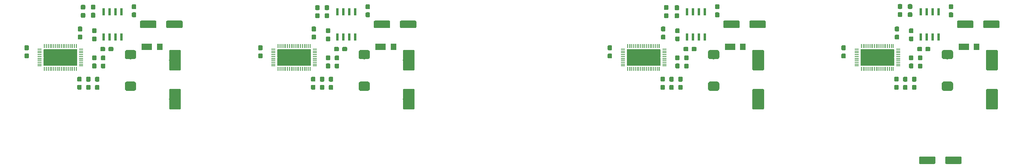
<source format=gbr>
%TF.GenerationSoftware,KiCad,Pcbnew,5.0.2-bee76a0~70~ubuntu18.04.1*%
%TF.CreationDate,2020-06-09T17:58:42+02:00*%
%TF.ProjectId,DemoNixie,44656d6f-4e69-4786-9965-2e6b69636164,rev?*%
%TF.SameCoordinates,Original*%
%TF.FileFunction,Paste,Top*%
%TF.FilePolarity,Positive*%
%FSLAX46Y46*%
G04 Gerber Fmt 4.6, Leading zero omitted, Abs format (unit mm)*
G04 Created by KiCad (PCBNEW 5.0.2-bee76a0~70~ubuntu18.04.1) date mar. 09 juin 2020 17:58:42 CEST*
%MOMM*%
%LPD*%
G01*
G04 APERTURE LIST*
%ADD10C,0.152400*%
%ADD11R,2.200000X1.400000*%
%ADD12R,1.250000X1.400000*%
%ADD13R,0.148400X0.804800*%
%ADD14R,0.804800X0.148400*%
%ADD15R,7.230001X3.550000*%
%ADD16R,0.600000X1.550000*%
%ADD17C,0.020000*%
%ADD18C,0.950000*%
%ADD19C,2.000000*%
%ADD20C,2.500000*%
%ADD21C,1.600000*%
G04 APERTURE END LIST*
D10*
X162624400Y-109514000D02*
X161378400Y-109514000D01*
X161378400Y-109514000D02*
X161378400Y-111089000D01*
X161378400Y-111089000D02*
X162624400Y-111089000D01*
X162624400Y-111089000D02*
X162624400Y-109514000D01*
X161178400Y-109514000D02*
X159932400Y-109514000D01*
X159932400Y-109514000D02*
X159932400Y-111089000D01*
X159932400Y-111089000D02*
X161178400Y-111089000D01*
X161178400Y-111089000D02*
X161178400Y-109514000D01*
X159732400Y-109514000D02*
X158486400Y-109514000D01*
X158486400Y-109514000D02*
X158486400Y-111089000D01*
X158486400Y-111089000D02*
X159732400Y-111089000D01*
X159732400Y-111089000D02*
X159732400Y-109514000D01*
X158286400Y-109514000D02*
X157040400Y-109514000D01*
X157040400Y-109514000D02*
X157040400Y-111089000D01*
X157040400Y-111089000D02*
X158286400Y-111089000D01*
X158286400Y-111089000D02*
X158286400Y-109514000D01*
X156840400Y-109514000D02*
X155594400Y-109514000D01*
X155594400Y-109514000D02*
X155594400Y-111089000D01*
X155594400Y-111089000D02*
X156840400Y-111089000D01*
X156840400Y-111089000D02*
X156840400Y-109514000D01*
X162624400Y-111289000D02*
X161378400Y-111289000D01*
X161378400Y-111289000D02*
X161378400Y-112864000D01*
X161378400Y-112864000D02*
X162624400Y-112864000D01*
X162624400Y-112864000D02*
X162624400Y-111289000D01*
X161178400Y-111289000D02*
X159932400Y-111289000D01*
X159932400Y-111289000D02*
X159932400Y-112864000D01*
X159932400Y-112864000D02*
X161178400Y-112864000D01*
X161178400Y-112864000D02*
X161178400Y-111289000D01*
X159732400Y-111289000D02*
X158486400Y-111289000D01*
X158486400Y-111289000D02*
X158486400Y-112864000D01*
X158486400Y-112864000D02*
X159732400Y-112864000D01*
X159732400Y-112864000D02*
X159732400Y-111289000D01*
X158286400Y-111289000D02*
X157040400Y-111289000D01*
X157040400Y-111289000D02*
X157040400Y-112864000D01*
X157040400Y-112864000D02*
X158286400Y-112864000D01*
X158286400Y-112864000D02*
X158286400Y-111289000D01*
X156840400Y-111289000D02*
X155594400Y-111289000D01*
X155594400Y-111289000D02*
X155594400Y-112864000D01*
X155594400Y-112864000D02*
X156840400Y-112864000D01*
X156840400Y-112864000D02*
X156840400Y-111289000D01*
X206878400Y-112864000D02*
X206878400Y-111289000D01*
X205632400Y-112864000D02*
X206878400Y-112864000D01*
X205632400Y-111289000D02*
X205632400Y-112864000D01*
X206878400Y-111289000D02*
X205632400Y-111289000D01*
X208324400Y-112864000D02*
X208324400Y-111289000D01*
X207078400Y-112864000D02*
X208324400Y-112864000D01*
X207078400Y-111289000D02*
X207078400Y-112864000D01*
X208324400Y-111289000D02*
X207078400Y-111289000D01*
X209770400Y-112864000D02*
X209770400Y-111289000D01*
X208524400Y-112864000D02*
X209770400Y-112864000D01*
X208524400Y-111289000D02*
X208524400Y-112864000D01*
X209770400Y-111289000D02*
X208524400Y-111289000D01*
X211216400Y-112864000D02*
X211216400Y-111289000D01*
X209970400Y-112864000D02*
X211216400Y-112864000D01*
X209970400Y-111289000D02*
X209970400Y-112864000D01*
X211216400Y-111289000D02*
X209970400Y-111289000D01*
X212662400Y-112864000D02*
X212662400Y-111289000D01*
X211416400Y-112864000D02*
X212662400Y-112864000D01*
X211416400Y-111289000D02*
X211416400Y-112864000D01*
X212662400Y-111289000D02*
X211416400Y-111289000D01*
X206878400Y-111089000D02*
X206878400Y-109514000D01*
X205632400Y-111089000D02*
X206878400Y-111089000D01*
X205632400Y-109514000D02*
X205632400Y-111089000D01*
X206878400Y-109514000D02*
X205632400Y-109514000D01*
X208324400Y-111089000D02*
X208324400Y-109514000D01*
X207078400Y-111089000D02*
X208324400Y-111089000D01*
X207078400Y-109514000D02*
X207078400Y-111089000D01*
X208324400Y-109514000D02*
X207078400Y-109514000D01*
X209770400Y-111089000D02*
X209770400Y-109514000D01*
X208524400Y-111089000D02*
X209770400Y-111089000D01*
X208524400Y-109514000D02*
X208524400Y-111089000D01*
X209770400Y-109514000D02*
X208524400Y-109514000D01*
X211216400Y-111089000D02*
X211216400Y-109514000D01*
X209970400Y-111089000D02*
X211216400Y-111089000D01*
X209970400Y-109514000D02*
X209970400Y-111089000D01*
X211216400Y-109514000D02*
X209970400Y-109514000D01*
X212662400Y-111089000D02*
X212662400Y-109514000D01*
X211416400Y-111089000D02*
X212662400Y-111089000D01*
X211416400Y-109514000D02*
X211416400Y-111089000D01*
X212662400Y-109514000D02*
X211416400Y-109514000D01*
X281681400Y-112864000D02*
X281681400Y-111289000D01*
X280435400Y-112864000D02*
X281681400Y-112864000D01*
X280435400Y-111289000D02*
X280435400Y-112864000D01*
X281681400Y-111289000D02*
X280435400Y-111289000D01*
X283127400Y-112864000D02*
X283127400Y-111289000D01*
X281881400Y-112864000D02*
X283127400Y-112864000D01*
X281881400Y-111289000D02*
X281881400Y-112864000D01*
X283127400Y-111289000D02*
X281881400Y-111289000D01*
X284573400Y-112864000D02*
X284573400Y-111289000D01*
X283327400Y-112864000D02*
X284573400Y-112864000D01*
X283327400Y-111289000D02*
X283327400Y-112864000D01*
X284573400Y-111289000D02*
X283327400Y-111289000D01*
X286019400Y-112864000D02*
X286019400Y-111289000D01*
X284773400Y-112864000D02*
X286019400Y-112864000D01*
X284773400Y-111289000D02*
X284773400Y-112864000D01*
X286019400Y-111289000D02*
X284773400Y-111289000D01*
X287465400Y-112864000D02*
X287465400Y-111289000D01*
X286219400Y-112864000D02*
X287465400Y-112864000D01*
X286219400Y-111289000D02*
X286219400Y-112864000D01*
X287465400Y-111289000D02*
X286219400Y-111289000D01*
X281681400Y-111089000D02*
X281681400Y-109514000D01*
X280435400Y-111089000D02*
X281681400Y-111089000D01*
X280435400Y-109514000D02*
X280435400Y-111089000D01*
X281681400Y-109514000D02*
X280435400Y-109514000D01*
X283127400Y-111089000D02*
X283127400Y-109514000D01*
X281881400Y-111089000D02*
X283127400Y-111089000D01*
X281881400Y-109514000D02*
X281881400Y-111089000D01*
X283127400Y-109514000D02*
X281881400Y-109514000D01*
X284573400Y-111089000D02*
X284573400Y-109514000D01*
X283327400Y-111089000D02*
X284573400Y-111089000D01*
X283327400Y-109514000D02*
X283327400Y-111089000D01*
X284573400Y-109514000D02*
X283327400Y-109514000D01*
X286019400Y-111089000D02*
X286019400Y-109514000D01*
X284773400Y-111089000D02*
X286019400Y-111089000D01*
X284773400Y-109514000D02*
X284773400Y-111089000D01*
X286019400Y-109514000D02*
X284773400Y-109514000D01*
X287465400Y-111089000D02*
X287465400Y-109514000D01*
X286219400Y-111089000D02*
X287465400Y-111089000D01*
X286219400Y-109514000D02*
X286219400Y-111089000D01*
X287465400Y-109514000D02*
X286219400Y-109514000D01*
X337503400Y-109514000D02*
X336257400Y-109514000D01*
X336257400Y-109514000D02*
X336257400Y-111089000D01*
X336257400Y-111089000D02*
X337503400Y-111089000D01*
X337503400Y-111089000D02*
X337503400Y-109514000D01*
X336057400Y-109514000D02*
X334811400Y-109514000D01*
X334811400Y-109514000D02*
X334811400Y-111089000D01*
X334811400Y-111089000D02*
X336057400Y-111089000D01*
X336057400Y-111089000D02*
X336057400Y-109514000D01*
X334611400Y-109514000D02*
X333365400Y-109514000D01*
X333365400Y-109514000D02*
X333365400Y-111089000D01*
X333365400Y-111089000D02*
X334611400Y-111089000D01*
X334611400Y-111089000D02*
X334611400Y-109514000D01*
X333165400Y-109514000D02*
X331919400Y-109514000D01*
X331919400Y-109514000D02*
X331919400Y-111089000D01*
X331919400Y-111089000D02*
X333165400Y-111089000D01*
X333165400Y-111089000D02*
X333165400Y-109514000D01*
X331719400Y-109514000D02*
X330473400Y-109514000D01*
X330473400Y-109514000D02*
X330473400Y-111089000D01*
X330473400Y-111089000D02*
X331719400Y-111089000D01*
X331719400Y-111089000D02*
X331719400Y-109514000D01*
X337503400Y-111289000D02*
X336257400Y-111289000D01*
X336257400Y-111289000D02*
X336257400Y-112864000D01*
X336257400Y-112864000D02*
X337503400Y-112864000D01*
X337503400Y-112864000D02*
X337503400Y-111289000D01*
X336057400Y-111289000D02*
X334811400Y-111289000D01*
X334811400Y-111289000D02*
X334811400Y-112864000D01*
X334811400Y-112864000D02*
X336057400Y-112864000D01*
X336057400Y-112864000D02*
X336057400Y-111289000D01*
X334611400Y-111289000D02*
X333365400Y-111289000D01*
X333365400Y-111289000D02*
X333365400Y-112864000D01*
X333365400Y-112864000D02*
X334611400Y-112864000D01*
X334611400Y-112864000D02*
X334611400Y-111289000D01*
X333165400Y-111289000D02*
X331919400Y-111289000D01*
X331919400Y-111289000D02*
X331919400Y-112864000D01*
X331919400Y-112864000D02*
X333165400Y-112864000D01*
X333165400Y-112864000D02*
X333165400Y-111289000D01*
X331719400Y-111289000D02*
X330473400Y-111289000D01*
X330473400Y-111289000D02*
X330473400Y-112864000D01*
X330473400Y-112864000D02*
X331719400Y-112864000D01*
X331719400Y-112864000D02*
X331719400Y-111289000D01*
D11*
X177630000Y-108872201D03*
D12*
X180355000Y-108872201D03*
D13*
X162509401Y-108736600D03*
X162109399Y-108736600D03*
X161709400Y-108736600D03*
X161309401Y-108736600D03*
X160909399Y-108736600D03*
X160509400Y-108736600D03*
X160109401Y-108736600D03*
X159709399Y-108736600D03*
X159309400Y-108736600D03*
X158909400Y-108736600D03*
X158509401Y-108736600D03*
X158109399Y-108736600D03*
X157709400Y-108736600D03*
X157309401Y-108736600D03*
X156909399Y-108736600D03*
X156509400Y-108736600D03*
X156109401Y-108736600D03*
X155709399Y-108736600D03*
D14*
X154656998Y-109389001D03*
X154656998Y-109789000D03*
X154656998Y-110188999D03*
X154656998Y-110589001D03*
X154656998Y-110989000D03*
X154656998Y-111389000D03*
X154656998Y-111788999D03*
X154656998Y-112189001D03*
X154656998Y-112589000D03*
X154656998Y-112988999D03*
D13*
X155709399Y-113641400D03*
X156109401Y-113641400D03*
X156509400Y-113641400D03*
X156909399Y-113641400D03*
X157309401Y-113641400D03*
X157709400Y-113641400D03*
X158109399Y-113641400D03*
X158509399Y-113641400D03*
X158909400Y-113641400D03*
X159309400Y-113641400D03*
X159709399Y-113641400D03*
X160109401Y-113641400D03*
X160509400Y-113641400D03*
X160909399Y-113641400D03*
X161309401Y-113641400D03*
X161709400Y-113641400D03*
X162109399Y-113641400D03*
X162509398Y-113641400D03*
D14*
X163561802Y-112988999D03*
X163561802Y-112589000D03*
X163561802Y-112189001D03*
X163561802Y-111788999D03*
X163561802Y-111389000D03*
X163561802Y-110989000D03*
X163561802Y-110589001D03*
X163561802Y-110188999D03*
X163561802Y-109789000D03*
X163561802Y-109389001D03*
D15*
X159109400Y-111189000D03*
D16*
X168402000Y-101346201D03*
X169672000Y-101346201D03*
X170942000Y-101346201D03*
X172212000Y-101346201D03*
X172212000Y-106746201D03*
X170942000Y-106746201D03*
X169672000Y-106746201D03*
X168402000Y-106746201D03*
D17*
G36*
X216668779Y-106650144D02*
X216691834Y-106653563D01*
X216714443Y-106659227D01*
X216736387Y-106667079D01*
X216757457Y-106677044D01*
X216777448Y-106689026D01*
X216796168Y-106702910D01*
X216813438Y-106718562D01*
X216829090Y-106735832D01*
X216842974Y-106754552D01*
X216854956Y-106774543D01*
X216864921Y-106795613D01*
X216872773Y-106817557D01*
X216878437Y-106840166D01*
X216881856Y-106863221D01*
X216883000Y-106886500D01*
X216883000Y-107461500D01*
X216881856Y-107484779D01*
X216878437Y-107507834D01*
X216872773Y-107530443D01*
X216864921Y-107552387D01*
X216854956Y-107573457D01*
X216842974Y-107593448D01*
X216829090Y-107612168D01*
X216813438Y-107629438D01*
X216796168Y-107645090D01*
X216777448Y-107658974D01*
X216757457Y-107670956D01*
X216736387Y-107680921D01*
X216714443Y-107688773D01*
X216691834Y-107694437D01*
X216668779Y-107697856D01*
X216645500Y-107699000D01*
X216170500Y-107699000D01*
X216147221Y-107697856D01*
X216124166Y-107694437D01*
X216101557Y-107688773D01*
X216079613Y-107680921D01*
X216058543Y-107670956D01*
X216038552Y-107658974D01*
X216019832Y-107645090D01*
X216002562Y-107629438D01*
X215986910Y-107612168D01*
X215973026Y-107593448D01*
X215961044Y-107573457D01*
X215951079Y-107552387D01*
X215943227Y-107530443D01*
X215937563Y-107507834D01*
X215934144Y-107484779D01*
X215933000Y-107461500D01*
X215933000Y-106886500D01*
X215934144Y-106863221D01*
X215937563Y-106840166D01*
X215943227Y-106817557D01*
X215951079Y-106795613D01*
X215961044Y-106774543D01*
X215973026Y-106754552D01*
X215986910Y-106735832D01*
X216002562Y-106718562D01*
X216019832Y-106702910D01*
X216038552Y-106689026D01*
X216058543Y-106677044D01*
X216079613Y-106667079D01*
X216101557Y-106659227D01*
X216124166Y-106653563D01*
X216147221Y-106650144D01*
X216170500Y-106649000D01*
X216645500Y-106649000D01*
X216668779Y-106650144D01*
X216668779Y-106650144D01*
G37*
D18*
X216408000Y-107174000D03*
D17*
G36*
X216668779Y-104900144D02*
X216691834Y-104903563D01*
X216714443Y-104909227D01*
X216736387Y-104917079D01*
X216757457Y-104927044D01*
X216777448Y-104939026D01*
X216796168Y-104952910D01*
X216813438Y-104968562D01*
X216829090Y-104985832D01*
X216842974Y-105004552D01*
X216854956Y-105024543D01*
X216864921Y-105045613D01*
X216872773Y-105067557D01*
X216878437Y-105090166D01*
X216881856Y-105113221D01*
X216883000Y-105136500D01*
X216883000Y-105711500D01*
X216881856Y-105734779D01*
X216878437Y-105757834D01*
X216872773Y-105780443D01*
X216864921Y-105802387D01*
X216854956Y-105823457D01*
X216842974Y-105843448D01*
X216829090Y-105862168D01*
X216813438Y-105879438D01*
X216796168Y-105895090D01*
X216777448Y-105908974D01*
X216757457Y-105920956D01*
X216736387Y-105930921D01*
X216714443Y-105938773D01*
X216691834Y-105944437D01*
X216668779Y-105947856D01*
X216645500Y-105949000D01*
X216170500Y-105949000D01*
X216147221Y-105947856D01*
X216124166Y-105944437D01*
X216101557Y-105938773D01*
X216079613Y-105930921D01*
X216058543Y-105920956D01*
X216038552Y-105908974D01*
X216019832Y-105895090D01*
X216002562Y-105879438D01*
X215986910Y-105862168D01*
X215973026Y-105843448D01*
X215961044Y-105823457D01*
X215951079Y-105802387D01*
X215943227Y-105780443D01*
X215937563Y-105757834D01*
X215934144Y-105734779D01*
X215933000Y-105711500D01*
X215933000Y-105136500D01*
X215934144Y-105113221D01*
X215937563Y-105090166D01*
X215943227Y-105067557D01*
X215951079Y-105045613D01*
X215961044Y-105024543D01*
X215973026Y-105004552D01*
X215986910Y-104985832D01*
X216002562Y-104968562D01*
X216019832Y-104952910D01*
X216038552Y-104939026D01*
X216058543Y-104927044D01*
X216079613Y-104917079D01*
X216101557Y-104909227D01*
X216124166Y-104903563D01*
X216147221Y-104900144D01*
X216170500Y-104899000D01*
X216645500Y-104899000D01*
X216668779Y-104900144D01*
X216668779Y-104900144D01*
G37*
D18*
X216408000Y-105424000D03*
D17*
G36*
X215398779Y-115333345D02*
X215421834Y-115336764D01*
X215444443Y-115342428D01*
X215466387Y-115350280D01*
X215487457Y-115360245D01*
X215507448Y-115372227D01*
X215526168Y-115386111D01*
X215543438Y-115401763D01*
X215559090Y-115419033D01*
X215572974Y-115437753D01*
X215584956Y-115457744D01*
X215594921Y-115478814D01*
X215602773Y-115500758D01*
X215608437Y-115523367D01*
X215611856Y-115546422D01*
X215613000Y-115569701D01*
X215613000Y-116144701D01*
X215611856Y-116167980D01*
X215608437Y-116191035D01*
X215602773Y-116213644D01*
X215594921Y-116235588D01*
X215584956Y-116256658D01*
X215572974Y-116276649D01*
X215559090Y-116295369D01*
X215543438Y-116312639D01*
X215526168Y-116328291D01*
X215507448Y-116342175D01*
X215487457Y-116354157D01*
X215466387Y-116364122D01*
X215444443Y-116371974D01*
X215421834Y-116377638D01*
X215398779Y-116381057D01*
X215375500Y-116382201D01*
X214900500Y-116382201D01*
X214877221Y-116381057D01*
X214854166Y-116377638D01*
X214831557Y-116371974D01*
X214809613Y-116364122D01*
X214788543Y-116354157D01*
X214768552Y-116342175D01*
X214749832Y-116328291D01*
X214732562Y-116312639D01*
X214716910Y-116295369D01*
X214703026Y-116276649D01*
X214691044Y-116256658D01*
X214681079Y-116235588D01*
X214673227Y-116213644D01*
X214667563Y-116191035D01*
X214664144Y-116167980D01*
X214663000Y-116144701D01*
X214663000Y-115569701D01*
X214664144Y-115546422D01*
X214667563Y-115523367D01*
X214673227Y-115500758D01*
X214681079Y-115478814D01*
X214691044Y-115457744D01*
X214703026Y-115437753D01*
X214716910Y-115419033D01*
X214732562Y-115401763D01*
X214749832Y-115386111D01*
X214768552Y-115372227D01*
X214788543Y-115360245D01*
X214809613Y-115350280D01*
X214831557Y-115342428D01*
X214854166Y-115336764D01*
X214877221Y-115333345D01*
X214900500Y-115332201D01*
X215375500Y-115332201D01*
X215398779Y-115333345D01*
X215398779Y-115333345D01*
G37*
D18*
X215138000Y-115857201D03*
D17*
G36*
X215398779Y-117083345D02*
X215421834Y-117086764D01*
X215444443Y-117092428D01*
X215466387Y-117100280D01*
X215487457Y-117110245D01*
X215507448Y-117122227D01*
X215526168Y-117136111D01*
X215543438Y-117151763D01*
X215559090Y-117169033D01*
X215572974Y-117187753D01*
X215584956Y-117207744D01*
X215594921Y-117228814D01*
X215602773Y-117250758D01*
X215608437Y-117273367D01*
X215611856Y-117296422D01*
X215613000Y-117319701D01*
X215613000Y-117894701D01*
X215611856Y-117917980D01*
X215608437Y-117941035D01*
X215602773Y-117963644D01*
X215594921Y-117985588D01*
X215584956Y-118006658D01*
X215572974Y-118026649D01*
X215559090Y-118045369D01*
X215543438Y-118062639D01*
X215526168Y-118078291D01*
X215507448Y-118092175D01*
X215487457Y-118104157D01*
X215466387Y-118114122D01*
X215444443Y-118121974D01*
X215421834Y-118127638D01*
X215398779Y-118131057D01*
X215375500Y-118132201D01*
X214900500Y-118132201D01*
X214877221Y-118131057D01*
X214854166Y-118127638D01*
X214831557Y-118121974D01*
X214809613Y-118114122D01*
X214788543Y-118104157D01*
X214768552Y-118092175D01*
X214749832Y-118078291D01*
X214732562Y-118062639D01*
X214716910Y-118045369D01*
X214703026Y-118026649D01*
X214691044Y-118006658D01*
X214681079Y-117985588D01*
X214673227Y-117963644D01*
X214667563Y-117941035D01*
X214664144Y-117917980D01*
X214663000Y-117894701D01*
X214663000Y-117319701D01*
X214664144Y-117296422D01*
X214667563Y-117273367D01*
X214673227Y-117250758D01*
X214681079Y-117228814D01*
X214691044Y-117207744D01*
X214703026Y-117187753D01*
X214716910Y-117169033D01*
X214732562Y-117151763D01*
X214749832Y-117136111D01*
X214768552Y-117122227D01*
X214788543Y-117110245D01*
X214809613Y-117100280D01*
X214831557Y-117092428D01*
X214854166Y-117086764D01*
X214877221Y-117083345D01*
X214900500Y-117082201D01*
X215375500Y-117082201D01*
X215398779Y-117083345D01*
X215398779Y-117083345D01*
G37*
D18*
X215138000Y-117607201D03*
D12*
X230393000Y-108872201D03*
D11*
X227668000Y-108872201D03*
D17*
G36*
X218573779Y-110742144D02*
X218596834Y-110745563D01*
X218619443Y-110751227D01*
X218641387Y-110759079D01*
X218662457Y-110769044D01*
X218682448Y-110781026D01*
X218701168Y-110794910D01*
X218718438Y-110810562D01*
X218734090Y-110827832D01*
X218747974Y-110846552D01*
X218759956Y-110866543D01*
X218769921Y-110887613D01*
X218777773Y-110909557D01*
X218783437Y-110932166D01*
X218786856Y-110955221D01*
X218788000Y-110978500D01*
X218788000Y-111553500D01*
X218786856Y-111576779D01*
X218783437Y-111599834D01*
X218777773Y-111622443D01*
X218769921Y-111644387D01*
X218759956Y-111665457D01*
X218747974Y-111685448D01*
X218734090Y-111704168D01*
X218718438Y-111721438D01*
X218701168Y-111737090D01*
X218682448Y-111750974D01*
X218662457Y-111762956D01*
X218641387Y-111772921D01*
X218619443Y-111780773D01*
X218596834Y-111786437D01*
X218573779Y-111789856D01*
X218550500Y-111791000D01*
X218075500Y-111791000D01*
X218052221Y-111789856D01*
X218029166Y-111786437D01*
X218006557Y-111780773D01*
X217984613Y-111772921D01*
X217963543Y-111762956D01*
X217943552Y-111750974D01*
X217924832Y-111737090D01*
X217907562Y-111721438D01*
X217891910Y-111704168D01*
X217878026Y-111685448D01*
X217866044Y-111665457D01*
X217856079Y-111644387D01*
X217848227Y-111622443D01*
X217842563Y-111599834D01*
X217839144Y-111576779D01*
X217838000Y-111553500D01*
X217838000Y-110978500D01*
X217839144Y-110955221D01*
X217842563Y-110932166D01*
X217848227Y-110909557D01*
X217856079Y-110887613D01*
X217866044Y-110866543D01*
X217878026Y-110846552D01*
X217891910Y-110827832D01*
X217907562Y-110810562D01*
X217924832Y-110794910D01*
X217943552Y-110781026D01*
X217963543Y-110769044D01*
X217984613Y-110759079D01*
X218006557Y-110751227D01*
X218029166Y-110745563D01*
X218052221Y-110742144D01*
X218075500Y-110741000D01*
X218550500Y-110741000D01*
X218573779Y-110742144D01*
X218573779Y-110742144D01*
G37*
D18*
X218313000Y-111266000D03*
D17*
G36*
X218573779Y-112492144D02*
X218596834Y-112495563D01*
X218619443Y-112501227D01*
X218641387Y-112509079D01*
X218662457Y-112519044D01*
X218682448Y-112531026D01*
X218701168Y-112544910D01*
X218718438Y-112560562D01*
X218734090Y-112577832D01*
X218747974Y-112596552D01*
X218759956Y-112616543D01*
X218769921Y-112637613D01*
X218777773Y-112659557D01*
X218783437Y-112682166D01*
X218786856Y-112705221D01*
X218788000Y-112728500D01*
X218788000Y-113303500D01*
X218786856Y-113326779D01*
X218783437Y-113349834D01*
X218777773Y-113372443D01*
X218769921Y-113394387D01*
X218759956Y-113415457D01*
X218747974Y-113435448D01*
X218734090Y-113454168D01*
X218718438Y-113471438D01*
X218701168Y-113487090D01*
X218682448Y-113500974D01*
X218662457Y-113512956D01*
X218641387Y-113522921D01*
X218619443Y-113530773D01*
X218596834Y-113536437D01*
X218573779Y-113539856D01*
X218550500Y-113541000D01*
X218075500Y-113541000D01*
X218052221Y-113539856D01*
X218029166Y-113536437D01*
X218006557Y-113530773D01*
X217984613Y-113522921D01*
X217963543Y-113512956D01*
X217943552Y-113500974D01*
X217924832Y-113487090D01*
X217907562Y-113471438D01*
X217891910Y-113454168D01*
X217878026Y-113435448D01*
X217866044Y-113415457D01*
X217856079Y-113394387D01*
X217848227Y-113372443D01*
X217842563Y-113349834D01*
X217839144Y-113326779D01*
X217838000Y-113303500D01*
X217838000Y-112728500D01*
X217839144Y-112705221D01*
X217842563Y-112682166D01*
X217848227Y-112659557D01*
X217856079Y-112637613D01*
X217866044Y-112616543D01*
X217878026Y-112596552D01*
X217891910Y-112577832D01*
X217907562Y-112560562D01*
X217924832Y-112544910D01*
X217943552Y-112531026D01*
X217963543Y-112519044D01*
X217984613Y-112509079D01*
X218006557Y-112501227D01*
X218029166Y-112495563D01*
X218052221Y-112492144D01*
X218075500Y-112491000D01*
X218550500Y-112491000D01*
X218573779Y-112492144D01*
X218573779Y-112492144D01*
G37*
D18*
X218313000Y-113016000D03*
D17*
G36*
X152152779Y-110319144D02*
X152175834Y-110322563D01*
X152198443Y-110328227D01*
X152220387Y-110336079D01*
X152241457Y-110346044D01*
X152261448Y-110358026D01*
X152280168Y-110371910D01*
X152297438Y-110387562D01*
X152313090Y-110404832D01*
X152326974Y-110423552D01*
X152338956Y-110443543D01*
X152348921Y-110464613D01*
X152356773Y-110486557D01*
X152362437Y-110509166D01*
X152365856Y-110532221D01*
X152367000Y-110555500D01*
X152367000Y-111130500D01*
X152365856Y-111153779D01*
X152362437Y-111176834D01*
X152356773Y-111199443D01*
X152348921Y-111221387D01*
X152338956Y-111242457D01*
X152326974Y-111262448D01*
X152313090Y-111281168D01*
X152297438Y-111298438D01*
X152280168Y-111314090D01*
X152261448Y-111327974D01*
X152241457Y-111339956D01*
X152220387Y-111349921D01*
X152198443Y-111357773D01*
X152175834Y-111363437D01*
X152152779Y-111366856D01*
X152129500Y-111368000D01*
X151654500Y-111368000D01*
X151631221Y-111366856D01*
X151608166Y-111363437D01*
X151585557Y-111357773D01*
X151563613Y-111349921D01*
X151542543Y-111339956D01*
X151522552Y-111327974D01*
X151503832Y-111314090D01*
X151486562Y-111298438D01*
X151470910Y-111281168D01*
X151457026Y-111262448D01*
X151445044Y-111242457D01*
X151435079Y-111221387D01*
X151427227Y-111199443D01*
X151421563Y-111176834D01*
X151418144Y-111153779D01*
X151417000Y-111130500D01*
X151417000Y-110555500D01*
X151418144Y-110532221D01*
X151421563Y-110509166D01*
X151427227Y-110486557D01*
X151435079Y-110464613D01*
X151445044Y-110443543D01*
X151457026Y-110423552D01*
X151470910Y-110404832D01*
X151486562Y-110387562D01*
X151503832Y-110371910D01*
X151522552Y-110358026D01*
X151542543Y-110346044D01*
X151563613Y-110336079D01*
X151585557Y-110328227D01*
X151608166Y-110322563D01*
X151631221Y-110319144D01*
X151654500Y-110318000D01*
X152129500Y-110318000D01*
X152152779Y-110319144D01*
X152152779Y-110319144D01*
G37*
D18*
X151892000Y-110843000D03*
D17*
G36*
X152152779Y-108569144D02*
X152175834Y-108572563D01*
X152198443Y-108578227D01*
X152220387Y-108586079D01*
X152241457Y-108596044D01*
X152261448Y-108608026D01*
X152280168Y-108621910D01*
X152297438Y-108637562D01*
X152313090Y-108654832D01*
X152326974Y-108673552D01*
X152338956Y-108693543D01*
X152348921Y-108714613D01*
X152356773Y-108736557D01*
X152362437Y-108759166D01*
X152365856Y-108782221D01*
X152367000Y-108805500D01*
X152367000Y-109380500D01*
X152365856Y-109403779D01*
X152362437Y-109426834D01*
X152356773Y-109449443D01*
X152348921Y-109471387D01*
X152338956Y-109492457D01*
X152326974Y-109512448D01*
X152313090Y-109531168D01*
X152297438Y-109548438D01*
X152280168Y-109564090D01*
X152261448Y-109577974D01*
X152241457Y-109589956D01*
X152220387Y-109599921D01*
X152198443Y-109607773D01*
X152175834Y-109613437D01*
X152152779Y-109616856D01*
X152129500Y-109618000D01*
X151654500Y-109618000D01*
X151631221Y-109616856D01*
X151608166Y-109613437D01*
X151585557Y-109607773D01*
X151563613Y-109599921D01*
X151542543Y-109589956D01*
X151522552Y-109577974D01*
X151503832Y-109564090D01*
X151486562Y-109548438D01*
X151470910Y-109531168D01*
X151457026Y-109512448D01*
X151445044Y-109492457D01*
X151435079Y-109471387D01*
X151427227Y-109449443D01*
X151421563Y-109426834D01*
X151418144Y-109403779D01*
X151417000Y-109380500D01*
X151417000Y-108805500D01*
X151418144Y-108782221D01*
X151421563Y-108759166D01*
X151427227Y-108736557D01*
X151435079Y-108714613D01*
X151445044Y-108693543D01*
X151457026Y-108673552D01*
X151470910Y-108654832D01*
X151486562Y-108637562D01*
X151503832Y-108621910D01*
X151522552Y-108608026D01*
X151542543Y-108596044D01*
X151563613Y-108586079D01*
X151585557Y-108578227D01*
X151608166Y-108572563D01*
X151631221Y-108569144D01*
X151654500Y-108568000D01*
X152129500Y-108568000D01*
X152152779Y-108569144D01*
X152152779Y-108569144D01*
G37*
D18*
X151892000Y-109093000D03*
D17*
G36*
X216668779Y-110728144D02*
X216691834Y-110731563D01*
X216714443Y-110737227D01*
X216736387Y-110745079D01*
X216757457Y-110755044D01*
X216777448Y-110767026D01*
X216796168Y-110780910D01*
X216813438Y-110796562D01*
X216829090Y-110813832D01*
X216842974Y-110832552D01*
X216854956Y-110852543D01*
X216864921Y-110873613D01*
X216872773Y-110895557D01*
X216878437Y-110918166D01*
X216881856Y-110941221D01*
X216883000Y-110964500D01*
X216883000Y-111539500D01*
X216881856Y-111562779D01*
X216878437Y-111585834D01*
X216872773Y-111608443D01*
X216864921Y-111630387D01*
X216854956Y-111651457D01*
X216842974Y-111671448D01*
X216829090Y-111690168D01*
X216813438Y-111707438D01*
X216796168Y-111723090D01*
X216777448Y-111736974D01*
X216757457Y-111748956D01*
X216736387Y-111758921D01*
X216714443Y-111766773D01*
X216691834Y-111772437D01*
X216668779Y-111775856D01*
X216645500Y-111777000D01*
X216170500Y-111777000D01*
X216147221Y-111775856D01*
X216124166Y-111772437D01*
X216101557Y-111766773D01*
X216079613Y-111758921D01*
X216058543Y-111748956D01*
X216038552Y-111736974D01*
X216019832Y-111723090D01*
X216002562Y-111707438D01*
X215986910Y-111690168D01*
X215973026Y-111671448D01*
X215961044Y-111651457D01*
X215951079Y-111630387D01*
X215943227Y-111608443D01*
X215937563Y-111585834D01*
X215934144Y-111562779D01*
X215933000Y-111539500D01*
X215933000Y-110964500D01*
X215934144Y-110941221D01*
X215937563Y-110918166D01*
X215943227Y-110895557D01*
X215951079Y-110873613D01*
X215961044Y-110852543D01*
X215973026Y-110832552D01*
X215986910Y-110813832D01*
X216002562Y-110796562D01*
X216019832Y-110780910D01*
X216038552Y-110767026D01*
X216058543Y-110755044D01*
X216079613Y-110745079D01*
X216101557Y-110737227D01*
X216124166Y-110731563D01*
X216147221Y-110728144D01*
X216170500Y-110727000D01*
X216645500Y-110727000D01*
X216668779Y-110728144D01*
X216668779Y-110728144D01*
G37*
D18*
X216408000Y-111252000D03*
D17*
G36*
X216668779Y-112478144D02*
X216691834Y-112481563D01*
X216714443Y-112487227D01*
X216736387Y-112495079D01*
X216757457Y-112505044D01*
X216777448Y-112517026D01*
X216796168Y-112530910D01*
X216813438Y-112546562D01*
X216829090Y-112563832D01*
X216842974Y-112582552D01*
X216854956Y-112602543D01*
X216864921Y-112623613D01*
X216872773Y-112645557D01*
X216878437Y-112668166D01*
X216881856Y-112691221D01*
X216883000Y-112714500D01*
X216883000Y-113289500D01*
X216881856Y-113312779D01*
X216878437Y-113335834D01*
X216872773Y-113358443D01*
X216864921Y-113380387D01*
X216854956Y-113401457D01*
X216842974Y-113421448D01*
X216829090Y-113440168D01*
X216813438Y-113457438D01*
X216796168Y-113473090D01*
X216777448Y-113486974D01*
X216757457Y-113498956D01*
X216736387Y-113508921D01*
X216714443Y-113516773D01*
X216691834Y-113522437D01*
X216668779Y-113525856D01*
X216645500Y-113527000D01*
X216170500Y-113527000D01*
X216147221Y-113525856D01*
X216124166Y-113522437D01*
X216101557Y-113516773D01*
X216079613Y-113508921D01*
X216058543Y-113498956D01*
X216038552Y-113486974D01*
X216019832Y-113473090D01*
X216002562Y-113457438D01*
X215986910Y-113440168D01*
X215973026Y-113421448D01*
X215961044Y-113401457D01*
X215951079Y-113380387D01*
X215943227Y-113358443D01*
X215937563Y-113335834D01*
X215934144Y-113312779D01*
X215933000Y-113289500D01*
X215933000Y-112714500D01*
X215934144Y-112691221D01*
X215937563Y-112668166D01*
X215943227Y-112645557D01*
X215951079Y-112623613D01*
X215961044Y-112602543D01*
X215973026Y-112582552D01*
X215986910Y-112563832D01*
X216002562Y-112546562D01*
X216019832Y-112530910D01*
X216038552Y-112517026D01*
X216058543Y-112505044D01*
X216079613Y-112495079D01*
X216101557Y-112487227D01*
X216124166Y-112481563D01*
X216147221Y-112478144D01*
X216170500Y-112477000D01*
X216645500Y-112477000D01*
X216668779Y-112478144D01*
X216668779Y-112478144D01*
G37*
D18*
X216408000Y-113002000D03*
D16*
X218440000Y-106746201D03*
X219710000Y-106746201D03*
X220980000Y-106746201D03*
X222250000Y-106746201D03*
X222250000Y-101346201D03*
X220980000Y-101346201D03*
X219710000Y-101346201D03*
X218440000Y-101346201D03*
D17*
G36*
X174866009Y-109554609D02*
X174914545Y-109561808D01*
X174962142Y-109573731D01*
X175008342Y-109590261D01*
X175052698Y-109611240D01*
X175094785Y-109636466D01*
X175134197Y-109665696D01*
X175170553Y-109698648D01*
X175203505Y-109735004D01*
X175232735Y-109774416D01*
X175257961Y-109816503D01*
X175278940Y-109860859D01*
X175295470Y-109907059D01*
X175307393Y-109954656D01*
X175314592Y-110003192D01*
X175317000Y-110052201D01*
X175317000Y-111052201D01*
X175314592Y-111101210D01*
X175307393Y-111149746D01*
X175295470Y-111197343D01*
X175278940Y-111243543D01*
X175257961Y-111287899D01*
X175232735Y-111329986D01*
X175203505Y-111369398D01*
X175170553Y-111405754D01*
X175134197Y-111438706D01*
X175094785Y-111467936D01*
X175052698Y-111493162D01*
X175008342Y-111514141D01*
X174962142Y-111530671D01*
X174914545Y-111542594D01*
X174866009Y-111549793D01*
X174817000Y-111552201D01*
X173417000Y-111552201D01*
X173367991Y-111549793D01*
X173319455Y-111542594D01*
X173271858Y-111530671D01*
X173225658Y-111514141D01*
X173181302Y-111493162D01*
X173139215Y-111467936D01*
X173099803Y-111438706D01*
X173063447Y-111405754D01*
X173030495Y-111369398D01*
X173001265Y-111329986D01*
X172976039Y-111287899D01*
X172955060Y-111243543D01*
X172938530Y-111197343D01*
X172926607Y-111149746D01*
X172919408Y-111101210D01*
X172917000Y-111052201D01*
X172917000Y-110052201D01*
X172919408Y-110003192D01*
X172926607Y-109954656D01*
X172938530Y-109907059D01*
X172955060Y-109860859D01*
X172976039Y-109816503D01*
X173001265Y-109774416D01*
X173030495Y-109735004D01*
X173063447Y-109698648D01*
X173099803Y-109665696D01*
X173139215Y-109636466D01*
X173181302Y-109611240D01*
X173225658Y-109590261D01*
X173271858Y-109573731D01*
X173319455Y-109561808D01*
X173367991Y-109554609D01*
X173417000Y-109552201D01*
X174817000Y-109552201D01*
X174866009Y-109554609D01*
X174866009Y-109554609D01*
G37*
D19*
X174117000Y-110552201D03*
D17*
G36*
X174866009Y-116354609D02*
X174914545Y-116361808D01*
X174962142Y-116373731D01*
X175008342Y-116390261D01*
X175052698Y-116411240D01*
X175094785Y-116436466D01*
X175134197Y-116465696D01*
X175170553Y-116498648D01*
X175203505Y-116535004D01*
X175232735Y-116574416D01*
X175257961Y-116616503D01*
X175278940Y-116660859D01*
X175295470Y-116707059D01*
X175307393Y-116754656D01*
X175314592Y-116803192D01*
X175317000Y-116852201D01*
X175317000Y-117852201D01*
X175314592Y-117901210D01*
X175307393Y-117949746D01*
X175295470Y-117997343D01*
X175278940Y-118043543D01*
X175257961Y-118087899D01*
X175232735Y-118129986D01*
X175203505Y-118169398D01*
X175170553Y-118205754D01*
X175134197Y-118238706D01*
X175094785Y-118267936D01*
X175052698Y-118293162D01*
X175008342Y-118314141D01*
X174962142Y-118330671D01*
X174914545Y-118342594D01*
X174866009Y-118349793D01*
X174817000Y-118352201D01*
X173417000Y-118352201D01*
X173367991Y-118349793D01*
X173319455Y-118342594D01*
X173271858Y-118330671D01*
X173225658Y-118314141D01*
X173181302Y-118293162D01*
X173139215Y-118267936D01*
X173099803Y-118238706D01*
X173063447Y-118205754D01*
X173030495Y-118169398D01*
X173001265Y-118129986D01*
X172976039Y-118087899D01*
X172955060Y-118043543D01*
X172938530Y-117997343D01*
X172926607Y-117949746D01*
X172919408Y-117901210D01*
X172917000Y-117852201D01*
X172917000Y-116852201D01*
X172919408Y-116803192D01*
X172926607Y-116754656D01*
X172938530Y-116707059D01*
X172955060Y-116660859D01*
X172976039Y-116616503D01*
X173001265Y-116574416D01*
X173030495Y-116535004D01*
X173063447Y-116498648D01*
X173099803Y-116465696D01*
X173139215Y-116436466D01*
X173181302Y-116411240D01*
X173225658Y-116390261D01*
X173271858Y-116373731D01*
X173319455Y-116361808D01*
X173367991Y-116354609D01*
X173417000Y-116352201D01*
X174817000Y-116352201D01*
X174866009Y-116354609D01*
X174866009Y-116354609D01*
G37*
D19*
X174117000Y-117352201D03*
D17*
G36*
X213493779Y-117064144D02*
X213516834Y-117067563D01*
X213539443Y-117073227D01*
X213561387Y-117081079D01*
X213582457Y-117091044D01*
X213602448Y-117103026D01*
X213621168Y-117116910D01*
X213638438Y-117132562D01*
X213654090Y-117149832D01*
X213667974Y-117168552D01*
X213679956Y-117188543D01*
X213689921Y-117209613D01*
X213697773Y-117231557D01*
X213703437Y-117254166D01*
X213706856Y-117277221D01*
X213708000Y-117300500D01*
X213708000Y-117875500D01*
X213706856Y-117898779D01*
X213703437Y-117921834D01*
X213697773Y-117944443D01*
X213689921Y-117966387D01*
X213679956Y-117987457D01*
X213667974Y-118007448D01*
X213654090Y-118026168D01*
X213638438Y-118043438D01*
X213621168Y-118059090D01*
X213602448Y-118072974D01*
X213582457Y-118084956D01*
X213561387Y-118094921D01*
X213539443Y-118102773D01*
X213516834Y-118108437D01*
X213493779Y-118111856D01*
X213470500Y-118113000D01*
X212995500Y-118113000D01*
X212972221Y-118111856D01*
X212949166Y-118108437D01*
X212926557Y-118102773D01*
X212904613Y-118094921D01*
X212883543Y-118084956D01*
X212863552Y-118072974D01*
X212844832Y-118059090D01*
X212827562Y-118043438D01*
X212811910Y-118026168D01*
X212798026Y-118007448D01*
X212786044Y-117987457D01*
X212776079Y-117966387D01*
X212768227Y-117944443D01*
X212762563Y-117921834D01*
X212759144Y-117898779D01*
X212758000Y-117875500D01*
X212758000Y-117300500D01*
X212759144Y-117277221D01*
X212762563Y-117254166D01*
X212768227Y-117231557D01*
X212776079Y-117209613D01*
X212786044Y-117188543D01*
X212798026Y-117168552D01*
X212811910Y-117149832D01*
X212827562Y-117132562D01*
X212844832Y-117116910D01*
X212863552Y-117103026D01*
X212883543Y-117091044D01*
X212904613Y-117081079D01*
X212926557Y-117073227D01*
X212949166Y-117067563D01*
X212972221Y-117064144D01*
X212995500Y-117063000D01*
X213470500Y-117063000D01*
X213493779Y-117064144D01*
X213493779Y-117064144D01*
G37*
D18*
X213233000Y-117588000D03*
D17*
G36*
X213493779Y-115314144D02*
X213516834Y-115317563D01*
X213539443Y-115323227D01*
X213561387Y-115331079D01*
X213582457Y-115341044D01*
X213602448Y-115353026D01*
X213621168Y-115366910D01*
X213638438Y-115382562D01*
X213654090Y-115399832D01*
X213667974Y-115418552D01*
X213679956Y-115438543D01*
X213689921Y-115459613D01*
X213697773Y-115481557D01*
X213703437Y-115504166D01*
X213706856Y-115527221D01*
X213708000Y-115550500D01*
X213708000Y-116125500D01*
X213706856Y-116148779D01*
X213703437Y-116171834D01*
X213697773Y-116194443D01*
X213689921Y-116216387D01*
X213679956Y-116237457D01*
X213667974Y-116257448D01*
X213654090Y-116276168D01*
X213638438Y-116293438D01*
X213621168Y-116309090D01*
X213602448Y-116322974D01*
X213582457Y-116334956D01*
X213561387Y-116344921D01*
X213539443Y-116352773D01*
X213516834Y-116358437D01*
X213493779Y-116361856D01*
X213470500Y-116363000D01*
X212995500Y-116363000D01*
X212972221Y-116361856D01*
X212949166Y-116358437D01*
X212926557Y-116352773D01*
X212904613Y-116344921D01*
X212883543Y-116334956D01*
X212863552Y-116322974D01*
X212844832Y-116309090D01*
X212827562Y-116293438D01*
X212811910Y-116276168D01*
X212798026Y-116257448D01*
X212786044Y-116237457D01*
X212776079Y-116216387D01*
X212768227Y-116194443D01*
X212762563Y-116171834D01*
X212759144Y-116148779D01*
X212758000Y-116125500D01*
X212758000Y-115550500D01*
X212759144Y-115527221D01*
X212762563Y-115504166D01*
X212768227Y-115481557D01*
X212776079Y-115459613D01*
X212786044Y-115438543D01*
X212798026Y-115418552D01*
X212811910Y-115399832D01*
X212827562Y-115382562D01*
X212844832Y-115366910D01*
X212863552Y-115353026D01*
X212883543Y-115341044D01*
X212904613Y-115331079D01*
X212926557Y-115323227D01*
X212949166Y-115317563D01*
X212972221Y-115314144D01*
X212995500Y-115313000D01*
X213470500Y-115313000D01*
X213493779Y-115314144D01*
X213493779Y-115314144D01*
G37*
D18*
X213233000Y-115838000D03*
D17*
G36*
X163582779Y-104519144D02*
X163605834Y-104522563D01*
X163628443Y-104528227D01*
X163650387Y-104536079D01*
X163671457Y-104546044D01*
X163691448Y-104558026D01*
X163710168Y-104571910D01*
X163727438Y-104587562D01*
X163743090Y-104604832D01*
X163756974Y-104623552D01*
X163768956Y-104643543D01*
X163778921Y-104664613D01*
X163786773Y-104686557D01*
X163792437Y-104709166D01*
X163795856Y-104732221D01*
X163797000Y-104755500D01*
X163797000Y-105330500D01*
X163795856Y-105353779D01*
X163792437Y-105376834D01*
X163786773Y-105399443D01*
X163778921Y-105421387D01*
X163768956Y-105442457D01*
X163756974Y-105462448D01*
X163743090Y-105481168D01*
X163727438Y-105498438D01*
X163710168Y-105514090D01*
X163691448Y-105527974D01*
X163671457Y-105539956D01*
X163650387Y-105549921D01*
X163628443Y-105557773D01*
X163605834Y-105563437D01*
X163582779Y-105566856D01*
X163559500Y-105568000D01*
X163084500Y-105568000D01*
X163061221Y-105566856D01*
X163038166Y-105563437D01*
X163015557Y-105557773D01*
X162993613Y-105549921D01*
X162972543Y-105539956D01*
X162952552Y-105527974D01*
X162933832Y-105514090D01*
X162916562Y-105498438D01*
X162900910Y-105481168D01*
X162887026Y-105462448D01*
X162875044Y-105442457D01*
X162865079Y-105421387D01*
X162857227Y-105399443D01*
X162851563Y-105376834D01*
X162848144Y-105353779D01*
X162847000Y-105330500D01*
X162847000Y-104755500D01*
X162848144Y-104732221D01*
X162851563Y-104709166D01*
X162857227Y-104686557D01*
X162865079Y-104664613D01*
X162875044Y-104643543D01*
X162887026Y-104623552D01*
X162900910Y-104604832D01*
X162916562Y-104587562D01*
X162933832Y-104571910D01*
X162952552Y-104558026D01*
X162972543Y-104546044D01*
X162993613Y-104536079D01*
X163015557Y-104528227D01*
X163038166Y-104522563D01*
X163061221Y-104519144D01*
X163084500Y-104518000D01*
X163559500Y-104518000D01*
X163582779Y-104519144D01*
X163582779Y-104519144D01*
G37*
D18*
X163322000Y-105043000D03*
D17*
G36*
X163582779Y-106269144D02*
X163605834Y-106272563D01*
X163628443Y-106278227D01*
X163650387Y-106286079D01*
X163671457Y-106296044D01*
X163691448Y-106308026D01*
X163710168Y-106321910D01*
X163727438Y-106337562D01*
X163743090Y-106354832D01*
X163756974Y-106373552D01*
X163768956Y-106393543D01*
X163778921Y-106414613D01*
X163786773Y-106436557D01*
X163792437Y-106459166D01*
X163795856Y-106482221D01*
X163797000Y-106505500D01*
X163797000Y-107080500D01*
X163795856Y-107103779D01*
X163792437Y-107126834D01*
X163786773Y-107149443D01*
X163778921Y-107171387D01*
X163768956Y-107192457D01*
X163756974Y-107212448D01*
X163743090Y-107231168D01*
X163727438Y-107248438D01*
X163710168Y-107264090D01*
X163691448Y-107277974D01*
X163671457Y-107289956D01*
X163650387Y-107299921D01*
X163628443Y-107307773D01*
X163605834Y-107313437D01*
X163582779Y-107316856D01*
X163559500Y-107318000D01*
X163084500Y-107318000D01*
X163061221Y-107316856D01*
X163038166Y-107313437D01*
X163015557Y-107307773D01*
X162993613Y-107299921D01*
X162972543Y-107289956D01*
X162952552Y-107277974D01*
X162933832Y-107264090D01*
X162916562Y-107248438D01*
X162900910Y-107231168D01*
X162887026Y-107212448D01*
X162875044Y-107192457D01*
X162865079Y-107171387D01*
X162857227Y-107149443D01*
X162851563Y-107126834D01*
X162848144Y-107103779D01*
X162847000Y-107080500D01*
X162847000Y-106505500D01*
X162848144Y-106482221D01*
X162851563Y-106459166D01*
X162857227Y-106436557D01*
X162865079Y-106414613D01*
X162875044Y-106393543D01*
X162887026Y-106373552D01*
X162900910Y-106354832D01*
X162916562Y-106337562D01*
X162933832Y-106321910D01*
X162952552Y-106308026D01*
X162972543Y-106296044D01*
X162993613Y-106286079D01*
X163015557Y-106278227D01*
X163038166Y-106272563D01*
X163061221Y-106269144D01*
X163084500Y-106268000D01*
X163559500Y-106268000D01*
X163582779Y-106269144D01*
X163582779Y-106269144D01*
G37*
D18*
X163322000Y-106793000D03*
D17*
G36*
X166630779Y-112478144D02*
X166653834Y-112481563D01*
X166676443Y-112487227D01*
X166698387Y-112495079D01*
X166719457Y-112505044D01*
X166739448Y-112517026D01*
X166758168Y-112530910D01*
X166775438Y-112546562D01*
X166791090Y-112563832D01*
X166804974Y-112582552D01*
X166816956Y-112602543D01*
X166826921Y-112623613D01*
X166834773Y-112645557D01*
X166840437Y-112668166D01*
X166843856Y-112691221D01*
X166845000Y-112714500D01*
X166845000Y-113289500D01*
X166843856Y-113312779D01*
X166840437Y-113335834D01*
X166834773Y-113358443D01*
X166826921Y-113380387D01*
X166816956Y-113401457D01*
X166804974Y-113421448D01*
X166791090Y-113440168D01*
X166775438Y-113457438D01*
X166758168Y-113473090D01*
X166739448Y-113486974D01*
X166719457Y-113498956D01*
X166698387Y-113508921D01*
X166676443Y-113516773D01*
X166653834Y-113522437D01*
X166630779Y-113525856D01*
X166607500Y-113527000D01*
X166132500Y-113527000D01*
X166109221Y-113525856D01*
X166086166Y-113522437D01*
X166063557Y-113516773D01*
X166041613Y-113508921D01*
X166020543Y-113498956D01*
X166000552Y-113486974D01*
X165981832Y-113473090D01*
X165964562Y-113457438D01*
X165948910Y-113440168D01*
X165935026Y-113421448D01*
X165923044Y-113401457D01*
X165913079Y-113380387D01*
X165905227Y-113358443D01*
X165899563Y-113335834D01*
X165896144Y-113312779D01*
X165895000Y-113289500D01*
X165895000Y-112714500D01*
X165896144Y-112691221D01*
X165899563Y-112668166D01*
X165905227Y-112645557D01*
X165913079Y-112623613D01*
X165923044Y-112602543D01*
X165935026Y-112582552D01*
X165948910Y-112563832D01*
X165964562Y-112546562D01*
X165981832Y-112530910D01*
X166000552Y-112517026D01*
X166020543Y-112505044D01*
X166041613Y-112495079D01*
X166063557Y-112487227D01*
X166086166Y-112481563D01*
X166109221Y-112478144D01*
X166132500Y-112477000D01*
X166607500Y-112477000D01*
X166630779Y-112478144D01*
X166630779Y-112478144D01*
G37*
D18*
X166370000Y-113002000D03*
D17*
G36*
X166630779Y-110728144D02*
X166653834Y-110731563D01*
X166676443Y-110737227D01*
X166698387Y-110745079D01*
X166719457Y-110755044D01*
X166739448Y-110767026D01*
X166758168Y-110780910D01*
X166775438Y-110796562D01*
X166791090Y-110813832D01*
X166804974Y-110832552D01*
X166816956Y-110852543D01*
X166826921Y-110873613D01*
X166834773Y-110895557D01*
X166840437Y-110918166D01*
X166843856Y-110941221D01*
X166845000Y-110964500D01*
X166845000Y-111539500D01*
X166843856Y-111562779D01*
X166840437Y-111585834D01*
X166834773Y-111608443D01*
X166826921Y-111630387D01*
X166816956Y-111651457D01*
X166804974Y-111671448D01*
X166791090Y-111690168D01*
X166775438Y-111707438D01*
X166758168Y-111723090D01*
X166739448Y-111736974D01*
X166719457Y-111748956D01*
X166698387Y-111758921D01*
X166676443Y-111766773D01*
X166653834Y-111772437D01*
X166630779Y-111775856D01*
X166607500Y-111777000D01*
X166132500Y-111777000D01*
X166109221Y-111775856D01*
X166086166Y-111772437D01*
X166063557Y-111766773D01*
X166041613Y-111758921D01*
X166020543Y-111748956D01*
X166000552Y-111736974D01*
X165981832Y-111723090D01*
X165964562Y-111707438D01*
X165948910Y-111690168D01*
X165935026Y-111671448D01*
X165923044Y-111651457D01*
X165913079Y-111630387D01*
X165905227Y-111608443D01*
X165899563Y-111585834D01*
X165896144Y-111562779D01*
X165895000Y-111539500D01*
X165895000Y-110964500D01*
X165896144Y-110941221D01*
X165899563Y-110918166D01*
X165905227Y-110895557D01*
X165913079Y-110873613D01*
X165923044Y-110852543D01*
X165935026Y-110832552D01*
X165948910Y-110813832D01*
X165964562Y-110796562D01*
X165981832Y-110780910D01*
X166000552Y-110767026D01*
X166020543Y-110755044D01*
X166041613Y-110745079D01*
X166063557Y-110737227D01*
X166086166Y-110731563D01*
X166109221Y-110728144D01*
X166132500Y-110727000D01*
X166607500Y-110727000D01*
X166630779Y-110728144D01*
X166630779Y-110728144D01*
G37*
D18*
X166370000Y-111252000D03*
D17*
G36*
X184666504Y-117952204D02*
X184690773Y-117955804D01*
X184714571Y-117961765D01*
X184737671Y-117970030D01*
X184759849Y-117980520D01*
X184780893Y-117993133D01*
X184800598Y-118007747D01*
X184818777Y-118024223D01*
X184835253Y-118042402D01*
X184849867Y-118062107D01*
X184862480Y-118083151D01*
X184872970Y-118105329D01*
X184881235Y-118128429D01*
X184887196Y-118152227D01*
X184890796Y-118176496D01*
X184892000Y-118201000D01*
X184892000Y-122101000D01*
X184890796Y-122125504D01*
X184887196Y-122149773D01*
X184881235Y-122173571D01*
X184872970Y-122196671D01*
X184862480Y-122218849D01*
X184849867Y-122239893D01*
X184835253Y-122259598D01*
X184818777Y-122277777D01*
X184800598Y-122294253D01*
X184780893Y-122308867D01*
X184759849Y-122321480D01*
X184737671Y-122331970D01*
X184714571Y-122340235D01*
X184690773Y-122346196D01*
X184666504Y-122349796D01*
X184642000Y-122351000D01*
X182642000Y-122351000D01*
X182617496Y-122349796D01*
X182593227Y-122346196D01*
X182569429Y-122340235D01*
X182546329Y-122331970D01*
X182524151Y-122321480D01*
X182503107Y-122308867D01*
X182483402Y-122294253D01*
X182465223Y-122277777D01*
X182448747Y-122259598D01*
X182434133Y-122239893D01*
X182421520Y-122218849D01*
X182411030Y-122196671D01*
X182402765Y-122173571D01*
X182396804Y-122149773D01*
X182393204Y-122125504D01*
X182392000Y-122101000D01*
X182392000Y-118201000D01*
X182393204Y-118176496D01*
X182396804Y-118152227D01*
X182402765Y-118128429D01*
X182411030Y-118105329D01*
X182421520Y-118083151D01*
X182434133Y-118062107D01*
X182448747Y-118042402D01*
X182465223Y-118024223D01*
X182483402Y-118007747D01*
X182503107Y-117993133D01*
X182524151Y-117980520D01*
X182546329Y-117970030D01*
X182569429Y-117961765D01*
X182593227Y-117955804D01*
X182617496Y-117952204D01*
X182642000Y-117951000D01*
X184642000Y-117951000D01*
X184666504Y-117952204D01*
X184666504Y-117952204D01*
G37*
D20*
X183642000Y-120151000D03*
D17*
G36*
X184666504Y-109552204D02*
X184690773Y-109555804D01*
X184714571Y-109561765D01*
X184737671Y-109570030D01*
X184759849Y-109580520D01*
X184780893Y-109593133D01*
X184800598Y-109607747D01*
X184818777Y-109624223D01*
X184835253Y-109642402D01*
X184849867Y-109662107D01*
X184862480Y-109683151D01*
X184872970Y-109705329D01*
X184881235Y-109728429D01*
X184887196Y-109752227D01*
X184890796Y-109776496D01*
X184892000Y-109801000D01*
X184892000Y-113701000D01*
X184890796Y-113725504D01*
X184887196Y-113749773D01*
X184881235Y-113773571D01*
X184872970Y-113796671D01*
X184862480Y-113818849D01*
X184849867Y-113839893D01*
X184835253Y-113859598D01*
X184818777Y-113877777D01*
X184800598Y-113894253D01*
X184780893Y-113908867D01*
X184759849Y-113921480D01*
X184737671Y-113931970D01*
X184714571Y-113940235D01*
X184690773Y-113946196D01*
X184666504Y-113949796D01*
X184642000Y-113951000D01*
X182642000Y-113951000D01*
X182617496Y-113949796D01*
X182593227Y-113946196D01*
X182569429Y-113940235D01*
X182546329Y-113931970D01*
X182524151Y-113921480D01*
X182503107Y-113908867D01*
X182483402Y-113894253D01*
X182465223Y-113877777D01*
X182448747Y-113859598D01*
X182434133Y-113839893D01*
X182421520Y-113818849D01*
X182411030Y-113796671D01*
X182402765Y-113773571D01*
X182396804Y-113749773D01*
X182393204Y-113725504D01*
X182392000Y-113701000D01*
X182392000Y-109801000D01*
X182393204Y-109776496D01*
X182396804Y-109752227D01*
X182402765Y-109728429D01*
X182411030Y-109705329D01*
X182421520Y-109683151D01*
X182434133Y-109662107D01*
X182448747Y-109642402D01*
X182465223Y-109624223D01*
X182483402Y-109607747D01*
X182503107Y-109593133D01*
X182524151Y-109580520D01*
X182546329Y-109570030D01*
X182569429Y-109561765D01*
X182593227Y-109555804D01*
X182617496Y-109552204D01*
X182642000Y-109551000D01*
X184642000Y-109551000D01*
X184666504Y-109552204D01*
X184666504Y-109552204D01*
G37*
D20*
X183642000Y-111751000D03*
D17*
G36*
X225177779Y-99726345D02*
X225200834Y-99729764D01*
X225223443Y-99735428D01*
X225245387Y-99743280D01*
X225266457Y-99753245D01*
X225286448Y-99765227D01*
X225305168Y-99779111D01*
X225322438Y-99794763D01*
X225338090Y-99812033D01*
X225351974Y-99830753D01*
X225363956Y-99850744D01*
X225373921Y-99871814D01*
X225381773Y-99893758D01*
X225387437Y-99916367D01*
X225390856Y-99939422D01*
X225392000Y-99962701D01*
X225392000Y-100537701D01*
X225390856Y-100560980D01*
X225387437Y-100584035D01*
X225381773Y-100606644D01*
X225373921Y-100628588D01*
X225363956Y-100649658D01*
X225351974Y-100669649D01*
X225338090Y-100688369D01*
X225322438Y-100705639D01*
X225305168Y-100721291D01*
X225286448Y-100735175D01*
X225266457Y-100747157D01*
X225245387Y-100757122D01*
X225223443Y-100764974D01*
X225200834Y-100770638D01*
X225177779Y-100774057D01*
X225154500Y-100775201D01*
X224679500Y-100775201D01*
X224656221Y-100774057D01*
X224633166Y-100770638D01*
X224610557Y-100764974D01*
X224588613Y-100757122D01*
X224567543Y-100747157D01*
X224547552Y-100735175D01*
X224528832Y-100721291D01*
X224511562Y-100705639D01*
X224495910Y-100688369D01*
X224482026Y-100669649D01*
X224470044Y-100649658D01*
X224460079Y-100628588D01*
X224452227Y-100606644D01*
X224446563Y-100584035D01*
X224443144Y-100560980D01*
X224442000Y-100537701D01*
X224442000Y-99962701D01*
X224443144Y-99939422D01*
X224446563Y-99916367D01*
X224452227Y-99893758D01*
X224460079Y-99871814D01*
X224470044Y-99850744D01*
X224482026Y-99830753D01*
X224495910Y-99812033D01*
X224511562Y-99794763D01*
X224528832Y-99779111D01*
X224547552Y-99765227D01*
X224567543Y-99753245D01*
X224588613Y-99743280D01*
X224610557Y-99735428D01*
X224633166Y-99729764D01*
X224656221Y-99726345D01*
X224679500Y-99725201D01*
X225154500Y-99725201D01*
X225177779Y-99726345D01*
X225177779Y-99726345D01*
G37*
D18*
X224917000Y-100250201D03*
D17*
G36*
X225177779Y-101476345D02*
X225200834Y-101479764D01*
X225223443Y-101485428D01*
X225245387Y-101493280D01*
X225266457Y-101503245D01*
X225286448Y-101515227D01*
X225305168Y-101529111D01*
X225322438Y-101544763D01*
X225338090Y-101562033D01*
X225351974Y-101580753D01*
X225363956Y-101600744D01*
X225373921Y-101621814D01*
X225381773Y-101643758D01*
X225387437Y-101666367D01*
X225390856Y-101689422D01*
X225392000Y-101712701D01*
X225392000Y-102287701D01*
X225390856Y-102310980D01*
X225387437Y-102334035D01*
X225381773Y-102356644D01*
X225373921Y-102378588D01*
X225363956Y-102399658D01*
X225351974Y-102419649D01*
X225338090Y-102438369D01*
X225322438Y-102455639D01*
X225305168Y-102471291D01*
X225286448Y-102485175D01*
X225266457Y-102497157D01*
X225245387Y-102507122D01*
X225223443Y-102514974D01*
X225200834Y-102520638D01*
X225177779Y-102524057D01*
X225154500Y-102525201D01*
X224679500Y-102525201D01*
X224656221Y-102524057D01*
X224633166Y-102520638D01*
X224610557Y-102514974D01*
X224588613Y-102507122D01*
X224567543Y-102497157D01*
X224547552Y-102485175D01*
X224528832Y-102471291D01*
X224511562Y-102455639D01*
X224495910Y-102438369D01*
X224482026Y-102419649D01*
X224470044Y-102399658D01*
X224460079Y-102378588D01*
X224452227Y-102356644D01*
X224446563Y-102334035D01*
X224443144Y-102310980D01*
X224442000Y-102287701D01*
X224442000Y-101712701D01*
X224443144Y-101689422D01*
X224446563Y-101666367D01*
X224452227Y-101643758D01*
X224460079Y-101621814D01*
X224470044Y-101600744D01*
X224482026Y-101580753D01*
X224495910Y-101562033D01*
X224511562Y-101544763D01*
X224528832Y-101529111D01*
X224547552Y-101515227D01*
X224567543Y-101503245D01*
X224588613Y-101493280D01*
X224610557Y-101485428D01*
X224633166Y-101479764D01*
X224656221Y-101476345D01*
X224679500Y-101475201D01*
X225154500Y-101475201D01*
X225177779Y-101476345D01*
X225177779Y-101476345D01*
G37*
D18*
X224917000Y-102000201D03*
D17*
G36*
X168486779Y-108906345D02*
X168509834Y-108909764D01*
X168532443Y-108915428D01*
X168554387Y-108923280D01*
X168575457Y-108933245D01*
X168595448Y-108945227D01*
X168614168Y-108959111D01*
X168631438Y-108974763D01*
X168647090Y-108992033D01*
X168660974Y-109010753D01*
X168672956Y-109030744D01*
X168682921Y-109051814D01*
X168690773Y-109073758D01*
X168696437Y-109096367D01*
X168699856Y-109119422D01*
X168701000Y-109142701D01*
X168701000Y-109617701D01*
X168699856Y-109640980D01*
X168696437Y-109664035D01*
X168690773Y-109686644D01*
X168682921Y-109708588D01*
X168672956Y-109729658D01*
X168660974Y-109749649D01*
X168647090Y-109768369D01*
X168631438Y-109785639D01*
X168614168Y-109801291D01*
X168595448Y-109815175D01*
X168575457Y-109827157D01*
X168554387Y-109837122D01*
X168532443Y-109844974D01*
X168509834Y-109850638D01*
X168486779Y-109854057D01*
X168463500Y-109855201D01*
X167888500Y-109855201D01*
X167865221Y-109854057D01*
X167842166Y-109850638D01*
X167819557Y-109844974D01*
X167797613Y-109837122D01*
X167776543Y-109827157D01*
X167756552Y-109815175D01*
X167737832Y-109801291D01*
X167720562Y-109785639D01*
X167704910Y-109768369D01*
X167691026Y-109749649D01*
X167679044Y-109729658D01*
X167669079Y-109708588D01*
X167661227Y-109686644D01*
X167655563Y-109664035D01*
X167652144Y-109640980D01*
X167651000Y-109617701D01*
X167651000Y-109142701D01*
X167652144Y-109119422D01*
X167655563Y-109096367D01*
X167661227Y-109073758D01*
X167669079Y-109051814D01*
X167679044Y-109030744D01*
X167691026Y-109010753D01*
X167704910Y-108992033D01*
X167720562Y-108974763D01*
X167737832Y-108959111D01*
X167756552Y-108945227D01*
X167776543Y-108933245D01*
X167797613Y-108923280D01*
X167819557Y-108915428D01*
X167842166Y-108909764D01*
X167865221Y-108906345D01*
X167888500Y-108905201D01*
X168463500Y-108905201D01*
X168486779Y-108906345D01*
X168486779Y-108906345D01*
G37*
D18*
X168176000Y-109380201D03*
D17*
G36*
X170236779Y-108906345D02*
X170259834Y-108909764D01*
X170282443Y-108915428D01*
X170304387Y-108923280D01*
X170325457Y-108933245D01*
X170345448Y-108945227D01*
X170364168Y-108959111D01*
X170381438Y-108974763D01*
X170397090Y-108992033D01*
X170410974Y-109010753D01*
X170422956Y-109030744D01*
X170432921Y-109051814D01*
X170440773Y-109073758D01*
X170446437Y-109096367D01*
X170449856Y-109119422D01*
X170451000Y-109142701D01*
X170451000Y-109617701D01*
X170449856Y-109640980D01*
X170446437Y-109664035D01*
X170440773Y-109686644D01*
X170432921Y-109708588D01*
X170422956Y-109729658D01*
X170410974Y-109749649D01*
X170397090Y-109768369D01*
X170381438Y-109785639D01*
X170364168Y-109801291D01*
X170345448Y-109815175D01*
X170325457Y-109827157D01*
X170304387Y-109837122D01*
X170282443Y-109844974D01*
X170259834Y-109850638D01*
X170236779Y-109854057D01*
X170213500Y-109855201D01*
X169638500Y-109855201D01*
X169615221Y-109854057D01*
X169592166Y-109850638D01*
X169569557Y-109844974D01*
X169547613Y-109837122D01*
X169526543Y-109827157D01*
X169506552Y-109815175D01*
X169487832Y-109801291D01*
X169470562Y-109785639D01*
X169454910Y-109768369D01*
X169441026Y-109749649D01*
X169429044Y-109729658D01*
X169419079Y-109708588D01*
X169411227Y-109686644D01*
X169405563Y-109664035D01*
X169402144Y-109640980D01*
X169401000Y-109617701D01*
X169401000Y-109142701D01*
X169402144Y-109119422D01*
X169405563Y-109096367D01*
X169411227Y-109073758D01*
X169419079Y-109051814D01*
X169429044Y-109030744D01*
X169441026Y-109010753D01*
X169454910Y-108992033D01*
X169470562Y-108974763D01*
X169487832Y-108959111D01*
X169506552Y-108945227D01*
X169526543Y-108933245D01*
X169547613Y-108923280D01*
X169569557Y-108915428D01*
X169592166Y-108909764D01*
X169615221Y-108906345D01*
X169638500Y-108905201D01*
X170213500Y-108905201D01*
X170236779Y-108906345D01*
X170236779Y-108906345D01*
G37*
D18*
X169926000Y-109380201D03*
D17*
G36*
X165360779Y-117083345D02*
X165383834Y-117086764D01*
X165406443Y-117092428D01*
X165428387Y-117100280D01*
X165449457Y-117110245D01*
X165469448Y-117122227D01*
X165488168Y-117136111D01*
X165505438Y-117151763D01*
X165521090Y-117169033D01*
X165534974Y-117187753D01*
X165546956Y-117207744D01*
X165556921Y-117228814D01*
X165564773Y-117250758D01*
X165570437Y-117273367D01*
X165573856Y-117296422D01*
X165575000Y-117319701D01*
X165575000Y-117894701D01*
X165573856Y-117917980D01*
X165570437Y-117941035D01*
X165564773Y-117963644D01*
X165556921Y-117985588D01*
X165546956Y-118006658D01*
X165534974Y-118026649D01*
X165521090Y-118045369D01*
X165505438Y-118062639D01*
X165488168Y-118078291D01*
X165469448Y-118092175D01*
X165449457Y-118104157D01*
X165428387Y-118114122D01*
X165406443Y-118121974D01*
X165383834Y-118127638D01*
X165360779Y-118131057D01*
X165337500Y-118132201D01*
X164862500Y-118132201D01*
X164839221Y-118131057D01*
X164816166Y-118127638D01*
X164793557Y-118121974D01*
X164771613Y-118114122D01*
X164750543Y-118104157D01*
X164730552Y-118092175D01*
X164711832Y-118078291D01*
X164694562Y-118062639D01*
X164678910Y-118045369D01*
X164665026Y-118026649D01*
X164653044Y-118006658D01*
X164643079Y-117985588D01*
X164635227Y-117963644D01*
X164629563Y-117941035D01*
X164626144Y-117917980D01*
X164625000Y-117894701D01*
X164625000Y-117319701D01*
X164626144Y-117296422D01*
X164629563Y-117273367D01*
X164635227Y-117250758D01*
X164643079Y-117228814D01*
X164653044Y-117207744D01*
X164665026Y-117187753D01*
X164678910Y-117169033D01*
X164694562Y-117151763D01*
X164711832Y-117136111D01*
X164730552Y-117122227D01*
X164750543Y-117110245D01*
X164771613Y-117100280D01*
X164793557Y-117092428D01*
X164816166Y-117086764D01*
X164839221Y-117083345D01*
X164862500Y-117082201D01*
X165337500Y-117082201D01*
X165360779Y-117083345D01*
X165360779Y-117083345D01*
G37*
D18*
X165100000Y-117607201D03*
D17*
G36*
X165360779Y-115333345D02*
X165383834Y-115336764D01*
X165406443Y-115342428D01*
X165428387Y-115350280D01*
X165449457Y-115360245D01*
X165469448Y-115372227D01*
X165488168Y-115386111D01*
X165505438Y-115401763D01*
X165521090Y-115419033D01*
X165534974Y-115437753D01*
X165546956Y-115457744D01*
X165556921Y-115478814D01*
X165564773Y-115500758D01*
X165570437Y-115523367D01*
X165573856Y-115546422D01*
X165575000Y-115569701D01*
X165575000Y-116144701D01*
X165573856Y-116167980D01*
X165570437Y-116191035D01*
X165564773Y-116213644D01*
X165556921Y-116235588D01*
X165546956Y-116256658D01*
X165534974Y-116276649D01*
X165521090Y-116295369D01*
X165505438Y-116312639D01*
X165488168Y-116328291D01*
X165469448Y-116342175D01*
X165449457Y-116354157D01*
X165428387Y-116364122D01*
X165406443Y-116371974D01*
X165383834Y-116377638D01*
X165360779Y-116381057D01*
X165337500Y-116382201D01*
X164862500Y-116382201D01*
X164839221Y-116381057D01*
X164816166Y-116377638D01*
X164793557Y-116371974D01*
X164771613Y-116364122D01*
X164750543Y-116354157D01*
X164730552Y-116342175D01*
X164711832Y-116328291D01*
X164694562Y-116312639D01*
X164678910Y-116295369D01*
X164665026Y-116276649D01*
X164653044Y-116256658D01*
X164643079Y-116235588D01*
X164635227Y-116213644D01*
X164629563Y-116191035D01*
X164626144Y-116167980D01*
X164625000Y-116144701D01*
X164625000Y-115569701D01*
X164626144Y-115546422D01*
X164629563Y-115523367D01*
X164635227Y-115500758D01*
X164643079Y-115478814D01*
X164653044Y-115457744D01*
X164665026Y-115437753D01*
X164678910Y-115419033D01*
X164694562Y-115401763D01*
X164711832Y-115386111D01*
X164730552Y-115372227D01*
X164750543Y-115360245D01*
X164771613Y-115350280D01*
X164793557Y-115342428D01*
X164816166Y-115336764D01*
X164839221Y-115333345D01*
X164862500Y-115332201D01*
X165337500Y-115332201D01*
X165360779Y-115333345D01*
X165360779Y-115333345D01*
G37*
D18*
X165100000Y-115857201D03*
D17*
G36*
X224904009Y-116354609D02*
X224952545Y-116361808D01*
X225000142Y-116373731D01*
X225046342Y-116390261D01*
X225090698Y-116411240D01*
X225132785Y-116436466D01*
X225172197Y-116465696D01*
X225208553Y-116498648D01*
X225241505Y-116535004D01*
X225270735Y-116574416D01*
X225295961Y-116616503D01*
X225316940Y-116660859D01*
X225333470Y-116707059D01*
X225345393Y-116754656D01*
X225352592Y-116803192D01*
X225355000Y-116852201D01*
X225355000Y-117852201D01*
X225352592Y-117901210D01*
X225345393Y-117949746D01*
X225333470Y-117997343D01*
X225316940Y-118043543D01*
X225295961Y-118087899D01*
X225270735Y-118129986D01*
X225241505Y-118169398D01*
X225208553Y-118205754D01*
X225172197Y-118238706D01*
X225132785Y-118267936D01*
X225090698Y-118293162D01*
X225046342Y-118314141D01*
X225000142Y-118330671D01*
X224952545Y-118342594D01*
X224904009Y-118349793D01*
X224855000Y-118352201D01*
X223455000Y-118352201D01*
X223405991Y-118349793D01*
X223357455Y-118342594D01*
X223309858Y-118330671D01*
X223263658Y-118314141D01*
X223219302Y-118293162D01*
X223177215Y-118267936D01*
X223137803Y-118238706D01*
X223101447Y-118205754D01*
X223068495Y-118169398D01*
X223039265Y-118129986D01*
X223014039Y-118087899D01*
X222993060Y-118043543D01*
X222976530Y-117997343D01*
X222964607Y-117949746D01*
X222957408Y-117901210D01*
X222955000Y-117852201D01*
X222955000Y-116852201D01*
X222957408Y-116803192D01*
X222964607Y-116754656D01*
X222976530Y-116707059D01*
X222993060Y-116660859D01*
X223014039Y-116616503D01*
X223039265Y-116574416D01*
X223068495Y-116535004D01*
X223101447Y-116498648D01*
X223137803Y-116465696D01*
X223177215Y-116436466D01*
X223219302Y-116411240D01*
X223263658Y-116390261D01*
X223309858Y-116373731D01*
X223357455Y-116361808D01*
X223405991Y-116354609D01*
X223455000Y-116352201D01*
X224855000Y-116352201D01*
X224904009Y-116354609D01*
X224904009Y-116354609D01*
G37*
D19*
X224155000Y-117352201D03*
D17*
G36*
X224904009Y-109554609D02*
X224952545Y-109561808D01*
X225000142Y-109573731D01*
X225046342Y-109590261D01*
X225090698Y-109611240D01*
X225132785Y-109636466D01*
X225172197Y-109665696D01*
X225208553Y-109698648D01*
X225241505Y-109735004D01*
X225270735Y-109774416D01*
X225295961Y-109816503D01*
X225316940Y-109860859D01*
X225333470Y-109907059D01*
X225345393Y-109954656D01*
X225352592Y-110003192D01*
X225355000Y-110052201D01*
X225355000Y-111052201D01*
X225352592Y-111101210D01*
X225345393Y-111149746D01*
X225333470Y-111197343D01*
X225316940Y-111243543D01*
X225295961Y-111287899D01*
X225270735Y-111329986D01*
X225241505Y-111369398D01*
X225208553Y-111405754D01*
X225172197Y-111438706D01*
X225132785Y-111467936D01*
X225090698Y-111493162D01*
X225046342Y-111514141D01*
X225000142Y-111530671D01*
X224952545Y-111542594D01*
X224904009Y-111549793D01*
X224855000Y-111552201D01*
X223455000Y-111552201D01*
X223405991Y-111549793D01*
X223357455Y-111542594D01*
X223309858Y-111530671D01*
X223263658Y-111514141D01*
X223219302Y-111493162D01*
X223177215Y-111467936D01*
X223137803Y-111438706D01*
X223101447Y-111405754D01*
X223068495Y-111369398D01*
X223039265Y-111329986D01*
X223014039Y-111287899D01*
X222993060Y-111243543D01*
X222976530Y-111197343D01*
X222964607Y-111149746D01*
X222957408Y-111101210D01*
X222955000Y-111052201D01*
X222955000Y-110052201D01*
X222957408Y-110003192D01*
X222964607Y-109954656D01*
X222976530Y-109907059D01*
X222993060Y-109860859D01*
X223014039Y-109816503D01*
X223039265Y-109774416D01*
X223068495Y-109735004D01*
X223101447Y-109698648D01*
X223137803Y-109665696D01*
X223177215Y-109636466D01*
X223219302Y-109611240D01*
X223263658Y-109590261D01*
X223309858Y-109573731D01*
X223357455Y-109561808D01*
X223405991Y-109554609D01*
X223455000Y-109552201D01*
X224855000Y-109552201D01*
X224904009Y-109554609D01*
X224904009Y-109554609D01*
G37*
D19*
X224155000Y-110552201D03*
D17*
G36*
X167265779Y-115333345D02*
X167288834Y-115336764D01*
X167311443Y-115342428D01*
X167333387Y-115350280D01*
X167354457Y-115360245D01*
X167374448Y-115372227D01*
X167393168Y-115386111D01*
X167410438Y-115401763D01*
X167426090Y-115419033D01*
X167439974Y-115437753D01*
X167451956Y-115457744D01*
X167461921Y-115478814D01*
X167469773Y-115500758D01*
X167475437Y-115523367D01*
X167478856Y-115546422D01*
X167480000Y-115569701D01*
X167480000Y-116144701D01*
X167478856Y-116167980D01*
X167475437Y-116191035D01*
X167469773Y-116213644D01*
X167461921Y-116235588D01*
X167451956Y-116256658D01*
X167439974Y-116276649D01*
X167426090Y-116295369D01*
X167410438Y-116312639D01*
X167393168Y-116328291D01*
X167374448Y-116342175D01*
X167354457Y-116354157D01*
X167333387Y-116364122D01*
X167311443Y-116371974D01*
X167288834Y-116377638D01*
X167265779Y-116381057D01*
X167242500Y-116382201D01*
X166767500Y-116382201D01*
X166744221Y-116381057D01*
X166721166Y-116377638D01*
X166698557Y-116371974D01*
X166676613Y-116364122D01*
X166655543Y-116354157D01*
X166635552Y-116342175D01*
X166616832Y-116328291D01*
X166599562Y-116312639D01*
X166583910Y-116295369D01*
X166570026Y-116276649D01*
X166558044Y-116256658D01*
X166548079Y-116235588D01*
X166540227Y-116213644D01*
X166534563Y-116191035D01*
X166531144Y-116167980D01*
X166530000Y-116144701D01*
X166530000Y-115569701D01*
X166531144Y-115546422D01*
X166534563Y-115523367D01*
X166540227Y-115500758D01*
X166548079Y-115478814D01*
X166558044Y-115457744D01*
X166570026Y-115437753D01*
X166583910Y-115419033D01*
X166599562Y-115401763D01*
X166616832Y-115386111D01*
X166635552Y-115372227D01*
X166655543Y-115360245D01*
X166676613Y-115350280D01*
X166698557Y-115342428D01*
X166721166Y-115336764D01*
X166744221Y-115333345D01*
X166767500Y-115332201D01*
X167242500Y-115332201D01*
X167265779Y-115333345D01*
X167265779Y-115333345D01*
G37*
D18*
X167005000Y-115857201D03*
D17*
G36*
X167265779Y-117083345D02*
X167288834Y-117086764D01*
X167311443Y-117092428D01*
X167333387Y-117100280D01*
X167354457Y-117110245D01*
X167374448Y-117122227D01*
X167393168Y-117136111D01*
X167410438Y-117151763D01*
X167426090Y-117169033D01*
X167439974Y-117187753D01*
X167451956Y-117207744D01*
X167461921Y-117228814D01*
X167469773Y-117250758D01*
X167475437Y-117273367D01*
X167478856Y-117296422D01*
X167480000Y-117319701D01*
X167480000Y-117894701D01*
X167478856Y-117917980D01*
X167475437Y-117941035D01*
X167469773Y-117963644D01*
X167461921Y-117985588D01*
X167451956Y-118006658D01*
X167439974Y-118026649D01*
X167426090Y-118045369D01*
X167410438Y-118062639D01*
X167393168Y-118078291D01*
X167374448Y-118092175D01*
X167354457Y-118104157D01*
X167333387Y-118114122D01*
X167311443Y-118121974D01*
X167288834Y-118127638D01*
X167265779Y-118131057D01*
X167242500Y-118132201D01*
X166767500Y-118132201D01*
X166744221Y-118131057D01*
X166721166Y-118127638D01*
X166698557Y-118121974D01*
X166676613Y-118114122D01*
X166655543Y-118104157D01*
X166635552Y-118092175D01*
X166616832Y-118078291D01*
X166599562Y-118062639D01*
X166583910Y-118045369D01*
X166570026Y-118026649D01*
X166558044Y-118006658D01*
X166548079Y-117985588D01*
X166540227Y-117963644D01*
X166534563Y-117941035D01*
X166531144Y-117917980D01*
X166530000Y-117894701D01*
X166530000Y-117319701D01*
X166531144Y-117296422D01*
X166534563Y-117273367D01*
X166540227Y-117250758D01*
X166548079Y-117228814D01*
X166558044Y-117207744D01*
X166570026Y-117187753D01*
X166583910Y-117169033D01*
X166599562Y-117151763D01*
X166616832Y-117136111D01*
X166635552Y-117122227D01*
X166655543Y-117110245D01*
X166676613Y-117100280D01*
X166698557Y-117092428D01*
X166721166Y-117086764D01*
X166744221Y-117083345D01*
X166767500Y-117082201D01*
X167242500Y-117082201D01*
X167265779Y-117083345D01*
X167265779Y-117083345D01*
G37*
D18*
X167005000Y-117607201D03*
D17*
G36*
X168535779Y-112492144D02*
X168558834Y-112495563D01*
X168581443Y-112501227D01*
X168603387Y-112509079D01*
X168624457Y-112519044D01*
X168644448Y-112531026D01*
X168663168Y-112544910D01*
X168680438Y-112560562D01*
X168696090Y-112577832D01*
X168709974Y-112596552D01*
X168721956Y-112616543D01*
X168731921Y-112637613D01*
X168739773Y-112659557D01*
X168745437Y-112682166D01*
X168748856Y-112705221D01*
X168750000Y-112728500D01*
X168750000Y-113303500D01*
X168748856Y-113326779D01*
X168745437Y-113349834D01*
X168739773Y-113372443D01*
X168731921Y-113394387D01*
X168721956Y-113415457D01*
X168709974Y-113435448D01*
X168696090Y-113454168D01*
X168680438Y-113471438D01*
X168663168Y-113487090D01*
X168644448Y-113500974D01*
X168624457Y-113512956D01*
X168603387Y-113522921D01*
X168581443Y-113530773D01*
X168558834Y-113536437D01*
X168535779Y-113539856D01*
X168512500Y-113541000D01*
X168037500Y-113541000D01*
X168014221Y-113539856D01*
X167991166Y-113536437D01*
X167968557Y-113530773D01*
X167946613Y-113522921D01*
X167925543Y-113512956D01*
X167905552Y-113500974D01*
X167886832Y-113487090D01*
X167869562Y-113471438D01*
X167853910Y-113454168D01*
X167840026Y-113435448D01*
X167828044Y-113415457D01*
X167818079Y-113394387D01*
X167810227Y-113372443D01*
X167804563Y-113349834D01*
X167801144Y-113326779D01*
X167800000Y-113303500D01*
X167800000Y-112728500D01*
X167801144Y-112705221D01*
X167804563Y-112682166D01*
X167810227Y-112659557D01*
X167818079Y-112637613D01*
X167828044Y-112616543D01*
X167840026Y-112596552D01*
X167853910Y-112577832D01*
X167869562Y-112560562D01*
X167886832Y-112544910D01*
X167905552Y-112531026D01*
X167925543Y-112519044D01*
X167946613Y-112509079D01*
X167968557Y-112501227D01*
X167991166Y-112495563D01*
X168014221Y-112492144D01*
X168037500Y-112491000D01*
X168512500Y-112491000D01*
X168535779Y-112492144D01*
X168535779Y-112492144D01*
G37*
D18*
X168275000Y-113016000D03*
D17*
G36*
X168535779Y-110742144D02*
X168558834Y-110745563D01*
X168581443Y-110751227D01*
X168603387Y-110759079D01*
X168624457Y-110769044D01*
X168644448Y-110781026D01*
X168663168Y-110794910D01*
X168680438Y-110810562D01*
X168696090Y-110827832D01*
X168709974Y-110846552D01*
X168721956Y-110866543D01*
X168731921Y-110887613D01*
X168739773Y-110909557D01*
X168745437Y-110932166D01*
X168748856Y-110955221D01*
X168750000Y-110978500D01*
X168750000Y-111553500D01*
X168748856Y-111576779D01*
X168745437Y-111599834D01*
X168739773Y-111622443D01*
X168731921Y-111644387D01*
X168721956Y-111665457D01*
X168709974Y-111685448D01*
X168696090Y-111704168D01*
X168680438Y-111721438D01*
X168663168Y-111737090D01*
X168644448Y-111750974D01*
X168624457Y-111762956D01*
X168603387Y-111772921D01*
X168581443Y-111780773D01*
X168558834Y-111786437D01*
X168535779Y-111789856D01*
X168512500Y-111791000D01*
X168037500Y-111791000D01*
X168014221Y-111789856D01*
X167991166Y-111786437D01*
X167968557Y-111780773D01*
X167946613Y-111772921D01*
X167925543Y-111762956D01*
X167905552Y-111750974D01*
X167886832Y-111737090D01*
X167869562Y-111721438D01*
X167853910Y-111704168D01*
X167840026Y-111685448D01*
X167828044Y-111665457D01*
X167818079Y-111644387D01*
X167810227Y-111622443D01*
X167804563Y-111599834D01*
X167801144Y-111576779D01*
X167800000Y-111553500D01*
X167800000Y-110978500D01*
X167801144Y-110955221D01*
X167804563Y-110932166D01*
X167810227Y-110909557D01*
X167818079Y-110887613D01*
X167828044Y-110866543D01*
X167840026Y-110846552D01*
X167853910Y-110827832D01*
X167869562Y-110810562D01*
X167886832Y-110794910D01*
X167905552Y-110781026D01*
X167925543Y-110769044D01*
X167946613Y-110759079D01*
X167968557Y-110751227D01*
X167991166Y-110745563D01*
X168014221Y-110742144D01*
X168037500Y-110741000D01*
X168512500Y-110741000D01*
X168535779Y-110742144D01*
X168535779Y-110742144D01*
G37*
D18*
X168275000Y-111266000D03*
D17*
G36*
X229483504Y-103247405D02*
X229507773Y-103251005D01*
X229531571Y-103256966D01*
X229554671Y-103265231D01*
X229576849Y-103275721D01*
X229597893Y-103288334D01*
X229617598Y-103302948D01*
X229635777Y-103319424D01*
X229652253Y-103337603D01*
X229666867Y-103357308D01*
X229679480Y-103378352D01*
X229689970Y-103400530D01*
X229698235Y-103423630D01*
X229704196Y-103447428D01*
X229707796Y-103471697D01*
X229709000Y-103496201D01*
X229709000Y-104596201D01*
X229707796Y-104620705D01*
X229704196Y-104644974D01*
X229698235Y-104668772D01*
X229689970Y-104691872D01*
X229679480Y-104714050D01*
X229666867Y-104735094D01*
X229652253Y-104754799D01*
X229635777Y-104772978D01*
X229617598Y-104789454D01*
X229597893Y-104804068D01*
X229576849Y-104816681D01*
X229554671Y-104827171D01*
X229531571Y-104835436D01*
X229507773Y-104841397D01*
X229483504Y-104844997D01*
X229459000Y-104846201D01*
X226459000Y-104846201D01*
X226434496Y-104844997D01*
X226410227Y-104841397D01*
X226386429Y-104835436D01*
X226363329Y-104827171D01*
X226341151Y-104816681D01*
X226320107Y-104804068D01*
X226300402Y-104789454D01*
X226282223Y-104772978D01*
X226265747Y-104754799D01*
X226251133Y-104735094D01*
X226238520Y-104714050D01*
X226228030Y-104691872D01*
X226219765Y-104668772D01*
X226213804Y-104644974D01*
X226210204Y-104620705D01*
X226209000Y-104596201D01*
X226209000Y-103496201D01*
X226210204Y-103471697D01*
X226213804Y-103447428D01*
X226219765Y-103423630D01*
X226228030Y-103400530D01*
X226238520Y-103378352D01*
X226251133Y-103357308D01*
X226265747Y-103337603D01*
X226282223Y-103319424D01*
X226300402Y-103302948D01*
X226320107Y-103288334D01*
X226341151Y-103275721D01*
X226363329Y-103265231D01*
X226386429Y-103256966D01*
X226410227Y-103251005D01*
X226434496Y-103247405D01*
X226459000Y-103246201D01*
X229459000Y-103246201D01*
X229483504Y-103247405D01*
X229483504Y-103247405D01*
G37*
D21*
X227959000Y-104046201D03*
D17*
G36*
X235083504Y-103247405D02*
X235107773Y-103251005D01*
X235131571Y-103256966D01*
X235154671Y-103265231D01*
X235176849Y-103275721D01*
X235197893Y-103288334D01*
X235217598Y-103302948D01*
X235235777Y-103319424D01*
X235252253Y-103337603D01*
X235266867Y-103357308D01*
X235279480Y-103378352D01*
X235289970Y-103400530D01*
X235298235Y-103423630D01*
X235304196Y-103447428D01*
X235307796Y-103471697D01*
X235309000Y-103496201D01*
X235309000Y-104596201D01*
X235307796Y-104620705D01*
X235304196Y-104644974D01*
X235298235Y-104668772D01*
X235289970Y-104691872D01*
X235279480Y-104714050D01*
X235266867Y-104735094D01*
X235252253Y-104754799D01*
X235235777Y-104772978D01*
X235217598Y-104789454D01*
X235197893Y-104804068D01*
X235176849Y-104816681D01*
X235154671Y-104827171D01*
X235131571Y-104835436D01*
X235107773Y-104841397D01*
X235083504Y-104844997D01*
X235059000Y-104846201D01*
X232059000Y-104846201D01*
X232034496Y-104844997D01*
X232010227Y-104841397D01*
X231986429Y-104835436D01*
X231963329Y-104827171D01*
X231941151Y-104816681D01*
X231920107Y-104804068D01*
X231900402Y-104789454D01*
X231882223Y-104772978D01*
X231865747Y-104754799D01*
X231851133Y-104735094D01*
X231838520Y-104714050D01*
X231828030Y-104691872D01*
X231819765Y-104668772D01*
X231813804Y-104644974D01*
X231810204Y-104620705D01*
X231809000Y-104596201D01*
X231809000Y-103496201D01*
X231810204Y-103471697D01*
X231813804Y-103447428D01*
X231819765Y-103423630D01*
X231828030Y-103400530D01*
X231838520Y-103378352D01*
X231851133Y-103357308D01*
X231865747Y-103337603D01*
X231882223Y-103319424D01*
X231900402Y-103302948D01*
X231920107Y-103288334D01*
X231941151Y-103275721D01*
X231963329Y-103265231D01*
X231986429Y-103256966D01*
X232010227Y-103251005D01*
X232034496Y-103247405D01*
X232059000Y-103246201D01*
X235059000Y-103246201D01*
X235083504Y-103247405D01*
X235083504Y-103247405D01*
G37*
D21*
X233559000Y-104046201D03*
D17*
G36*
X213620779Y-106269144D02*
X213643834Y-106272563D01*
X213666443Y-106278227D01*
X213688387Y-106286079D01*
X213709457Y-106296044D01*
X213729448Y-106308026D01*
X213748168Y-106321910D01*
X213765438Y-106337562D01*
X213781090Y-106354832D01*
X213794974Y-106373552D01*
X213806956Y-106393543D01*
X213816921Y-106414613D01*
X213824773Y-106436557D01*
X213830437Y-106459166D01*
X213833856Y-106482221D01*
X213835000Y-106505500D01*
X213835000Y-107080500D01*
X213833856Y-107103779D01*
X213830437Y-107126834D01*
X213824773Y-107149443D01*
X213816921Y-107171387D01*
X213806956Y-107192457D01*
X213794974Y-107212448D01*
X213781090Y-107231168D01*
X213765438Y-107248438D01*
X213748168Y-107264090D01*
X213729448Y-107277974D01*
X213709457Y-107289956D01*
X213688387Y-107299921D01*
X213666443Y-107307773D01*
X213643834Y-107313437D01*
X213620779Y-107316856D01*
X213597500Y-107318000D01*
X213122500Y-107318000D01*
X213099221Y-107316856D01*
X213076166Y-107313437D01*
X213053557Y-107307773D01*
X213031613Y-107299921D01*
X213010543Y-107289956D01*
X212990552Y-107277974D01*
X212971832Y-107264090D01*
X212954562Y-107248438D01*
X212938910Y-107231168D01*
X212925026Y-107212448D01*
X212913044Y-107192457D01*
X212903079Y-107171387D01*
X212895227Y-107149443D01*
X212889563Y-107126834D01*
X212886144Y-107103779D01*
X212885000Y-107080500D01*
X212885000Y-106505500D01*
X212886144Y-106482221D01*
X212889563Y-106459166D01*
X212895227Y-106436557D01*
X212903079Y-106414613D01*
X212913044Y-106393543D01*
X212925026Y-106373552D01*
X212938910Y-106354832D01*
X212954562Y-106337562D01*
X212971832Y-106321910D01*
X212990552Y-106308026D01*
X213010543Y-106296044D01*
X213031613Y-106286079D01*
X213053557Y-106278227D01*
X213076166Y-106272563D01*
X213099221Y-106269144D01*
X213122500Y-106268000D01*
X213597500Y-106268000D01*
X213620779Y-106269144D01*
X213620779Y-106269144D01*
G37*
D18*
X213360000Y-106793000D03*
D17*
G36*
X213620779Y-104519144D02*
X213643834Y-104522563D01*
X213666443Y-104528227D01*
X213688387Y-104536079D01*
X213709457Y-104546044D01*
X213729448Y-104558026D01*
X213748168Y-104571910D01*
X213765438Y-104587562D01*
X213781090Y-104604832D01*
X213794974Y-104623552D01*
X213806956Y-104643543D01*
X213816921Y-104664613D01*
X213824773Y-104686557D01*
X213830437Y-104709166D01*
X213833856Y-104732221D01*
X213835000Y-104755500D01*
X213835000Y-105330500D01*
X213833856Y-105353779D01*
X213830437Y-105376834D01*
X213824773Y-105399443D01*
X213816921Y-105421387D01*
X213806956Y-105442457D01*
X213794974Y-105462448D01*
X213781090Y-105481168D01*
X213765438Y-105498438D01*
X213748168Y-105514090D01*
X213729448Y-105527974D01*
X213709457Y-105539956D01*
X213688387Y-105549921D01*
X213666443Y-105557773D01*
X213643834Y-105563437D01*
X213620779Y-105566856D01*
X213597500Y-105568000D01*
X213122500Y-105568000D01*
X213099221Y-105566856D01*
X213076166Y-105563437D01*
X213053557Y-105557773D01*
X213031613Y-105549921D01*
X213010543Y-105539956D01*
X212990552Y-105527974D01*
X212971832Y-105514090D01*
X212954562Y-105498438D01*
X212938910Y-105481168D01*
X212925026Y-105462448D01*
X212913044Y-105442457D01*
X212903079Y-105421387D01*
X212895227Y-105399443D01*
X212889563Y-105376834D01*
X212886144Y-105353779D01*
X212885000Y-105330500D01*
X212885000Y-104755500D01*
X212886144Y-104732221D01*
X212889563Y-104709166D01*
X212895227Y-104686557D01*
X212903079Y-104664613D01*
X212913044Y-104643543D01*
X212925026Y-104623552D01*
X212938910Y-104604832D01*
X212954562Y-104587562D01*
X212971832Y-104571910D01*
X212990552Y-104558026D01*
X213010543Y-104546044D01*
X213031613Y-104536079D01*
X213053557Y-104528227D01*
X213076166Y-104522563D01*
X213099221Y-104519144D01*
X213122500Y-104518000D01*
X213597500Y-104518000D01*
X213620779Y-104519144D01*
X213620779Y-104519144D01*
G37*
D18*
X213360000Y-105043000D03*
D17*
G36*
X185045504Y-103247405D02*
X185069773Y-103251005D01*
X185093571Y-103256966D01*
X185116671Y-103265231D01*
X185138849Y-103275721D01*
X185159893Y-103288334D01*
X185179598Y-103302948D01*
X185197777Y-103319424D01*
X185214253Y-103337603D01*
X185228867Y-103357308D01*
X185241480Y-103378352D01*
X185251970Y-103400530D01*
X185260235Y-103423630D01*
X185266196Y-103447428D01*
X185269796Y-103471697D01*
X185271000Y-103496201D01*
X185271000Y-104596201D01*
X185269796Y-104620705D01*
X185266196Y-104644974D01*
X185260235Y-104668772D01*
X185251970Y-104691872D01*
X185241480Y-104714050D01*
X185228867Y-104735094D01*
X185214253Y-104754799D01*
X185197777Y-104772978D01*
X185179598Y-104789454D01*
X185159893Y-104804068D01*
X185138849Y-104816681D01*
X185116671Y-104827171D01*
X185093571Y-104835436D01*
X185069773Y-104841397D01*
X185045504Y-104844997D01*
X185021000Y-104846201D01*
X182021000Y-104846201D01*
X181996496Y-104844997D01*
X181972227Y-104841397D01*
X181948429Y-104835436D01*
X181925329Y-104827171D01*
X181903151Y-104816681D01*
X181882107Y-104804068D01*
X181862402Y-104789454D01*
X181844223Y-104772978D01*
X181827747Y-104754799D01*
X181813133Y-104735094D01*
X181800520Y-104714050D01*
X181790030Y-104691872D01*
X181781765Y-104668772D01*
X181775804Y-104644974D01*
X181772204Y-104620705D01*
X181771000Y-104596201D01*
X181771000Y-103496201D01*
X181772204Y-103471697D01*
X181775804Y-103447428D01*
X181781765Y-103423630D01*
X181790030Y-103400530D01*
X181800520Y-103378352D01*
X181813133Y-103357308D01*
X181827747Y-103337603D01*
X181844223Y-103319424D01*
X181862402Y-103302948D01*
X181882107Y-103288334D01*
X181903151Y-103275721D01*
X181925329Y-103265231D01*
X181948429Y-103256966D01*
X181972227Y-103251005D01*
X181996496Y-103247405D01*
X182021000Y-103246201D01*
X185021000Y-103246201D01*
X185045504Y-103247405D01*
X185045504Y-103247405D01*
G37*
D21*
X183521000Y-104046201D03*
D17*
G36*
X179445504Y-103247405D02*
X179469773Y-103251005D01*
X179493571Y-103256966D01*
X179516671Y-103265231D01*
X179538849Y-103275721D01*
X179559893Y-103288334D01*
X179579598Y-103302948D01*
X179597777Y-103319424D01*
X179614253Y-103337603D01*
X179628867Y-103357308D01*
X179641480Y-103378352D01*
X179651970Y-103400530D01*
X179660235Y-103423630D01*
X179666196Y-103447428D01*
X179669796Y-103471697D01*
X179671000Y-103496201D01*
X179671000Y-104596201D01*
X179669796Y-104620705D01*
X179666196Y-104644974D01*
X179660235Y-104668772D01*
X179651970Y-104691872D01*
X179641480Y-104714050D01*
X179628867Y-104735094D01*
X179614253Y-104754799D01*
X179597777Y-104772978D01*
X179579598Y-104789454D01*
X179559893Y-104804068D01*
X179538849Y-104816681D01*
X179516671Y-104827171D01*
X179493571Y-104835436D01*
X179469773Y-104841397D01*
X179445504Y-104844997D01*
X179421000Y-104846201D01*
X176421000Y-104846201D01*
X176396496Y-104844997D01*
X176372227Y-104841397D01*
X176348429Y-104835436D01*
X176325329Y-104827171D01*
X176303151Y-104816681D01*
X176282107Y-104804068D01*
X176262402Y-104789454D01*
X176244223Y-104772978D01*
X176227747Y-104754799D01*
X176213133Y-104735094D01*
X176200520Y-104714050D01*
X176190030Y-104691872D01*
X176181765Y-104668772D01*
X176175804Y-104644974D01*
X176172204Y-104620705D01*
X176171000Y-104596201D01*
X176171000Y-103496201D01*
X176172204Y-103471697D01*
X176175804Y-103447428D01*
X176181765Y-103423630D01*
X176190030Y-103400530D01*
X176200520Y-103378352D01*
X176213133Y-103357308D01*
X176227747Y-103337603D01*
X176244223Y-103319424D01*
X176262402Y-103302948D01*
X176282107Y-103288334D01*
X176303151Y-103275721D01*
X176325329Y-103265231D01*
X176348429Y-103256966D01*
X176372227Y-103251005D01*
X176396496Y-103247405D01*
X176421000Y-103246201D01*
X179421000Y-103246201D01*
X179445504Y-103247405D01*
X179445504Y-103247405D01*
G37*
D21*
X177921000Y-104046201D03*
D17*
G36*
X163455779Y-115314144D02*
X163478834Y-115317563D01*
X163501443Y-115323227D01*
X163523387Y-115331079D01*
X163544457Y-115341044D01*
X163564448Y-115353026D01*
X163583168Y-115366910D01*
X163600438Y-115382562D01*
X163616090Y-115399832D01*
X163629974Y-115418552D01*
X163641956Y-115438543D01*
X163651921Y-115459613D01*
X163659773Y-115481557D01*
X163665437Y-115504166D01*
X163668856Y-115527221D01*
X163670000Y-115550500D01*
X163670000Y-116125500D01*
X163668856Y-116148779D01*
X163665437Y-116171834D01*
X163659773Y-116194443D01*
X163651921Y-116216387D01*
X163641956Y-116237457D01*
X163629974Y-116257448D01*
X163616090Y-116276168D01*
X163600438Y-116293438D01*
X163583168Y-116309090D01*
X163564448Y-116322974D01*
X163544457Y-116334956D01*
X163523387Y-116344921D01*
X163501443Y-116352773D01*
X163478834Y-116358437D01*
X163455779Y-116361856D01*
X163432500Y-116363000D01*
X162957500Y-116363000D01*
X162934221Y-116361856D01*
X162911166Y-116358437D01*
X162888557Y-116352773D01*
X162866613Y-116344921D01*
X162845543Y-116334956D01*
X162825552Y-116322974D01*
X162806832Y-116309090D01*
X162789562Y-116293438D01*
X162773910Y-116276168D01*
X162760026Y-116257448D01*
X162748044Y-116237457D01*
X162738079Y-116216387D01*
X162730227Y-116194443D01*
X162724563Y-116171834D01*
X162721144Y-116148779D01*
X162720000Y-116125500D01*
X162720000Y-115550500D01*
X162721144Y-115527221D01*
X162724563Y-115504166D01*
X162730227Y-115481557D01*
X162738079Y-115459613D01*
X162748044Y-115438543D01*
X162760026Y-115418552D01*
X162773910Y-115399832D01*
X162789562Y-115382562D01*
X162806832Y-115366910D01*
X162825552Y-115353026D01*
X162845543Y-115341044D01*
X162866613Y-115331079D01*
X162888557Y-115323227D01*
X162911166Y-115317563D01*
X162934221Y-115314144D01*
X162957500Y-115313000D01*
X163432500Y-115313000D01*
X163455779Y-115314144D01*
X163455779Y-115314144D01*
G37*
D18*
X163195000Y-115838000D03*
D17*
G36*
X163455779Y-117064144D02*
X163478834Y-117067563D01*
X163501443Y-117073227D01*
X163523387Y-117081079D01*
X163544457Y-117091044D01*
X163564448Y-117103026D01*
X163583168Y-117116910D01*
X163600438Y-117132562D01*
X163616090Y-117149832D01*
X163629974Y-117168552D01*
X163641956Y-117188543D01*
X163651921Y-117209613D01*
X163659773Y-117231557D01*
X163665437Y-117254166D01*
X163668856Y-117277221D01*
X163670000Y-117300500D01*
X163670000Y-117875500D01*
X163668856Y-117898779D01*
X163665437Y-117921834D01*
X163659773Y-117944443D01*
X163651921Y-117966387D01*
X163641956Y-117987457D01*
X163629974Y-118007448D01*
X163616090Y-118026168D01*
X163600438Y-118043438D01*
X163583168Y-118059090D01*
X163564448Y-118072974D01*
X163544457Y-118084956D01*
X163523387Y-118094921D01*
X163501443Y-118102773D01*
X163478834Y-118108437D01*
X163455779Y-118111856D01*
X163432500Y-118113000D01*
X162957500Y-118113000D01*
X162934221Y-118111856D01*
X162911166Y-118108437D01*
X162888557Y-118102773D01*
X162866613Y-118094921D01*
X162845543Y-118084956D01*
X162825552Y-118072974D01*
X162806832Y-118059090D01*
X162789562Y-118043438D01*
X162773910Y-118026168D01*
X162760026Y-118007448D01*
X162748044Y-117987457D01*
X162738079Y-117966387D01*
X162730227Y-117944443D01*
X162724563Y-117921834D01*
X162721144Y-117898779D01*
X162720000Y-117875500D01*
X162720000Y-117300500D01*
X162721144Y-117277221D01*
X162724563Y-117254166D01*
X162730227Y-117231557D01*
X162738079Y-117209613D01*
X162748044Y-117188543D01*
X162760026Y-117168552D01*
X162773910Y-117149832D01*
X162789562Y-117132562D01*
X162806832Y-117116910D01*
X162825552Y-117103026D01*
X162845543Y-117091044D01*
X162866613Y-117081079D01*
X162888557Y-117073227D01*
X162911166Y-117067563D01*
X162934221Y-117064144D01*
X162957500Y-117063000D01*
X163432500Y-117063000D01*
X163455779Y-117064144D01*
X163455779Y-117064144D01*
G37*
D18*
X163195000Y-117588000D03*
D17*
G36*
X220274779Y-108906345D02*
X220297834Y-108909764D01*
X220320443Y-108915428D01*
X220342387Y-108923280D01*
X220363457Y-108933245D01*
X220383448Y-108945227D01*
X220402168Y-108959111D01*
X220419438Y-108974763D01*
X220435090Y-108992033D01*
X220448974Y-109010753D01*
X220460956Y-109030744D01*
X220470921Y-109051814D01*
X220478773Y-109073758D01*
X220484437Y-109096367D01*
X220487856Y-109119422D01*
X220489000Y-109142701D01*
X220489000Y-109617701D01*
X220487856Y-109640980D01*
X220484437Y-109664035D01*
X220478773Y-109686644D01*
X220470921Y-109708588D01*
X220460956Y-109729658D01*
X220448974Y-109749649D01*
X220435090Y-109768369D01*
X220419438Y-109785639D01*
X220402168Y-109801291D01*
X220383448Y-109815175D01*
X220363457Y-109827157D01*
X220342387Y-109837122D01*
X220320443Y-109844974D01*
X220297834Y-109850638D01*
X220274779Y-109854057D01*
X220251500Y-109855201D01*
X219676500Y-109855201D01*
X219653221Y-109854057D01*
X219630166Y-109850638D01*
X219607557Y-109844974D01*
X219585613Y-109837122D01*
X219564543Y-109827157D01*
X219544552Y-109815175D01*
X219525832Y-109801291D01*
X219508562Y-109785639D01*
X219492910Y-109768369D01*
X219479026Y-109749649D01*
X219467044Y-109729658D01*
X219457079Y-109708588D01*
X219449227Y-109686644D01*
X219443563Y-109664035D01*
X219440144Y-109640980D01*
X219439000Y-109617701D01*
X219439000Y-109142701D01*
X219440144Y-109119422D01*
X219443563Y-109096367D01*
X219449227Y-109073758D01*
X219457079Y-109051814D01*
X219467044Y-109030744D01*
X219479026Y-109010753D01*
X219492910Y-108992033D01*
X219508562Y-108974763D01*
X219525832Y-108959111D01*
X219544552Y-108945227D01*
X219564543Y-108933245D01*
X219585613Y-108923280D01*
X219607557Y-108915428D01*
X219630166Y-108909764D01*
X219653221Y-108906345D01*
X219676500Y-108905201D01*
X220251500Y-108905201D01*
X220274779Y-108906345D01*
X220274779Y-108906345D01*
G37*
D18*
X219964000Y-109380201D03*
D17*
G36*
X218524779Y-108906345D02*
X218547834Y-108909764D01*
X218570443Y-108915428D01*
X218592387Y-108923280D01*
X218613457Y-108933245D01*
X218633448Y-108945227D01*
X218652168Y-108959111D01*
X218669438Y-108974763D01*
X218685090Y-108992033D01*
X218698974Y-109010753D01*
X218710956Y-109030744D01*
X218720921Y-109051814D01*
X218728773Y-109073758D01*
X218734437Y-109096367D01*
X218737856Y-109119422D01*
X218739000Y-109142701D01*
X218739000Y-109617701D01*
X218737856Y-109640980D01*
X218734437Y-109664035D01*
X218728773Y-109686644D01*
X218720921Y-109708588D01*
X218710956Y-109729658D01*
X218698974Y-109749649D01*
X218685090Y-109768369D01*
X218669438Y-109785639D01*
X218652168Y-109801291D01*
X218633448Y-109815175D01*
X218613457Y-109827157D01*
X218592387Y-109837122D01*
X218570443Y-109844974D01*
X218547834Y-109850638D01*
X218524779Y-109854057D01*
X218501500Y-109855201D01*
X217926500Y-109855201D01*
X217903221Y-109854057D01*
X217880166Y-109850638D01*
X217857557Y-109844974D01*
X217835613Y-109837122D01*
X217814543Y-109827157D01*
X217794552Y-109815175D01*
X217775832Y-109801291D01*
X217758562Y-109785639D01*
X217742910Y-109768369D01*
X217729026Y-109749649D01*
X217717044Y-109729658D01*
X217707079Y-109708588D01*
X217699227Y-109686644D01*
X217693563Y-109664035D01*
X217690144Y-109640980D01*
X217689000Y-109617701D01*
X217689000Y-109142701D01*
X217690144Y-109119422D01*
X217693563Y-109096367D01*
X217699227Y-109073758D01*
X217707079Y-109051814D01*
X217717044Y-109030744D01*
X217729026Y-109010753D01*
X217742910Y-108992033D01*
X217758562Y-108974763D01*
X217775832Y-108959111D01*
X217794552Y-108945227D01*
X217814543Y-108933245D01*
X217835613Y-108923280D01*
X217857557Y-108915428D01*
X217880166Y-108909764D01*
X217903221Y-108906345D01*
X217926500Y-108905201D01*
X218501500Y-108905201D01*
X218524779Y-108906345D01*
X218524779Y-108906345D01*
G37*
D18*
X218214000Y-109380201D03*
D17*
G36*
X175139779Y-101476345D02*
X175162834Y-101479764D01*
X175185443Y-101485428D01*
X175207387Y-101493280D01*
X175228457Y-101503245D01*
X175248448Y-101515227D01*
X175267168Y-101529111D01*
X175284438Y-101544763D01*
X175300090Y-101562033D01*
X175313974Y-101580753D01*
X175325956Y-101600744D01*
X175335921Y-101621814D01*
X175343773Y-101643758D01*
X175349437Y-101666367D01*
X175352856Y-101689422D01*
X175354000Y-101712701D01*
X175354000Y-102287701D01*
X175352856Y-102310980D01*
X175349437Y-102334035D01*
X175343773Y-102356644D01*
X175335921Y-102378588D01*
X175325956Y-102399658D01*
X175313974Y-102419649D01*
X175300090Y-102438369D01*
X175284438Y-102455639D01*
X175267168Y-102471291D01*
X175248448Y-102485175D01*
X175228457Y-102497157D01*
X175207387Y-102507122D01*
X175185443Y-102514974D01*
X175162834Y-102520638D01*
X175139779Y-102524057D01*
X175116500Y-102525201D01*
X174641500Y-102525201D01*
X174618221Y-102524057D01*
X174595166Y-102520638D01*
X174572557Y-102514974D01*
X174550613Y-102507122D01*
X174529543Y-102497157D01*
X174509552Y-102485175D01*
X174490832Y-102471291D01*
X174473562Y-102455639D01*
X174457910Y-102438369D01*
X174444026Y-102419649D01*
X174432044Y-102399658D01*
X174422079Y-102378588D01*
X174414227Y-102356644D01*
X174408563Y-102334035D01*
X174405144Y-102310980D01*
X174404000Y-102287701D01*
X174404000Y-101712701D01*
X174405144Y-101689422D01*
X174408563Y-101666367D01*
X174414227Y-101643758D01*
X174422079Y-101621814D01*
X174432044Y-101600744D01*
X174444026Y-101580753D01*
X174457910Y-101562033D01*
X174473562Y-101544763D01*
X174490832Y-101529111D01*
X174509552Y-101515227D01*
X174529543Y-101503245D01*
X174550613Y-101493280D01*
X174572557Y-101485428D01*
X174595166Y-101479764D01*
X174618221Y-101476345D01*
X174641500Y-101475201D01*
X175116500Y-101475201D01*
X175139779Y-101476345D01*
X175139779Y-101476345D01*
G37*
D18*
X174879000Y-102000201D03*
D17*
G36*
X175139779Y-99726345D02*
X175162834Y-99729764D01*
X175185443Y-99735428D01*
X175207387Y-99743280D01*
X175228457Y-99753245D01*
X175248448Y-99765227D01*
X175267168Y-99779111D01*
X175284438Y-99794763D01*
X175300090Y-99812033D01*
X175313974Y-99830753D01*
X175325956Y-99850744D01*
X175335921Y-99871814D01*
X175343773Y-99893758D01*
X175349437Y-99916367D01*
X175352856Y-99939422D01*
X175354000Y-99962701D01*
X175354000Y-100537701D01*
X175352856Y-100560980D01*
X175349437Y-100584035D01*
X175343773Y-100606644D01*
X175335921Y-100628588D01*
X175325956Y-100649658D01*
X175313974Y-100669649D01*
X175300090Y-100688369D01*
X175284438Y-100705639D01*
X175267168Y-100721291D01*
X175248448Y-100735175D01*
X175228457Y-100747157D01*
X175207387Y-100757122D01*
X175185443Y-100764974D01*
X175162834Y-100770638D01*
X175139779Y-100774057D01*
X175116500Y-100775201D01*
X174641500Y-100775201D01*
X174618221Y-100774057D01*
X174595166Y-100770638D01*
X174572557Y-100764974D01*
X174550613Y-100757122D01*
X174529543Y-100747157D01*
X174509552Y-100735175D01*
X174490832Y-100721291D01*
X174473562Y-100705639D01*
X174457910Y-100688369D01*
X174444026Y-100669649D01*
X174432044Y-100649658D01*
X174422079Y-100628588D01*
X174414227Y-100606644D01*
X174408563Y-100584035D01*
X174405144Y-100560980D01*
X174404000Y-100537701D01*
X174404000Y-99962701D01*
X174405144Y-99939422D01*
X174408563Y-99916367D01*
X174414227Y-99893758D01*
X174422079Y-99871814D01*
X174432044Y-99850744D01*
X174444026Y-99830753D01*
X174457910Y-99812033D01*
X174473562Y-99794763D01*
X174490832Y-99779111D01*
X174509552Y-99765227D01*
X174529543Y-99753245D01*
X174550613Y-99743280D01*
X174572557Y-99735428D01*
X174595166Y-99729764D01*
X174618221Y-99726345D01*
X174641500Y-99725201D01*
X175116500Y-99725201D01*
X175139779Y-99726345D01*
X175139779Y-99726345D01*
G37*
D18*
X174879000Y-100250201D03*
D17*
G36*
X166630779Y-104900144D02*
X166653834Y-104903563D01*
X166676443Y-104909227D01*
X166698387Y-104917079D01*
X166719457Y-104927044D01*
X166739448Y-104939026D01*
X166758168Y-104952910D01*
X166775438Y-104968562D01*
X166791090Y-104985832D01*
X166804974Y-105004552D01*
X166816956Y-105024543D01*
X166826921Y-105045613D01*
X166834773Y-105067557D01*
X166840437Y-105090166D01*
X166843856Y-105113221D01*
X166845000Y-105136500D01*
X166845000Y-105711500D01*
X166843856Y-105734779D01*
X166840437Y-105757834D01*
X166834773Y-105780443D01*
X166826921Y-105802387D01*
X166816956Y-105823457D01*
X166804974Y-105843448D01*
X166791090Y-105862168D01*
X166775438Y-105879438D01*
X166758168Y-105895090D01*
X166739448Y-105908974D01*
X166719457Y-105920956D01*
X166698387Y-105930921D01*
X166676443Y-105938773D01*
X166653834Y-105944437D01*
X166630779Y-105947856D01*
X166607500Y-105949000D01*
X166132500Y-105949000D01*
X166109221Y-105947856D01*
X166086166Y-105944437D01*
X166063557Y-105938773D01*
X166041613Y-105930921D01*
X166020543Y-105920956D01*
X166000552Y-105908974D01*
X165981832Y-105895090D01*
X165964562Y-105879438D01*
X165948910Y-105862168D01*
X165935026Y-105843448D01*
X165923044Y-105823457D01*
X165913079Y-105802387D01*
X165905227Y-105780443D01*
X165899563Y-105757834D01*
X165896144Y-105734779D01*
X165895000Y-105711500D01*
X165895000Y-105136500D01*
X165896144Y-105113221D01*
X165899563Y-105090166D01*
X165905227Y-105067557D01*
X165913079Y-105045613D01*
X165923044Y-105024543D01*
X165935026Y-105004552D01*
X165948910Y-104985832D01*
X165964562Y-104968562D01*
X165981832Y-104952910D01*
X166000552Y-104939026D01*
X166020543Y-104927044D01*
X166041613Y-104917079D01*
X166063557Y-104909227D01*
X166086166Y-104903563D01*
X166109221Y-104900144D01*
X166132500Y-104899000D01*
X166607500Y-104899000D01*
X166630779Y-104900144D01*
X166630779Y-104900144D01*
G37*
D18*
X166370000Y-105424000D03*
D17*
G36*
X166630779Y-106650144D02*
X166653834Y-106653563D01*
X166676443Y-106659227D01*
X166698387Y-106667079D01*
X166719457Y-106677044D01*
X166739448Y-106689026D01*
X166758168Y-106702910D01*
X166775438Y-106718562D01*
X166791090Y-106735832D01*
X166804974Y-106754552D01*
X166816956Y-106774543D01*
X166826921Y-106795613D01*
X166834773Y-106817557D01*
X166840437Y-106840166D01*
X166843856Y-106863221D01*
X166845000Y-106886500D01*
X166845000Y-107461500D01*
X166843856Y-107484779D01*
X166840437Y-107507834D01*
X166834773Y-107530443D01*
X166826921Y-107552387D01*
X166816956Y-107573457D01*
X166804974Y-107593448D01*
X166791090Y-107612168D01*
X166775438Y-107629438D01*
X166758168Y-107645090D01*
X166739448Y-107658974D01*
X166719457Y-107670956D01*
X166698387Y-107680921D01*
X166676443Y-107688773D01*
X166653834Y-107694437D01*
X166630779Y-107697856D01*
X166607500Y-107699000D01*
X166132500Y-107699000D01*
X166109221Y-107697856D01*
X166086166Y-107694437D01*
X166063557Y-107688773D01*
X166041613Y-107680921D01*
X166020543Y-107670956D01*
X166000552Y-107658974D01*
X165981832Y-107645090D01*
X165964562Y-107629438D01*
X165948910Y-107612168D01*
X165935026Y-107593448D01*
X165923044Y-107573457D01*
X165913079Y-107552387D01*
X165905227Y-107530443D01*
X165899563Y-107507834D01*
X165896144Y-107484779D01*
X165895000Y-107461500D01*
X165895000Y-106886500D01*
X165896144Y-106863221D01*
X165899563Y-106840166D01*
X165905227Y-106817557D01*
X165913079Y-106795613D01*
X165923044Y-106774543D01*
X165935026Y-106754552D01*
X165948910Y-106735832D01*
X165964562Y-106718562D01*
X165981832Y-106702910D01*
X166000552Y-106689026D01*
X166020543Y-106677044D01*
X166041613Y-106667079D01*
X166063557Y-106659227D01*
X166086166Y-106653563D01*
X166109221Y-106650144D01*
X166132500Y-106649000D01*
X166607500Y-106649000D01*
X166630779Y-106650144D01*
X166630779Y-106650144D01*
G37*
D18*
X166370000Y-107174000D03*
D17*
G36*
X202190779Y-108569144D02*
X202213834Y-108572563D01*
X202236443Y-108578227D01*
X202258387Y-108586079D01*
X202279457Y-108596044D01*
X202299448Y-108608026D01*
X202318168Y-108621910D01*
X202335438Y-108637562D01*
X202351090Y-108654832D01*
X202364974Y-108673552D01*
X202376956Y-108693543D01*
X202386921Y-108714613D01*
X202394773Y-108736557D01*
X202400437Y-108759166D01*
X202403856Y-108782221D01*
X202405000Y-108805500D01*
X202405000Y-109380500D01*
X202403856Y-109403779D01*
X202400437Y-109426834D01*
X202394773Y-109449443D01*
X202386921Y-109471387D01*
X202376956Y-109492457D01*
X202364974Y-109512448D01*
X202351090Y-109531168D01*
X202335438Y-109548438D01*
X202318168Y-109564090D01*
X202299448Y-109577974D01*
X202279457Y-109589956D01*
X202258387Y-109599921D01*
X202236443Y-109607773D01*
X202213834Y-109613437D01*
X202190779Y-109616856D01*
X202167500Y-109618000D01*
X201692500Y-109618000D01*
X201669221Y-109616856D01*
X201646166Y-109613437D01*
X201623557Y-109607773D01*
X201601613Y-109599921D01*
X201580543Y-109589956D01*
X201560552Y-109577974D01*
X201541832Y-109564090D01*
X201524562Y-109548438D01*
X201508910Y-109531168D01*
X201495026Y-109512448D01*
X201483044Y-109492457D01*
X201473079Y-109471387D01*
X201465227Y-109449443D01*
X201459563Y-109426834D01*
X201456144Y-109403779D01*
X201455000Y-109380500D01*
X201455000Y-108805500D01*
X201456144Y-108782221D01*
X201459563Y-108759166D01*
X201465227Y-108736557D01*
X201473079Y-108714613D01*
X201483044Y-108693543D01*
X201495026Y-108673552D01*
X201508910Y-108654832D01*
X201524562Y-108637562D01*
X201541832Y-108621910D01*
X201560552Y-108608026D01*
X201580543Y-108596044D01*
X201601613Y-108586079D01*
X201623557Y-108578227D01*
X201646166Y-108572563D01*
X201669221Y-108569144D01*
X201692500Y-108568000D01*
X202167500Y-108568000D01*
X202190779Y-108569144D01*
X202190779Y-108569144D01*
G37*
D18*
X201930000Y-109093000D03*
D17*
G36*
X202190779Y-110319144D02*
X202213834Y-110322563D01*
X202236443Y-110328227D01*
X202258387Y-110336079D01*
X202279457Y-110346044D01*
X202299448Y-110358026D01*
X202318168Y-110371910D01*
X202335438Y-110387562D01*
X202351090Y-110404832D01*
X202364974Y-110423552D01*
X202376956Y-110443543D01*
X202386921Y-110464613D01*
X202394773Y-110486557D01*
X202400437Y-110509166D01*
X202403856Y-110532221D01*
X202405000Y-110555500D01*
X202405000Y-111130500D01*
X202403856Y-111153779D01*
X202400437Y-111176834D01*
X202394773Y-111199443D01*
X202386921Y-111221387D01*
X202376956Y-111242457D01*
X202364974Y-111262448D01*
X202351090Y-111281168D01*
X202335438Y-111298438D01*
X202318168Y-111314090D01*
X202299448Y-111327974D01*
X202279457Y-111339956D01*
X202258387Y-111349921D01*
X202236443Y-111357773D01*
X202213834Y-111363437D01*
X202190779Y-111366856D01*
X202167500Y-111368000D01*
X201692500Y-111368000D01*
X201669221Y-111366856D01*
X201646166Y-111363437D01*
X201623557Y-111357773D01*
X201601613Y-111349921D01*
X201580543Y-111339956D01*
X201560552Y-111327974D01*
X201541832Y-111314090D01*
X201524562Y-111298438D01*
X201508910Y-111281168D01*
X201495026Y-111262448D01*
X201483044Y-111242457D01*
X201473079Y-111221387D01*
X201465227Y-111199443D01*
X201459563Y-111176834D01*
X201456144Y-111153779D01*
X201455000Y-111130500D01*
X201455000Y-110555500D01*
X201456144Y-110532221D01*
X201459563Y-110509166D01*
X201465227Y-110486557D01*
X201473079Y-110464613D01*
X201483044Y-110443543D01*
X201495026Y-110423552D01*
X201508910Y-110404832D01*
X201524562Y-110387562D01*
X201541832Y-110371910D01*
X201560552Y-110358026D01*
X201580543Y-110346044D01*
X201601613Y-110336079D01*
X201623557Y-110328227D01*
X201646166Y-110322563D01*
X201669221Y-110319144D01*
X201692500Y-110318000D01*
X202167500Y-110318000D01*
X202190779Y-110319144D01*
X202190779Y-110319144D01*
G37*
D18*
X201930000Y-110843000D03*
D17*
G36*
X234704504Y-109552204D02*
X234728773Y-109555804D01*
X234752571Y-109561765D01*
X234775671Y-109570030D01*
X234797849Y-109580520D01*
X234818893Y-109593133D01*
X234838598Y-109607747D01*
X234856777Y-109624223D01*
X234873253Y-109642402D01*
X234887867Y-109662107D01*
X234900480Y-109683151D01*
X234910970Y-109705329D01*
X234919235Y-109728429D01*
X234925196Y-109752227D01*
X234928796Y-109776496D01*
X234930000Y-109801000D01*
X234930000Y-113701000D01*
X234928796Y-113725504D01*
X234925196Y-113749773D01*
X234919235Y-113773571D01*
X234910970Y-113796671D01*
X234900480Y-113818849D01*
X234887867Y-113839893D01*
X234873253Y-113859598D01*
X234856777Y-113877777D01*
X234838598Y-113894253D01*
X234818893Y-113908867D01*
X234797849Y-113921480D01*
X234775671Y-113931970D01*
X234752571Y-113940235D01*
X234728773Y-113946196D01*
X234704504Y-113949796D01*
X234680000Y-113951000D01*
X232680000Y-113951000D01*
X232655496Y-113949796D01*
X232631227Y-113946196D01*
X232607429Y-113940235D01*
X232584329Y-113931970D01*
X232562151Y-113921480D01*
X232541107Y-113908867D01*
X232521402Y-113894253D01*
X232503223Y-113877777D01*
X232486747Y-113859598D01*
X232472133Y-113839893D01*
X232459520Y-113818849D01*
X232449030Y-113796671D01*
X232440765Y-113773571D01*
X232434804Y-113749773D01*
X232431204Y-113725504D01*
X232430000Y-113701000D01*
X232430000Y-109801000D01*
X232431204Y-109776496D01*
X232434804Y-109752227D01*
X232440765Y-109728429D01*
X232449030Y-109705329D01*
X232459520Y-109683151D01*
X232472133Y-109662107D01*
X232486747Y-109642402D01*
X232503223Y-109624223D01*
X232521402Y-109607747D01*
X232541107Y-109593133D01*
X232562151Y-109580520D01*
X232584329Y-109570030D01*
X232607429Y-109561765D01*
X232631227Y-109555804D01*
X232655496Y-109552204D01*
X232680000Y-109551000D01*
X234680000Y-109551000D01*
X234704504Y-109552204D01*
X234704504Y-109552204D01*
G37*
D20*
X233680000Y-111751000D03*
D17*
G36*
X234704504Y-117952204D02*
X234728773Y-117955804D01*
X234752571Y-117961765D01*
X234775671Y-117970030D01*
X234797849Y-117980520D01*
X234818893Y-117993133D01*
X234838598Y-118007747D01*
X234856777Y-118024223D01*
X234873253Y-118042402D01*
X234887867Y-118062107D01*
X234900480Y-118083151D01*
X234910970Y-118105329D01*
X234919235Y-118128429D01*
X234925196Y-118152227D01*
X234928796Y-118176496D01*
X234930000Y-118201000D01*
X234930000Y-122101000D01*
X234928796Y-122125504D01*
X234925196Y-122149773D01*
X234919235Y-122173571D01*
X234910970Y-122196671D01*
X234900480Y-122218849D01*
X234887867Y-122239893D01*
X234873253Y-122259598D01*
X234856777Y-122277777D01*
X234838598Y-122294253D01*
X234818893Y-122308867D01*
X234797849Y-122321480D01*
X234775671Y-122331970D01*
X234752571Y-122340235D01*
X234728773Y-122346196D01*
X234704504Y-122349796D01*
X234680000Y-122351000D01*
X232680000Y-122351000D01*
X232655496Y-122349796D01*
X232631227Y-122346196D01*
X232607429Y-122340235D01*
X232584329Y-122331970D01*
X232562151Y-122321480D01*
X232541107Y-122308867D01*
X232521402Y-122294253D01*
X232503223Y-122277777D01*
X232486747Y-122259598D01*
X232472133Y-122239893D01*
X232459520Y-122218849D01*
X232449030Y-122196671D01*
X232440765Y-122173571D01*
X232434804Y-122149773D01*
X232431204Y-122125504D01*
X232430000Y-122101000D01*
X232430000Y-118201000D01*
X232431204Y-118176496D01*
X232434804Y-118152227D01*
X232440765Y-118128429D01*
X232449030Y-118105329D01*
X232459520Y-118083151D01*
X232472133Y-118062107D01*
X232486747Y-118042402D01*
X232503223Y-118024223D01*
X232521402Y-118007747D01*
X232541107Y-117993133D01*
X232562151Y-117980520D01*
X232584329Y-117970030D01*
X232607429Y-117961765D01*
X232631227Y-117955804D01*
X232655496Y-117952204D01*
X232680000Y-117951000D01*
X234680000Y-117951000D01*
X234704504Y-117952204D01*
X234704504Y-117952204D01*
G37*
D20*
X233680000Y-120151000D03*
D17*
G36*
X217303779Y-117083345D02*
X217326834Y-117086764D01*
X217349443Y-117092428D01*
X217371387Y-117100280D01*
X217392457Y-117110245D01*
X217412448Y-117122227D01*
X217431168Y-117136111D01*
X217448438Y-117151763D01*
X217464090Y-117169033D01*
X217477974Y-117187753D01*
X217489956Y-117207744D01*
X217499921Y-117228814D01*
X217507773Y-117250758D01*
X217513437Y-117273367D01*
X217516856Y-117296422D01*
X217518000Y-117319701D01*
X217518000Y-117894701D01*
X217516856Y-117917980D01*
X217513437Y-117941035D01*
X217507773Y-117963644D01*
X217499921Y-117985588D01*
X217489956Y-118006658D01*
X217477974Y-118026649D01*
X217464090Y-118045369D01*
X217448438Y-118062639D01*
X217431168Y-118078291D01*
X217412448Y-118092175D01*
X217392457Y-118104157D01*
X217371387Y-118114122D01*
X217349443Y-118121974D01*
X217326834Y-118127638D01*
X217303779Y-118131057D01*
X217280500Y-118132201D01*
X216805500Y-118132201D01*
X216782221Y-118131057D01*
X216759166Y-118127638D01*
X216736557Y-118121974D01*
X216714613Y-118114122D01*
X216693543Y-118104157D01*
X216673552Y-118092175D01*
X216654832Y-118078291D01*
X216637562Y-118062639D01*
X216621910Y-118045369D01*
X216608026Y-118026649D01*
X216596044Y-118006658D01*
X216586079Y-117985588D01*
X216578227Y-117963644D01*
X216572563Y-117941035D01*
X216569144Y-117917980D01*
X216568000Y-117894701D01*
X216568000Y-117319701D01*
X216569144Y-117296422D01*
X216572563Y-117273367D01*
X216578227Y-117250758D01*
X216586079Y-117228814D01*
X216596044Y-117207744D01*
X216608026Y-117187753D01*
X216621910Y-117169033D01*
X216637562Y-117151763D01*
X216654832Y-117136111D01*
X216673552Y-117122227D01*
X216693543Y-117110245D01*
X216714613Y-117100280D01*
X216736557Y-117092428D01*
X216759166Y-117086764D01*
X216782221Y-117083345D01*
X216805500Y-117082201D01*
X217280500Y-117082201D01*
X217303779Y-117083345D01*
X217303779Y-117083345D01*
G37*
D18*
X217043000Y-117607201D03*
D17*
G36*
X217303779Y-115333345D02*
X217326834Y-115336764D01*
X217349443Y-115342428D01*
X217371387Y-115350280D01*
X217392457Y-115360245D01*
X217412448Y-115372227D01*
X217431168Y-115386111D01*
X217448438Y-115401763D01*
X217464090Y-115419033D01*
X217477974Y-115437753D01*
X217489956Y-115457744D01*
X217499921Y-115478814D01*
X217507773Y-115500758D01*
X217513437Y-115523367D01*
X217516856Y-115546422D01*
X217518000Y-115569701D01*
X217518000Y-116144701D01*
X217516856Y-116167980D01*
X217513437Y-116191035D01*
X217507773Y-116213644D01*
X217499921Y-116235588D01*
X217489956Y-116256658D01*
X217477974Y-116276649D01*
X217464090Y-116295369D01*
X217448438Y-116312639D01*
X217431168Y-116328291D01*
X217412448Y-116342175D01*
X217392457Y-116354157D01*
X217371387Y-116364122D01*
X217349443Y-116371974D01*
X217326834Y-116377638D01*
X217303779Y-116381057D01*
X217280500Y-116382201D01*
X216805500Y-116382201D01*
X216782221Y-116381057D01*
X216759166Y-116377638D01*
X216736557Y-116371974D01*
X216714613Y-116364122D01*
X216693543Y-116354157D01*
X216673552Y-116342175D01*
X216654832Y-116328291D01*
X216637562Y-116312639D01*
X216621910Y-116295369D01*
X216608026Y-116276649D01*
X216596044Y-116256658D01*
X216586079Y-116235588D01*
X216578227Y-116213644D01*
X216572563Y-116191035D01*
X216569144Y-116167980D01*
X216568000Y-116144701D01*
X216568000Y-115569701D01*
X216569144Y-115546422D01*
X216572563Y-115523367D01*
X216578227Y-115500758D01*
X216586079Y-115478814D01*
X216596044Y-115457744D01*
X216608026Y-115437753D01*
X216621910Y-115419033D01*
X216637562Y-115401763D01*
X216654832Y-115386111D01*
X216673552Y-115372227D01*
X216693543Y-115360245D01*
X216714613Y-115350280D01*
X216736557Y-115342428D01*
X216759166Y-115336764D01*
X216782221Y-115333345D01*
X216805500Y-115332201D01*
X217280500Y-115332201D01*
X217303779Y-115333345D01*
X217303779Y-115333345D01*
G37*
D18*
X217043000Y-115857201D03*
D15*
X209147400Y-111189000D03*
D14*
X213599802Y-109389001D03*
X213599802Y-109789000D03*
X213599802Y-110188999D03*
X213599802Y-110589001D03*
X213599802Y-110989000D03*
X213599802Y-111389000D03*
X213599802Y-111788999D03*
X213599802Y-112189001D03*
X213599802Y-112589000D03*
X213599802Y-112988999D03*
D13*
X212547398Y-113641400D03*
X212147399Y-113641400D03*
X211747400Y-113641400D03*
X211347401Y-113641400D03*
X210947399Y-113641400D03*
X210547400Y-113641400D03*
X210147401Y-113641400D03*
X209747399Y-113641400D03*
X209347400Y-113641400D03*
X208947400Y-113641400D03*
X208547399Y-113641400D03*
X208147399Y-113641400D03*
X207747400Y-113641400D03*
X207347401Y-113641400D03*
X206947399Y-113641400D03*
X206547400Y-113641400D03*
X206147401Y-113641400D03*
X205747399Y-113641400D03*
D14*
X204694998Y-112988999D03*
X204694998Y-112589000D03*
X204694998Y-112189001D03*
X204694998Y-111788999D03*
X204694998Y-111389000D03*
X204694998Y-110989000D03*
X204694998Y-110589001D03*
X204694998Y-110188999D03*
X204694998Y-109789000D03*
X204694998Y-109389001D03*
D13*
X205747399Y-108736600D03*
X206147401Y-108736600D03*
X206547400Y-108736600D03*
X206947399Y-108736600D03*
X207347401Y-108736600D03*
X207747400Y-108736600D03*
X208147399Y-108736600D03*
X208547401Y-108736600D03*
X208947400Y-108736600D03*
X209347400Y-108736600D03*
X209747399Y-108736600D03*
X210147401Y-108736600D03*
X210547400Y-108736600D03*
X210947399Y-108736600D03*
X211347401Y-108736600D03*
X211747400Y-108736600D03*
X212147399Y-108736600D03*
X212547401Y-108736600D03*
D17*
G36*
X291471779Y-106650144D02*
X291494834Y-106653563D01*
X291517443Y-106659227D01*
X291539387Y-106667079D01*
X291560457Y-106677044D01*
X291580448Y-106689026D01*
X291599168Y-106702910D01*
X291616438Y-106718562D01*
X291632090Y-106735832D01*
X291645974Y-106754552D01*
X291657956Y-106774543D01*
X291667921Y-106795613D01*
X291675773Y-106817557D01*
X291681437Y-106840166D01*
X291684856Y-106863221D01*
X291686000Y-106886500D01*
X291686000Y-107461500D01*
X291684856Y-107484779D01*
X291681437Y-107507834D01*
X291675773Y-107530443D01*
X291667921Y-107552387D01*
X291657956Y-107573457D01*
X291645974Y-107593448D01*
X291632090Y-107612168D01*
X291616438Y-107629438D01*
X291599168Y-107645090D01*
X291580448Y-107658974D01*
X291560457Y-107670956D01*
X291539387Y-107680921D01*
X291517443Y-107688773D01*
X291494834Y-107694437D01*
X291471779Y-107697856D01*
X291448500Y-107699000D01*
X290973500Y-107699000D01*
X290950221Y-107697856D01*
X290927166Y-107694437D01*
X290904557Y-107688773D01*
X290882613Y-107680921D01*
X290861543Y-107670956D01*
X290841552Y-107658974D01*
X290822832Y-107645090D01*
X290805562Y-107629438D01*
X290789910Y-107612168D01*
X290776026Y-107593448D01*
X290764044Y-107573457D01*
X290754079Y-107552387D01*
X290746227Y-107530443D01*
X290740563Y-107507834D01*
X290737144Y-107484779D01*
X290736000Y-107461500D01*
X290736000Y-106886500D01*
X290737144Y-106863221D01*
X290740563Y-106840166D01*
X290746227Y-106817557D01*
X290754079Y-106795613D01*
X290764044Y-106774543D01*
X290776026Y-106754552D01*
X290789910Y-106735832D01*
X290805562Y-106718562D01*
X290822832Y-106702910D01*
X290841552Y-106689026D01*
X290861543Y-106677044D01*
X290882613Y-106667079D01*
X290904557Y-106659227D01*
X290927166Y-106653563D01*
X290950221Y-106650144D01*
X290973500Y-106649000D01*
X291448500Y-106649000D01*
X291471779Y-106650144D01*
X291471779Y-106650144D01*
G37*
D18*
X291211000Y-107174000D03*
D17*
G36*
X291471779Y-104900144D02*
X291494834Y-104903563D01*
X291517443Y-104909227D01*
X291539387Y-104917079D01*
X291560457Y-104927044D01*
X291580448Y-104939026D01*
X291599168Y-104952910D01*
X291616438Y-104968562D01*
X291632090Y-104985832D01*
X291645974Y-105004552D01*
X291657956Y-105024543D01*
X291667921Y-105045613D01*
X291675773Y-105067557D01*
X291681437Y-105090166D01*
X291684856Y-105113221D01*
X291686000Y-105136500D01*
X291686000Y-105711500D01*
X291684856Y-105734779D01*
X291681437Y-105757834D01*
X291675773Y-105780443D01*
X291667921Y-105802387D01*
X291657956Y-105823457D01*
X291645974Y-105843448D01*
X291632090Y-105862168D01*
X291616438Y-105879438D01*
X291599168Y-105895090D01*
X291580448Y-105908974D01*
X291560457Y-105920956D01*
X291539387Y-105930921D01*
X291517443Y-105938773D01*
X291494834Y-105944437D01*
X291471779Y-105947856D01*
X291448500Y-105949000D01*
X290973500Y-105949000D01*
X290950221Y-105947856D01*
X290927166Y-105944437D01*
X290904557Y-105938773D01*
X290882613Y-105930921D01*
X290861543Y-105920956D01*
X290841552Y-105908974D01*
X290822832Y-105895090D01*
X290805562Y-105879438D01*
X290789910Y-105862168D01*
X290776026Y-105843448D01*
X290764044Y-105823457D01*
X290754079Y-105802387D01*
X290746227Y-105780443D01*
X290740563Y-105757834D01*
X290737144Y-105734779D01*
X290736000Y-105711500D01*
X290736000Y-105136500D01*
X290737144Y-105113221D01*
X290740563Y-105090166D01*
X290746227Y-105067557D01*
X290754079Y-105045613D01*
X290764044Y-105024543D01*
X290776026Y-105004552D01*
X290789910Y-104985832D01*
X290805562Y-104968562D01*
X290822832Y-104952910D01*
X290841552Y-104939026D01*
X290861543Y-104927044D01*
X290882613Y-104917079D01*
X290904557Y-104909227D01*
X290927166Y-104903563D01*
X290950221Y-104900144D01*
X290973500Y-104899000D01*
X291448500Y-104899000D01*
X291471779Y-104900144D01*
X291471779Y-104900144D01*
G37*
D18*
X291211000Y-105424000D03*
D17*
G36*
X290201779Y-115333345D02*
X290224834Y-115336764D01*
X290247443Y-115342428D01*
X290269387Y-115350280D01*
X290290457Y-115360245D01*
X290310448Y-115372227D01*
X290329168Y-115386111D01*
X290346438Y-115401763D01*
X290362090Y-115419033D01*
X290375974Y-115437753D01*
X290387956Y-115457744D01*
X290397921Y-115478814D01*
X290405773Y-115500758D01*
X290411437Y-115523367D01*
X290414856Y-115546422D01*
X290416000Y-115569701D01*
X290416000Y-116144701D01*
X290414856Y-116167980D01*
X290411437Y-116191035D01*
X290405773Y-116213644D01*
X290397921Y-116235588D01*
X290387956Y-116256658D01*
X290375974Y-116276649D01*
X290362090Y-116295369D01*
X290346438Y-116312639D01*
X290329168Y-116328291D01*
X290310448Y-116342175D01*
X290290457Y-116354157D01*
X290269387Y-116364122D01*
X290247443Y-116371974D01*
X290224834Y-116377638D01*
X290201779Y-116381057D01*
X290178500Y-116382201D01*
X289703500Y-116382201D01*
X289680221Y-116381057D01*
X289657166Y-116377638D01*
X289634557Y-116371974D01*
X289612613Y-116364122D01*
X289591543Y-116354157D01*
X289571552Y-116342175D01*
X289552832Y-116328291D01*
X289535562Y-116312639D01*
X289519910Y-116295369D01*
X289506026Y-116276649D01*
X289494044Y-116256658D01*
X289484079Y-116235588D01*
X289476227Y-116213644D01*
X289470563Y-116191035D01*
X289467144Y-116167980D01*
X289466000Y-116144701D01*
X289466000Y-115569701D01*
X289467144Y-115546422D01*
X289470563Y-115523367D01*
X289476227Y-115500758D01*
X289484079Y-115478814D01*
X289494044Y-115457744D01*
X289506026Y-115437753D01*
X289519910Y-115419033D01*
X289535562Y-115401763D01*
X289552832Y-115386111D01*
X289571552Y-115372227D01*
X289591543Y-115360245D01*
X289612613Y-115350280D01*
X289634557Y-115342428D01*
X289657166Y-115336764D01*
X289680221Y-115333345D01*
X289703500Y-115332201D01*
X290178500Y-115332201D01*
X290201779Y-115333345D01*
X290201779Y-115333345D01*
G37*
D18*
X289941000Y-115857201D03*
D17*
G36*
X290201779Y-117083345D02*
X290224834Y-117086764D01*
X290247443Y-117092428D01*
X290269387Y-117100280D01*
X290290457Y-117110245D01*
X290310448Y-117122227D01*
X290329168Y-117136111D01*
X290346438Y-117151763D01*
X290362090Y-117169033D01*
X290375974Y-117187753D01*
X290387956Y-117207744D01*
X290397921Y-117228814D01*
X290405773Y-117250758D01*
X290411437Y-117273367D01*
X290414856Y-117296422D01*
X290416000Y-117319701D01*
X290416000Y-117894701D01*
X290414856Y-117917980D01*
X290411437Y-117941035D01*
X290405773Y-117963644D01*
X290397921Y-117985588D01*
X290387956Y-118006658D01*
X290375974Y-118026649D01*
X290362090Y-118045369D01*
X290346438Y-118062639D01*
X290329168Y-118078291D01*
X290310448Y-118092175D01*
X290290457Y-118104157D01*
X290269387Y-118114122D01*
X290247443Y-118121974D01*
X290224834Y-118127638D01*
X290201779Y-118131057D01*
X290178500Y-118132201D01*
X289703500Y-118132201D01*
X289680221Y-118131057D01*
X289657166Y-118127638D01*
X289634557Y-118121974D01*
X289612613Y-118114122D01*
X289591543Y-118104157D01*
X289571552Y-118092175D01*
X289552832Y-118078291D01*
X289535562Y-118062639D01*
X289519910Y-118045369D01*
X289506026Y-118026649D01*
X289494044Y-118006658D01*
X289484079Y-117985588D01*
X289476227Y-117963644D01*
X289470563Y-117941035D01*
X289467144Y-117917980D01*
X289466000Y-117894701D01*
X289466000Y-117319701D01*
X289467144Y-117296422D01*
X289470563Y-117273367D01*
X289476227Y-117250758D01*
X289484079Y-117228814D01*
X289494044Y-117207744D01*
X289506026Y-117187753D01*
X289519910Y-117169033D01*
X289535562Y-117151763D01*
X289552832Y-117136111D01*
X289571552Y-117122227D01*
X289591543Y-117110245D01*
X289612613Y-117100280D01*
X289634557Y-117092428D01*
X289657166Y-117086764D01*
X289680221Y-117083345D01*
X289703500Y-117082201D01*
X290178500Y-117082201D01*
X290201779Y-117083345D01*
X290201779Y-117083345D01*
G37*
D18*
X289941000Y-117607201D03*
D12*
X305196000Y-108872201D03*
D11*
X302471000Y-108872201D03*
D17*
G36*
X293376779Y-110742144D02*
X293399834Y-110745563D01*
X293422443Y-110751227D01*
X293444387Y-110759079D01*
X293465457Y-110769044D01*
X293485448Y-110781026D01*
X293504168Y-110794910D01*
X293521438Y-110810562D01*
X293537090Y-110827832D01*
X293550974Y-110846552D01*
X293562956Y-110866543D01*
X293572921Y-110887613D01*
X293580773Y-110909557D01*
X293586437Y-110932166D01*
X293589856Y-110955221D01*
X293591000Y-110978500D01*
X293591000Y-111553500D01*
X293589856Y-111576779D01*
X293586437Y-111599834D01*
X293580773Y-111622443D01*
X293572921Y-111644387D01*
X293562956Y-111665457D01*
X293550974Y-111685448D01*
X293537090Y-111704168D01*
X293521438Y-111721438D01*
X293504168Y-111737090D01*
X293485448Y-111750974D01*
X293465457Y-111762956D01*
X293444387Y-111772921D01*
X293422443Y-111780773D01*
X293399834Y-111786437D01*
X293376779Y-111789856D01*
X293353500Y-111791000D01*
X292878500Y-111791000D01*
X292855221Y-111789856D01*
X292832166Y-111786437D01*
X292809557Y-111780773D01*
X292787613Y-111772921D01*
X292766543Y-111762956D01*
X292746552Y-111750974D01*
X292727832Y-111737090D01*
X292710562Y-111721438D01*
X292694910Y-111704168D01*
X292681026Y-111685448D01*
X292669044Y-111665457D01*
X292659079Y-111644387D01*
X292651227Y-111622443D01*
X292645563Y-111599834D01*
X292642144Y-111576779D01*
X292641000Y-111553500D01*
X292641000Y-110978500D01*
X292642144Y-110955221D01*
X292645563Y-110932166D01*
X292651227Y-110909557D01*
X292659079Y-110887613D01*
X292669044Y-110866543D01*
X292681026Y-110846552D01*
X292694910Y-110827832D01*
X292710562Y-110810562D01*
X292727832Y-110794910D01*
X292746552Y-110781026D01*
X292766543Y-110769044D01*
X292787613Y-110759079D01*
X292809557Y-110751227D01*
X292832166Y-110745563D01*
X292855221Y-110742144D01*
X292878500Y-110741000D01*
X293353500Y-110741000D01*
X293376779Y-110742144D01*
X293376779Y-110742144D01*
G37*
D18*
X293116000Y-111266000D03*
D17*
G36*
X293376779Y-112492144D02*
X293399834Y-112495563D01*
X293422443Y-112501227D01*
X293444387Y-112509079D01*
X293465457Y-112519044D01*
X293485448Y-112531026D01*
X293504168Y-112544910D01*
X293521438Y-112560562D01*
X293537090Y-112577832D01*
X293550974Y-112596552D01*
X293562956Y-112616543D01*
X293572921Y-112637613D01*
X293580773Y-112659557D01*
X293586437Y-112682166D01*
X293589856Y-112705221D01*
X293591000Y-112728500D01*
X293591000Y-113303500D01*
X293589856Y-113326779D01*
X293586437Y-113349834D01*
X293580773Y-113372443D01*
X293572921Y-113394387D01*
X293562956Y-113415457D01*
X293550974Y-113435448D01*
X293537090Y-113454168D01*
X293521438Y-113471438D01*
X293504168Y-113487090D01*
X293485448Y-113500974D01*
X293465457Y-113512956D01*
X293444387Y-113522921D01*
X293422443Y-113530773D01*
X293399834Y-113536437D01*
X293376779Y-113539856D01*
X293353500Y-113541000D01*
X292878500Y-113541000D01*
X292855221Y-113539856D01*
X292832166Y-113536437D01*
X292809557Y-113530773D01*
X292787613Y-113522921D01*
X292766543Y-113512956D01*
X292746552Y-113500974D01*
X292727832Y-113487090D01*
X292710562Y-113471438D01*
X292694910Y-113454168D01*
X292681026Y-113435448D01*
X292669044Y-113415457D01*
X292659079Y-113394387D01*
X292651227Y-113372443D01*
X292645563Y-113349834D01*
X292642144Y-113326779D01*
X292641000Y-113303500D01*
X292641000Y-112728500D01*
X292642144Y-112705221D01*
X292645563Y-112682166D01*
X292651227Y-112659557D01*
X292659079Y-112637613D01*
X292669044Y-112616543D01*
X292681026Y-112596552D01*
X292694910Y-112577832D01*
X292710562Y-112560562D01*
X292727832Y-112544910D01*
X292746552Y-112531026D01*
X292766543Y-112519044D01*
X292787613Y-112509079D01*
X292809557Y-112501227D01*
X292832166Y-112495563D01*
X292855221Y-112492144D01*
X292878500Y-112491000D01*
X293353500Y-112491000D01*
X293376779Y-112492144D01*
X293376779Y-112492144D01*
G37*
D18*
X293116000Y-113016000D03*
D17*
G36*
X291471779Y-110728144D02*
X291494834Y-110731563D01*
X291517443Y-110737227D01*
X291539387Y-110745079D01*
X291560457Y-110755044D01*
X291580448Y-110767026D01*
X291599168Y-110780910D01*
X291616438Y-110796562D01*
X291632090Y-110813832D01*
X291645974Y-110832552D01*
X291657956Y-110852543D01*
X291667921Y-110873613D01*
X291675773Y-110895557D01*
X291681437Y-110918166D01*
X291684856Y-110941221D01*
X291686000Y-110964500D01*
X291686000Y-111539500D01*
X291684856Y-111562779D01*
X291681437Y-111585834D01*
X291675773Y-111608443D01*
X291667921Y-111630387D01*
X291657956Y-111651457D01*
X291645974Y-111671448D01*
X291632090Y-111690168D01*
X291616438Y-111707438D01*
X291599168Y-111723090D01*
X291580448Y-111736974D01*
X291560457Y-111748956D01*
X291539387Y-111758921D01*
X291517443Y-111766773D01*
X291494834Y-111772437D01*
X291471779Y-111775856D01*
X291448500Y-111777000D01*
X290973500Y-111777000D01*
X290950221Y-111775856D01*
X290927166Y-111772437D01*
X290904557Y-111766773D01*
X290882613Y-111758921D01*
X290861543Y-111748956D01*
X290841552Y-111736974D01*
X290822832Y-111723090D01*
X290805562Y-111707438D01*
X290789910Y-111690168D01*
X290776026Y-111671448D01*
X290764044Y-111651457D01*
X290754079Y-111630387D01*
X290746227Y-111608443D01*
X290740563Y-111585834D01*
X290737144Y-111562779D01*
X290736000Y-111539500D01*
X290736000Y-110964500D01*
X290737144Y-110941221D01*
X290740563Y-110918166D01*
X290746227Y-110895557D01*
X290754079Y-110873613D01*
X290764044Y-110852543D01*
X290776026Y-110832552D01*
X290789910Y-110813832D01*
X290805562Y-110796562D01*
X290822832Y-110780910D01*
X290841552Y-110767026D01*
X290861543Y-110755044D01*
X290882613Y-110745079D01*
X290904557Y-110737227D01*
X290927166Y-110731563D01*
X290950221Y-110728144D01*
X290973500Y-110727000D01*
X291448500Y-110727000D01*
X291471779Y-110728144D01*
X291471779Y-110728144D01*
G37*
D18*
X291211000Y-111252000D03*
D17*
G36*
X291471779Y-112478144D02*
X291494834Y-112481563D01*
X291517443Y-112487227D01*
X291539387Y-112495079D01*
X291560457Y-112505044D01*
X291580448Y-112517026D01*
X291599168Y-112530910D01*
X291616438Y-112546562D01*
X291632090Y-112563832D01*
X291645974Y-112582552D01*
X291657956Y-112602543D01*
X291667921Y-112623613D01*
X291675773Y-112645557D01*
X291681437Y-112668166D01*
X291684856Y-112691221D01*
X291686000Y-112714500D01*
X291686000Y-113289500D01*
X291684856Y-113312779D01*
X291681437Y-113335834D01*
X291675773Y-113358443D01*
X291667921Y-113380387D01*
X291657956Y-113401457D01*
X291645974Y-113421448D01*
X291632090Y-113440168D01*
X291616438Y-113457438D01*
X291599168Y-113473090D01*
X291580448Y-113486974D01*
X291560457Y-113498956D01*
X291539387Y-113508921D01*
X291517443Y-113516773D01*
X291494834Y-113522437D01*
X291471779Y-113525856D01*
X291448500Y-113527000D01*
X290973500Y-113527000D01*
X290950221Y-113525856D01*
X290927166Y-113522437D01*
X290904557Y-113516773D01*
X290882613Y-113508921D01*
X290861543Y-113498956D01*
X290841552Y-113486974D01*
X290822832Y-113473090D01*
X290805562Y-113457438D01*
X290789910Y-113440168D01*
X290776026Y-113421448D01*
X290764044Y-113401457D01*
X290754079Y-113380387D01*
X290746227Y-113358443D01*
X290740563Y-113335834D01*
X290737144Y-113312779D01*
X290736000Y-113289500D01*
X290736000Y-112714500D01*
X290737144Y-112691221D01*
X290740563Y-112668166D01*
X290746227Y-112645557D01*
X290754079Y-112623613D01*
X290764044Y-112602543D01*
X290776026Y-112582552D01*
X290789910Y-112563832D01*
X290805562Y-112546562D01*
X290822832Y-112530910D01*
X290841552Y-112517026D01*
X290861543Y-112505044D01*
X290882613Y-112495079D01*
X290904557Y-112487227D01*
X290927166Y-112481563D01*
X290950221Y-112478144D01*
X290973500Y-112477000D01*
X291448500Y-112477000D01*
X291471779Y-112478144D01*
X291471779Y-112478144D01*
G37*
D18*
X291211000Y-113002000D03*
D16*
X293243000Y-106746201D03*
X294513000Y-106746201D03*
X295783000Y-106746201D03*
X297053000Y-106746201D03*
X297053000Y-101346201D03*
X295783000Y-101346201D03*
X294513000Y-101346201D03*
X293243000Y-101346201D03*
D17*
G36*
X288296779Y-117064144D02*
X288319834Y-117067563D01*
X288342443Y-117073227D01*
X288364387Y-117081079D01*
X288385457Y-117091044D01*
X288405448Y-117103026D01*
X288424168Y-117116910D01*
X288441438Y-117132562D01*
X288457090Y-117149832D01*
X288470974Y-117168552D01*
X288482956Y-117188543D01*
X288492921Y-117209613D01*
X288500773Y-117231557D01*
X288506437Y-117254166D01*
X288509856Y-117277221D01*
X288511000Y-117300500D01*
X288511000Y-117875500D01*
X288509856Y-117898779D01*
X288506437Y-117921834D01*
X288500773Y-117944443D01*
X288492921Y-117966387D01*
X288482956Y-117987457D01*
X288470974Y-118007448D01*
X288457090Y-118026168D01*
X288441438Y-118043438D01*
X288424168Y-118059090D01*
X288405448Y-118072974D01*
X288385457Y-118084956D01*
X288364387Y-118094921D01*
X288342443Y-118102773D01*
X288319834Y-118108437D01*
X288296779Y-118111856D01*
X288273500Y-118113000D01*
X287798500Y-118113000D01*
X287775221Y-118111856D01*
X287752166Y-118108437D01*
X287729557Y-118102773D01*
X287707613Y-118094921D01*
X287686543Y-118084956D01*
X287666552Y-118072974D01*
X287647832Y-118059090D01*
X287630562Y-118043438D01*
X287614910Y-118026168D01*
X287601026Y-118007448D01*
X287589044Y-117987457D01*
X287579079Y-117966387D01*
X287571227Y-117944443D01*
X287565563Y-117921834D01*
X287562144Y-117898779D01*
X287561000Y-117875500D01*
X287561000Y-117300500D01*
X287562144Y-117277221D01*
X287565563Y-117254166D01*
X287571227Y-117231557D01*
X287579079Y-117209613D01*
X287589044Y-117188543D01*
X287601026Y-117168552D01*
X287614910Y-117149832D01*
X287630562Y-117132562D01*
X287647832Y-117116910D01*
X287666552Y-117103026D01*
X287686543Y-117091044D01*
X287707613Y-117081079D01*
X287729557Y-117073227D01*
X287752166Y-117067563D01*
X287775221Y-117064144D01*
X287798500Y-117063000D01*
X288273500Y-117063000D01*
X288296779Y-117064144D01*
X288296779Y-117064144D01*
G37*
D18*
X288036000Y-117588000D03*
D17*
G36*
X288296779Y-115314144D02*
X288319834Y-115317563D01*
X288342443Y-115323227D01*
X288364387Y-115331079D01*
X288385457Y-115341044D01*
X288405448Y-115353026D01*
X288424168Y-115366910D01*
X288441438Y-115382562D01*
X288457090Y-115399832D01*
X288470974Y-115418552D01*
X288482956Y-115438543D01*
X288492921Y-115459613D01*
X288500773Y-115481557D01*
X288506437Y-115504166D01*
X288509856Y-115527221D01*
X288511000Y-115550500D01*
X288511000Y-116125500D01*
X288509856Y-116148779D01*
X288506437Y-116171834D01*
X288500773Y-116194443D01*
X288492921Y-116216387D01*
X288482956Y-116237457D01*
X288470974Y-116257448D01*
X288457090Y-116276168D01*
X288441438Y-116293438D01*
X288424168Y-116309090D01*
X288405448Y-116322974D01*
X288385457Y-116334956D01*
X288364387Y-116344921D01*
X288342443Y-116352773D01*
X288319834Y-116358437D01*
X288296779Y-116361856D01*
X288273500Y-116363000D01*
X287798500Y-116363000D01*
X287775221Y-116361856D01*
X287752166Y-116358437D01*
X287729557Y-116352773D01*
X287707613Y-116344921D01*
X287686543Y-116334956D01*
X287666552Y-116322974D01*
X287647832Y-116309090D01*
X287630562Y-116293438D01*
X287614910Y-116276168D01*
X287601026Y-116257448D01*
X287589044Y-116237457D01*
X287579079Y-116216387D01*
X287571227Y-116194443D01*
X287565563Y-116171834D01*
X287562144Y-116148779D01*
X287561000Y-116125500D01*
X287561000Y-115550500D01*
X287562144Y-115527221D01*
X287565563Y-115504166D01*
X287571227Y-115481557D01*
X287579079Y-115459613D01*
X287589044Y-115438543D01*
X287601026Y-115418552D01*
X287614910Y-115399832D01*
X287630562Y-115382562D01*
X287647832Y-115366910D01*
X287666552Y-115353026D01*
X287686543Y-115341044D01*
X287707613Y-115331079D01*
X287729557Y-115323227D01*
X287752166Y-115317563D01*
X287775221Y-115314144D01*
X287798500Y-115313000D01*
X288273500Y-115313000D01*
X288296779Y-115314144D01*
X288296779Y-115314144D01*
G37*
D18*
X288036000Y-115838000D03*
D17*
G36*
X299980779Y-99726345D02*
X300003834Y-99729764D01*
X300026443Y-99735428D01*
X300048387Y-99743280D01*
X300069457Y-99753245D01*
X300089448Y-99765227D01*
X300108168Y-99779111D01*
X300125438Y-99794763D01*
X300141090Y-99812033D01*
X300154974Y-99830753D01*
X300166956Y-99850744D01*
X300176921Y-99871814D01*
X300184773Y-99893758D01*
X300190437Y-99916367D01*
X300193856Y-99939422D01*
X300195000Y-99962701D01*
X300195000Y-100537701D01*
X300193856Y-100560980D01*
X300190437Y-100584035D01*
X300184773Y-100606644D01*
X300176921Y-100628588D01*
X300166956Y-100649658D01*
X300154974Y-100669649D01*
X300141090Y-100688369D01*
X300125438Y-100705639D01*
X300108168Y-100721291D01*
X300089448Y-100735175D01*
X300069457Y-100747157D01*
X300048387Y-100757122D01*
X300026443Y-100764974D01*
X300003834Y-100770638D01*
X299980779Y-100774057D01*
X299957500Y-100775201D01*
X299482500Y-100775201D01*
X299459221Y-100774057D01*
X299436166Y-100770638D01*
X299413557Y-100764974D01*
X299391613Y-100757122D01*
X299370543Y-100747157D01*
X299350552Y-100735175D01*
X299331832Y-100721291D01*
X299314562Y-100705639D01*
X299298910Y-100688369D01*
X299285026Y-100669649D01*
X299273044Y-100649658D01*
X299263079Y-100628588D01*
X299255227Y-100606644D01*
X299249563Y-100584035D01*
X299246144Y-100560980D01*
X299245000Y-100537701D01*
X299245000Y-99962701D01*
X299246144Y-99939422D01*
X299249563Y-99916367D01*
X299255227Y-99893758D01*
X299263079Y-99871814D01*
X299273044Y-99850744D01*
X299285026Y-99830753D01*
X299298910Y-99812033D01*
X299314562Y-99794763D01*
X299331832Y-99779111D01*
X299350552Y-99765227D01*
X299370543Y-99753245D01*
X299391613Y-99743280D01*
X299413557Y-99735428D01*
X299436166Y-99729764D01*
X299459221Y-99726345D01*
X299482500Y-99725201D01*
X299957500Y-99725201D01*
X299980779Y-99726345D01*
X299980779Y-99726345D01*
G37*
D18*
X299720000Y-100250201D03*
D17*
G36*
X299980779Y-101476345D02*
X300003834Y-101479764D01*
X300026443Y-101485428D01*
X300048387Y-101493280D01*
X300069457Y-101503245D01*
X300089448Y-101515227D01*
X300108168Y-101529111D01*
X300125438Y-101544763D01*
X300141090Y-101562033D01*
X300154974Y-101580753D01*
X300166956Y-101600744D01*
X300176921Y-101621814D01*
X300184773Y-101643758D01*
X300190437Y-101666367D01*
X300193856Y-101689422D01*
X300195000Y-101712701D01*
X300195000Y-102287701D01*
X300193856Y-102310980D01*
X300190437Y-102334035D01*
X300184773Y-102356644D01*
X300176921Y-102378588D01*
X300166956Y-102399658D01*
X300154974Y-102419649D01*
X300141090Y-102438369D01*
X300125438Y-102455639D01*
X300108168Y-102471291D01*
X300089448Y-102485175D01*
X300069457Y-102497157D01*
X300048387Y-102507122D01*
X300026443Y-102514974D01*
X300003834Y-102520638D01*
X299980779Y-102524057D01*
X299957500Y-102525201D01*
X299482500Y-102525201D01*
X299459221Y-102524057D01*
X299436166Y-102520638D01*
X299413557Y-102514974D01*
X299391613Y-102507122D01*
X299370543Y-102497157D01*
X299350552Y-102485175D01*
X299331832Y-102471291D01*
X299314562Y-102455639D01*
X299298910Y-102438369D01*
X299285026Y-102419649D01*
X299273044Y-102399658D01*
X299263079Y-102378588D01*
X299255227Y-102356644D01*
X299249563Y-102334035D01*
X299246144Y-102310980D01*
X299245000Y-102287701D01*
X299245000Y-101712701D01*
X299246144Y-101689422D01*
X299249563Y-101666367D01*
X299255227Y-101643758D01*
X299263079Y-101621814D01*
X299273044Y-101600744D01*
X299285026Y-101580753D01*
X299298910Y-101562033D01*
X299314562Y-101544763D01*
X299331832Y-101529111D01*
X299350552Y-101515227D01*
X299370543Y-101503245D01*
X299391613Y-101493280D01*
X299413557Y-101485428D01*
X299436166Y-101479764D01*
X299459221Y-101476345D01*
X299482500Y-101475201D01*
X299957500Y-101475201D01*
X299980779Y-101476345D01*
X299980779Y-101476345D01*
G37*
D18*
X299720000Y-102000201D03*
D17*
G36*
X299707009Y-116354609D02*
X299755545Y-116361808D01*
X299803142Y-116373731D01*
X299849342Y-116390261D01*
X299893698Y-116411240D01*
X299935785Y-116436466D01*
X299975197Y-116465696D01*
X300011553Y-116498648D01*
X300044505Y-116535004D01*
X300073735Y-116574416D01*
X300098961Y-116616503D01*
X300119940Y-116660859D01*
X300136470Y-116707059D01*
X300148393Y-116754656D01*
X300155592Y-116803192D01*
X300158000Y-116852201D01*
X300158000Y-117852201D01*
X300155592Y-117901210D01*
X300148393Y-117949746D01*
X300136470Y-117997343D01*
X300119940Y-118043543D01*
X300098961Y-118087899D01*
X300073735Y-118129986D01*
X300044505Y-118169398D01*
X300011553Y-118205754D01*
X299975197Y-118238706D01*
X299935785Y-118267936D01*
X299893698Y-118293162D01*
X299849342Y-118314141D01*
X299803142Y-118330671D01*
X299755545Y-118342594D01*
X299707009Y-118349793D01*
X299658000Y-118352201D01*
X298258000Y-118352201D01*
X298208991Y-118349793D01*
X298160455Y-118342594D01*
X298112858Y-118330671D01*
X298066658Y-118314141D01*
X298022302Y-118293162D01*
X297980215Y-118267936D01*
X297940803Y-118238706D01*
X297904447Y-118205754D01*
X297871495Y-118169398D01*
X297842265Y-118129986D01*
X297817039Y-118087899D01*
X297796060Y-118043543D01*
X297779530Y-117997343D01*
X297767607Y-117949746D01*
X297760408Y-117901210D01*
X297758000Y-117852201D01*
X297758000Y-116852201D01*
X297760408Y-116803192D01*
X297767607Y-116754656D01*
X297779530Y-116707059D01*
X297796060Y-116660859D01*
X297817039Y-116616503D01*
X297842265Y-116574416D01*
X297871495Y-116535004D01*
X297904447Y-116498648D01*
X297940803Y-116465696D01*
X297980215Y-116436466D01*
X298022302Y-116411240D01*
X298066658Y-116390261D01*
X298112858Y-116373731D01*
X298160455Y-116361808D01*
X298208991Y-116354609D01*
X298258000Y-116352201D01*
X299658000Y-116352201D01*
X299707009Y-116354609D01*
X299707009Y-116354609D01*
G37*
D19*
X298958000Y-117352201D03*
D17*
G36*
X299707009Y-109554609D02*
X299755545Y-109561808D01*
X299803142Y-109573731D01*
X299849342Y-109590261D01*
X299893698Y-109611240D01*
X299935785Y-109636466D01*
X299975197Y-109665696D01*
X300011553Y-109698648D01*
X300044505Y-109735004D01*
X300073735Y-109774416D01*
X300098961Y-109816503D01*
X300119940Y-109860859D01*
X300136470Y-109907059D01*
X300148393Y-109954656D01*
X300155592Y-110003192D01*
X300158000Y-110052201D01*
X300158000Y-111052201D01*
X300155592Y-111101210D01*
X300148393Y-111149746D01*
X300136470Y-111197343D01*
X300119940Y-111243543D01*
X300098961Y-111287899D01*
X300073735Y-111329986D01*
X300044505Y-111369398D01*
X300011553Y-111405754D01*
X299975197Y-111438706D01*
X299935785Y-111467936D01*
X299893698Y-111493162D01*
X299849342Y-111514141D01*
X299803142Y-111530671D01*
X299755545Y-111542594D01*
X299707009Y-111549793D01*
X299658000Y-111552201D01*
X298258000Y-111552201D01*
X298208991Y-111549793D01*
X298160455Y-111542594D01*
X298112858Y-111530671D01*
X298066658Y-111514141D01*
X298022302Y-111493162D01*
X297980215Y-111467936D01*
X297940803Y-111438706D01*
X297904447Y-111405754D01*
X297871495Y-111369398D01*
X297842265Y-111329986D01*
X297817039Y-111287899D01*
X297796060Y-111243543D01*
X297779530Y-111197343D01*
X297767607Y-111149746D01*
X297760408Y-111101210D01*
X297758000Y-111052201D01*
X297758000Y-110052201D01*
X297760408Y-110003192D01*
X297767607Y-109954656D01*
X297779530Y-109907059D01*
X297796060Y-109860859D01*
X297817039Y-109816503D01*
X297842265Y-109774416D01*
X297871495Y-109735004D01*
X297904447Y-109698648D01*
X297940803Y-109665696D01*
X297980215Y-109636466D01*
X298022302Y-109611240D01*
X298066658Y-109590261D01*
X298112858Y-109573731D01*
X298160455Y-109561808D01*
X298208991Y-109554609D01*
X298258000Y-109552201D01*
X299658000Y-109552201D01*
X299707009Y-109554609D01*
X299707009Y-109554609D01*
G37*
D19*
X298958000Y-110552201D03*
D17*
G36*
X304286504Y-103247405D02*
X304310773Y-103251005D01*
X304334571Y-103256966D01*
X304357671Y-103265231D01*
X304379849Y-103275721D01*
X304400893Y-103288334D01*
X304420598Y-103302948D01*
X304438777Y-103319424D01*
X304455253Y-103337603D01*
X304469867Y-103357308D01*
X304482480Y-103378352D01*
X304492970Y-103400530D01*
X304501235Y-103423630D01*
X304507196Y-103447428D01*
X304510796Y-103471697D01*
X304512000Y-103496201D01*
X304512000Y-104596201D01*
X304510796Y-104620705D01*
X304507196Y-104644974D01*
X304501235Y-104668772D01*
X304492970Y-104691872D01*
X304482480Y-104714050D01*
X304469867Y-104735094D01*
X304455253Y-104754799D01*
X304438777Y-104772978D01*
X304420598Y-104789454D01*
X304400893Y-104804068D01*
X304379849Y-104816681D01*
X304357671Y-104827171D01*
X304334571Y-104835436D01*
X304310773Y-104841397D01*
X304286504Y-104844997D01*
X304262000Y-104846201D01*
X301262000Y-104846201D01*
X301237496Y-104844997D01*
X301213227Y-104841397D01*
X301189429Y-104835436D01*
X301166329Y-104827171D01*
X301144151Y-104816681D01*
X301123107Y-104804068D01*
X301103402Y-104789454D01*
X301085223Y-104772978D01*
X301068747Y-104754799D01*
X301054133Y-104735094D01*
X301041520Y-104714050D01*
X301031030Y-104691872D01*
X301022765Y-104668772D01*
X301016804Y-104644974D01*
X301013204Y-104620705D01*
X301012000Y-104596201D01*
X301012000Y-103496201D01*
X301013204Y-103471697D01*
X301016804Y-103447428D01*
X301022765Y-103423630D01*
X301031030Y-103400530D01*
X301041520Y-103378352D01*
X301054133Y-103357308D01*
X301068747Y-103337603D01*
X301085223Y-103319424D01*
X301103402Y-103302948D01*
X301123107Y-103288334D01*
X301144151Y-103275721D01*
X301166329Y-103265231D01*
X301189429Y-103256966D01*
X301213227Y-103251005D01*
X301237496Y-103247405D01*
X301262000Y-103246201D01*
X304262000Y-103246201D01*
X304286504Y-103247405D01*
X304286504Y-103247405D01*
G37*
D21*
X302762000Y-104046201D03*
D17*
G36*
X309886504Y-103247405D02*
X309910773Y-103251005D01*
X309934571Y-103256966D01*
X309957671Y-103265231D01*
X309979849Y-103275721D01*
X310000893Y-103288334D01*
X310020598Y-103302948D01*
X310038777Y-103319424D01*
X310055253Y-103337603D01*
X310069867Y-103357308D01*
X310082480Y-103378352D01*
X310092970Y-103400530D01*
X310101235Y-103423630D01*
X310107196Y-103447428D01*
X310110796Y-103471697D01*
X310112000Y-103496201D01*
X310112000Y-104596201D01*
X310110796Y-104620705D01*
X310107196Y-104644974D01*
X310101235Y-104668772D01*
X310092970Y-104691872D01*
X310082480Y-104714050D01*
X310069867Y-104735094D01*
X310055253Y-104754799D01*
X310038777Y-104772978D01*
X310020598Y-104789454D01*
X310000893Y-104804068D01*
X309979849Y-104816681D01*
X309957671Y-104827171D01*
X309934571Y-104835436D01*
X309910773Y-104841397D01*
X309886504Y-104844997D01*
X309862000Y-104846201D01*
X306862000Y-104846201D01*
X306837496Y-104844997D01*
X306813227Y-104841397D01*
X306789429Y-104835436D01*
X306766329Y-104827171D01*
X306744151Y-104816681D01*
X306723107Y-104804068D01*
X306703402Y-104789454D01*
X306685223Y-104772978D01*
X306668747Y-104754799D01*
X306654133Y-104735094D01*
X306641520Y-104714050D01*
X306631030Y-104691872D01*
X306622765Y-104668772D01*
X306616804Y-104644974D01*
X306613204Y-104620705D01*
X306612000Y-104596201D01*
X306612000Y-103496201D01*
X306613204Y-103471697D01*
X306616804Y-103447428D01*
X306622765Y-103423630D01*
X306631030Y-103400530D01*
X306641520Y-103378352D01*
X306654133Y-103357308D01*
X306668747Y-103337603D01*
X306685223Y-103319424D01*
X306703402Y-103302948D01*
X306723107Y-103288334D01*
X306744151Y-103275721D01*
X306766329Y-103265231D01*
X306789429Y-103256966D01*
X306813227Y-103251005D01*
X306837496Y-103247405D01*
X306862000Y-103246201D01*
X309862000Y-103246201D01*
X309886504Y-103247405D01*
X309886504Y-103247405D01*
G37*
D21*
X308362000Y-104046201D03*
D17*
G36*
X288423779Y-106269144D02*
X288446834Y-106272563D01*
X288469443Y-106278227D01*
X288491387Y-106286079D01*
X288512457Y-106296044D01*
X288532448Y-106308026D01*
X288551168Y-106321910D01*
X288568438Y-106337562D01*
X288584090Y-106354832D01*
X288597974Y-106373552D01*
X288609956Y-106393543D01*
X288619921Y-106414613D01*
X288627773Y-106436557D01*
X288633437Y-106459166D01*
X288636856Y-106482221D01*
X288638000Y-106505500D01*
X288638000Y-107080500D01*
X288636856Y-107103779D01*
X288633437Y-107126834D01*
X288627773Y-107149443D01*
X288619921Y-107171387D01*
X288609956Y-107192457D01*
X288597974Y-107212448D01*
X288584090Y-107231168D01*
X288568438Y-107248438D01*
X288551168Y-107264090D01*
X288532448Y-107277974D01*
X288512457Y-107289956D01*
X288491387Y-107299921D01*
X288469443Y-107307773D01*
X288446834Y-107313437D01*
X288423779Y-107316856D01*
X288400500Y-107318000D01*
X287925500Y-107318000D01*
X287902221Y-107316856D01*
X287879166Y-107313437D01*
X287856557Y-107307773D01*
X287834613Y-107299921D01*
X287813543Y-107289956D01*
X287793552Y-107277974D01*
X287774832Y-107264090D01*
X287757562Y-107248438D01*
X287741910Y-107231168D01*
X287728026Y-107212448D01*
X287716044Y-107192457D01*
X287706079Y-107171387D01*
X287698227Y-107149443D01*
X287692563Y-107126834D01*
X287689144Y-107103779D01*
X287688000Y-107080500D01*
X287688000Y-106505500D01*
X287689144Y-106482221D01*
X287692563Y-106459166D01*
X287698227Y-106436557D01*
X287706079Y-106414613D01*
X287716044Y-106393543D01*
X287728026Y-106373552D01*
X287741910Y-106354832D01*
X287757562Y-106337562D01*
X287774832Y-106321910D01*
X287793552Y-106308026D01*
X287813543Y-106296044D01*
X287834613Y-106286079D01*
X287856557Y-106278227D01*
X287879166Y-106272563D01*
X287902221Y-106269144D01*
X287925500Y-106268000D01*
X288400500Y-106268000D01*
X288423779Y-106269144D01*
X288423779Y-106269144D01*
G37*
D18*
X288163000Y-106793000D03*
D17*
G36*
X288423779Y-104519144D02*
X288446834Y-104522563D01*
X288469443Y-104528227D01*
X288491387Y-104536079D01*
X288512457Y-104546044D01*
X288532448Y-104558026D01*
X288551168Y-104571910D01*
X288568438Y-104587562D01*
X288584090Y-104604832D01*
X288597974Y-104623552D01*
X288609956Y-104643543D01*
X288619921Y-104664613D01*
X288627773Y-104686557D01*
X288633437Y-104709166D01*
X288636856Y-104732221D01*
X288638000Y-104755500D01*
X288638000Y-105330500D01*
X288636856Y-105353779D01*
X288633437Y-105376834D01*
X288627773Y-105399443D01*
X288619921Y-105421387D01*
X288609956Y-105442457D01*
X288597974Y-105462448D01*
X288584090Y-105481168D01*
X288568438Y-105498438D01*
X288551168Y-105514090D01*
X288532448Y-105527974D01*
X288512457Y-105539956D01*
X288491387Y-105549921D01*
X288469443Y-105557773D01*
X288446834Y-105563437D01*
X288423779Y-105566856D01*
X288400500Y-105568000D01*
X287925500Y-105568000D01*
X287902221Y-105566856D01*
X287879166Y-105563437D01*
X287856557Y-105557773D01*
X287834613Y-105549921D01*
X287813543Y-105539956D01*
X287793552Y-105527974D01*
X287774832Y-105514090D01*
X287757562Y-105498438D01*
X287741910Y-105481168D01*
X287728026Y-105462448D01*
X287716044Y-105442457D01*
X287706079Y-105421387D01*
X287698227Y-105399443D01*
X287692563Y-105376834D01*
X287689144Y-105353779D01*
X287688000Y-105330500D01*
X287688000Y-104755500D01*
X287689144Y-104732221D01*
X287692563Y-104709166D01*
X287698227Y-104686557D01*
X287706079Y-104664613D01*
X287716044Y-104643543D01*
X287728026Y-104623552D01*
X287741910Y-104604832D01*
X287757562Y-104587562D01*
X287774832Y-104571910D01*
X287793552Y-104558026D01*
X287813543Y-104546044D01*
X287834613Y-104536079D01*
X287856557Y-104528227D01*
X287879166Y-104522563D01*
X287902221Y-104519144D01*
X287925500Y-104518000D01*
X288400500Y-104518000D01*
X288423779Y-104519144D01*
X288423779Y-104519144D01*
G37*
D18*
X288163000Y-105043000D03*
D17*
G36*
X295077779Y-108906345D02*
X295100834Y-108909764D01*
X295123443Y-108915428D01*
X295145387Y-108923280D01*
X295166457Y-108933245D01*
X295186448Y-108945227D01*
X295205168Y-108959111D01*
X295222438Y-108974763D01*
X295238090Y-108992033D01*
X295251974Y-109010753D01*
X295263956Y-109030744D01*
X295273921Y-109051814D01*
X295281773Y-109073758D01*
X295287437Y-109096367D01*
X295290856Y-109119422D01*
X295292000Y-109142701D01*
X295292000Y-109617701D01*
X295290856Y-109640980D01*
X295287437Y-109664035D01*
X295281773Y-109686644D01*
X295273921Y-109708588D01*
X295263956Y-109729658D01*
X295251974Y-109749649D01*
X295238090Y-109768369D01*
X295222438Y-109785639D01*
X295205168Y-109801291D01*
X295186448Y-109815175D01*
X295166457Y-109827157D01*
X295145387Y-109837122D01*
X295123443Y-109844974D01*
X295100834Y-109850638D01*
X295077779Y-109854057D01*
X295054500Y-109855201D01*
X294479500Y-109855201D01*
X294456221Y-109854057D01*
X294433166Y-109850638D01*
X294410557Y-109844974D01*
X294388613Y-109837122D01*
X294367543Y-109827157D01*
X294347552Y-109815175D01*
X294328832Y-109801291D01*
X294311562Y-109785639D01*
X294295910Y-109768369D01*
X294282026Y-109749649D01*
X294270044Y-109729658D01*
X294260079Y-109708588D01*
X294252227Y-109686644D01*
X294246563Y-109664035D01*
X294243144Y-109640980D01*
X294242000Y-109617701D01*
X294242000Y-109142701D01*
X294243144Y-109119422D01*
X294246563Y-109096367D01*
X294252227Y-109073758D01*
X294260079Y-109051814D01*
X294270044Y-109030744D01*
X294282026Y-109010753D01*
X294295910Y-108992033D01*
X294311562Y-108974763D01*
X294328832Y-108959111D01*
X294347552Y-108945227D01*
X294367543Y-108933245D01*
X294388613Y-108923280D01*
X294410557Y-108915428D01*
X294433166Y-108909764D01*
X294456221Y-108906345D01*
X294479500Y-108905201D01*
X295054500Y-108905201D01*
X295077779Y-108906345D01*
X295077779Y-108906345D01*
G37*
D18*
X294767000Y-109380201D03*
D17*
G36*
X293327779Y-108906345D02*
X293350834Y-108909764D01*
X293373443Y-108915428D01*
X293395387Y-108923280D01*
X293416457Y-108933245D01*
X293436448Y-108945227D01*
X293455168Y-108959111D01*
X293472438Y-108974763D01*
X293488090Y-108992033D01*
X293501974Y-109010753D01*
X293513956Y-109030744D01*
X293523921Y-109051814D01*
X293531773Y-109073758D01*
X293537437Y-109096367D01*
X293540856Y-109119422D01*
X293542000Y-109142701D01*
X293542000Y-109617701D01*
X293540856Y-109640980D01*
X293537437Y-109664035D01*
X293531773Y-109686644D01*
X293523921Y-109708588D01*
X293513956Y-109729658D01*
X293501974Y-109749649D01*
X293488090Y-109768369D01*
X293472438Y-109785639D01*
X293455168Y-109801291D01*
X293436448Y-109815175D01*
X293416457Y-109827157D01*
X293395387Y-109837122D01*
X293373443Y-109844974D01*
X293350834Y-109850638D01*
X293327779Y-109854057D01*
X293304500Y-109855201D01*
X292729500Y-109855201D01*
X292706221Y-109854057D01*
X292683166Y-109850638D01*
X292660557Y-109844974D01*
X292638613Y-109837122D01*
X292617543Y-109827157D01*
X292597552Y-109815175D01*
X292578832Y-109801291D01*
X292561562Y-109785639D01*
X292545910Y-109768369D01*
X292532026Y-109749649D01*
X292520044Y-109729658D01*
X292510079Y-109708588D01*
X292502227Y-109686644D01*
X292496563Y-109664035D01*
X292493144Y-109640980D01*
X292492000Y-109617701D01*
X292492000Y-109142701D01*
X292493144Y-109119422D01*
X292496563Y-109096367D01*
X292502227Y-109073758D01*
X292510079Y-109051814D01*
X292520044Y-109030744D01*
X292532026Y-109010753D01*
X292545910Y-108992033D01*
X292561562Y-108974763D01*
X292578832Y-108959111D01*
X292597552Y-108945227D01*
X292617543Y-108933245D01*
X292638613Y-108923280D01*
X292660557Y-108915428D01*
X292683166Y-108909764D01*
X292706221Y-108906345D01*
X292729500Y-108905201D01*
X293304500Y-108905201D01*
X293327779Y-108906345D01*
X293327779Y-108906345D01*
G37*
D18*
X293017000Y-109380201D03*
D17*
G36*
X276993779Y-108569144D02*
X277016834Y-108572563D01*
X277039443Y-108578227D01*
X277061387Y-108586079D01*
X277082457Y-108596044D01*
X277102448Y-108608026D01*
X277121168Y-108621910D01*
X277138438Y-108637562D01*
X277154090Y-108654832D01*
X277167974Y-108673552D01*
X277179956Y-108693543D01*
X277189921Y-108714613D01*
X277197773Y-108736557D01*
X277203437Y-108759166D01*
X277206856Y-108782221D01*
X277208000Y-108805500D01*
X277208000Y-109380500D01*
X277206856Y-109403779D01*
X277203437Y-109426834D01*
X277197773Y-109449443D01*
X277189921Y-109471387D01*
X277179956Y-109492457D01*
X277167974Y-109512448D01*
X277154090Y-109531168D01*
X277138438Y-109548438D01*
X277121168Y-109564090D01*
X277102448Y-109577974D01*
X277082457Y-109589956D01*
X277061387Y-109599921D01*
X277039443Y-109607773D01*
X277016834Y-109613437D01*
X276993779Y-109616856D01*
X276970500Y-109618000D01*
X276495500Y-109618000D01*
X276472221Y-109616856D01*
X276449166Y-109613437D01*
X276426557Y-109607773D01*
X276404613Y-109599921D01*
X276383543Y-109589956D01*
X276363552Y-109577974D01*
X276344832Y-109564090D01*
X276327562Y-109548438D01*
X276311910Y-109531168D01*
X276298026Y-109512448D01*
X276286044Y-109492457D01*
X276276079Y-109471387D01*
X276268227Y-109449443D01*
X276262563Y-109426834D01*
X276259144Y-109403779D01*
X276258000Y-109380500D01*
X276258000Y-108805500D01*
X276259144Y-108782221D01*
X276262563Y-108759166D01*
X276268227Y-108736557D01*
X276276079Y-108714613D01*
X276286044Y-108693543D01*
X276298026Y-108673552D01*
X276311910Y-108654832D01*
X276327562Y-108637562D01*
X276344832Y-108621910D01*
X276363552Y-108608026D01*
X276383543Y-108596044D01*
X276404613Y-108586079D01*
X276426557Y-108578227D01*
X276449166Y-108572563D01*
X276472221Y-108569144D01*
X276495500Y-108568000D01*
X276970500Y-108568000D01*
X276993779Y-108569144D01*
X276993779Y-108569144D01*
G37*
D18*
X276733000Y-109093000D03*
D17*
G36*
X276993779Y-110319144D02*
X277016834Y-110322563D01*
X277039443Y-110328227D01*
X277061387Y-110336079D01*
X277082457Y-110346044D01*
X277102448Y-110358026D01*
X277121168Y-110371910D01*
X277138438Y-110387562D01*
X277154090Y-110404832D01*
X277167974Y-110423552D01*
X277179956Y-110443543D01*
X277189921Y-110464613D01*
X277197773Y-110486557D01*
X277203437Y-110509166D01*
X277206856Y-110532221D01*
X277208000Y-110555500D01*
X277208000Y-111130500D01*
X277206856Y-111153779D01*
X277203437Y-111176834D01*
X277197773Y-111199443D01*
X277189921Y-111221387D01*
X277179956Y-111242457D01*
X277167974Y-111262448D01*
X277154090Y-111281168D01*
X277138438Y-111298438D01*
X277121168Y-111314090D01*
X277102448Y-111327974D01*
X277082457Y-111339956D01*
X277061387Y-111349921D01*
X277039443Y-111357773D01*
X277016834Y-111363437D01*
X276993779Y-111366856D01*
X276970500Y-111368000D01*
X276495500Y-111368000D01*
X276472221Y-111366856D01*
X276449166Y-111363437D01*
X276426557Y-111357773D01*
X276404613Y-111349921D01*
X276383543Y-111339956D01*
X276363552Y-111327974D01*
X276344832Y-111314090D01*
X276327562Y-111298438D01*
X276311910Y-111281168D01*
X276298026Y-111262448D01*
X276286044Y-111242457D01*
X276276079Y-111221387D01*
X276268227Y-111199443D01*
X276262563Y-111176834D01*
X276259144Y-111153779D01*
X276258000Y-111130500D01*
X276258000Y-110555500D01*
X276259144Y-110532221D01*
X276262563Y-110509166D01*
X276268227Y-110486557D01*
X276276079Y-110464613D01*
X276286044Y-110443543D01*
X276298026Y-110423552D01*
X276311910Y-110404832D01*
X276327562Y-110387562D01*
X276344832Y-110371910D01*
X276363552Y-110358026D01*
X276383543Y-110346044D01*
X276404613Y-110336079D01*
X276426557Y-110328227D01*
X276449166Y-110322563D01*
X276472221Y-110319144D01*
X276495500Y-110318000D01*
X276970500Y-110318000D01*
X276993779Y-110319144D01*
X276993779Y-110319144D01*
G37*
D18*
X276733000Y-110843000D03*
D17*
G36*
X309507504Y-109552204D02*
X309531773Y-109555804D01*
X309555571Y-109561765D01*
X309578671Y-109570030D01*
X309600849Y-109580520D01*
X309621893Y-109593133D01*
X309641598Y-109607747D01*
X309659777Y-109624223D01*
X309676253Y-109642402D01*
X309690867Y-109662107D01*
X309703480Y-109683151D01*
X309713970Y-109705329D01*
X309722235Y-109728429D01*
X309728196Y-109752227D01*
X309731796Y-109776496D01*
X309733000Y-109801000D01*
X309733000Y-113701000D01*
X309731796Y-113725504D01*
X309728196Y-113749773D01*
X309722235Y-113773571D01*
X309713970Y-113796671D01*
X309703480Y-113818849D01*
X309690867Y-113839893D01*
X309676253Y-113859598D01*
X309659777Y-113877777D01*
X309641598Y-113894253D01*
X309621893Y-113908867D01*
X309600849Y-113921480D01*
X309578671Y-113931970D01*
X309555571Y-113940235D01*
X309531773Y-113946196D01*
X309507504Y-113949796D01*
X309483000Y-113951000D01*
X307483000Y-113951000D01*
X307458496Y-113949796D01*
X307434227Y-113946196D01*
X307410429Y-113940235D01*
X307387329Y-113931970D01*
X307365151Y-113921480D01*
X307344107Y-113908867D01*
X307324402Y-113894253D01*
X307306223Y-113877777D01*
X307289747Y-113859598D01*
X307275133Y-113839893D01*
X307262520Y-113818849D01*
X307252030Y-113796671D01*
X307243765Y-113773571D01*
X307237804Y-113749773D01*
X307234204Y-113725504D01*
X307233000Y-113701000D01*
X307233000Y-109801000D01*
X307234204Y-109776496D01*
X307237804Y-109752227D01*
X307243765Y-109728429D01*
X307252030Y-109705329D01*
X307262520Y-109683151D01*
X307275133Y-109662107D01*
X307289747Y-109642402D01*
X307306223Y-109624223D01*
X307324402Y-109607747D01*
X307344107Y-109593133D01*
X307365151Y-109580520D01*
X307387329Y-109570030D01*
X307410429Y-109561765D01*
X307434227Y-109555804D01*
X307458496Y-109552204D01*
X307483000Y-109551000D01*
X309483000Y-109551000D01*
X309507504Y-109552204D01*
X309507504Y-109552204D01*
G37*
D20*
X308483000Y-111751000D03*
D17*
G36*
X309507504Y-117952204D02*
X309531773Y-117955804D01*
X309555571Y-117961765D01*
X309578671Y-117970030D01*
X309600849Y-117980520D01*
X309621893Y-117993133D01*
X309641598Y-118007747D01*
X309659777Y-118024223D01*
X309676253Y-118042402D01*
X309690867Y-118062107D01*
X309703480Y-118083151D01*
X309713970Y-118105329D01*
X309722235Y-118128429D01*
X309728196Y-118152227D01*
X309731796Y-118176496D01*
X309733000Y-118201000D01*
X309733000Y-122101000D01*
X309731796Y-122125504D01*
X309728196Y-122149773D01*
X309722235Y-122173571D01*
X309713970Y-122196671D01*
X309703480Y-122218849D01*
X309690867Y-122239893D01*
X309676253Y-122259598D01*
X309659777Y-122277777D01*
X309641598Y-122294253D01*
X309621893Y-122308867D01*
X309600849Y-122321480D01*
X309578671Y-122331970D01*
X309555571Y-122340235D01*
X309531773Y-122346196D01*
X309507504Y-122349796D01*
X309483000Y-122351000D01*
X307483000Y-122351000D01*
X307458496Y-122349796D01*
X307434227Y-122346196D01*
X307410429Y-122340235D01*
X307387329Y-122331970D01*
X307365151Y-122321480D01*
X307344107Y-122308867D01*
X307324402Y-122294253D01*
X307306223Y-122277777D01*
X307289747Y-122259598D01*
X307275133Y-122239893D01*
X307262520Y-122218849D01*
X307252030Y-122196671D01*
X307243765Y-122173571D01*
X307237804Y-122149773D01*
X307234204Y-122125504D01*
X307233000Y-122101000D01*
X307233000Y-118201000D01*
X307234204Y-118176496D01*
X307237804Y-118152227D01*
X307243765Y-118128429D01*
X307252030Y-118105329D01*
X307262520Y-118083151D01*
X307275133Y-118062107D01*
X307289747Y-118042402D01*
X307306223Y-118024223D01*
X307324402Y-118007747D01*
X307344107Y-117993133D01*
X307365151Y-117980520D01*
X307387329Y-117970030D01*
X307410429Y-117961765D01*
X307434227Y-117955804D01*
X307458496Y-117952204D01*
X307483000Y-117951000D01*
X309483000Y-117951000D01*
X309507504Y-117952204D01*
X309507504Y-117952204D01*
G37*
D20*
X308483000Y-120151000D03*
D17*
G36*
X292106779Y-117083345D02*
X292129834Y-117086764D01*
X292152443Y-117092428D01*
X292174387Y-117100280D01*
X292195457Y-117110245D01*
X292215448Y-117122227D01*
X292234168Y-117136111D01*
X292251438Y-117151763D01*
X292267090Y-117169033D01*
X292280974Y-117187753D01*
X292292956Y-117207744D01*
X292302921Y-117228814D01*
X292310773Y-117250758D01*
X292316437Y-117273367D01*
X292319856Y-117296422D01*
X292321000Y-117319701D01*
X292321000Y-117894701D01*
X292319856Y-117917980D01*
X292316437Y-117941035D01*
X292310773Y-117963644D01*
X292302921Y-117985588D01*
X292292956Y-118006658D01*
X292280974Y-118026649D01*
X292267090Y-118045369D01*
X292251438Y-118062639D01*
X292234168Y-118078291D01*
X292215448Y-118092175D01*
X292195457Y-118104157D01*
X292174387Y-118114122D01*
X292152443Y-118121974D01*
X292129834Y-118127638D01*
X292106779Y-118131057D01*
X292083500Y-118132201D01*
X291608500Y-118132201D01*
X291585221Y-118131057D01*
X291562166Y-118127638D01*
X291539557Y-118121974D01*
X291517613Y-118114122D01*
X291496543Y-118104157D01*
X291476552Y-118092175D01*
X291457832Y-118078291D01*
X291440562Y-118062639D01*
X291424910Y-118045369D01*
X291411026Y-118026649D01*
X291399044Y-118006658D01*
X291389079Y-117985588D01*
X291381227Y-117963644D01*
X291375563Y-117941035D01*
X291372144Y-117917980D01*
X291371000Y-117894701D01*
X291371000Y-117319701D01*
X291372144Y-117296422D01*
X291375563Y-117273367D01*
X291381227Y-117250758D01*
X291389079Y-117228814D01*
X291399044Y-117207744D01*
X291411026Y-117187753D01*
X291424910Y-117169033D01*
X291440562Y-117151763D01*
X291457832Y-117136111D01*
X291476552Y-117122227D01*
X291496543Y-117110245D01*
X291517613Y-117100280D01*
X291539557Y-117092428D01*
X291562166Y-117086764D01*
X291585221Y-117083345D01*
X291608500Y-117082201D01*
X292083500Y-117082201D01*
X292106779Y-117083345D01*
X292106779Y-117083345D01*
G37*
D18*
X291846000Y-117607201D03*
D17*
G36*
X292106779Y-115333345D02*
X292129834Y-115336764D01*
X292152443Y-115342428D01*
X292174387Y-115350280D01*
X292195457Y-115360245D01*
X292215448Y-115372227D01*
X292234168Y-115386111D01*
X292251438Y-115401763D01*
X292267090Y-115419033D01*
X292280974Y-115437753D01*
X292292956Y-115457744D01*
X292302921Y-115478814D01*
X292310773Y-115500758D01*
X292316437Y-115523367D01*
X292319856Y-115546422D01*
X292321000Y-115569701D01*
X292321000Y-116144701D01*
X292319856Y-116167980D01*
X292316437Y-116191035D01*
X292310773Y-116213644D01*
X292302921Y-116235588D01*
X292292956Y-116256658D01*
X292280974Y-116276649D01*
X292267090Y-116295369D01*
X292251438Y-116312639D01*
X292234168Y-116328291D01*
X292215448Y-116342175D01*
X292195457Y-116354157D01*
X292174387Y-116364122D01*
X292152443Y-116371974D01*
X292129834Y-116377638D01*
X292106779Y-116381057D01*
X292083500Y-116382201D01*
X291608500Y-116382201D01*
X291585221Y-116381057D01*
X291562166Y-116377638D01*
X291539557Y-116371974D01*
X291517613Y-116364122D01*
X291496543Y-116354157D01*
X291476552Y-116342175D01*
X291457832Y-116328291D01*
X291440562Y-116312639D01*
X291424910Y-116295369D01*
X291411026Y-116276649D01*
X291399044Y-116256658D01*
X291389079Y-116235588D01*
X291381227Y-116213644D01*
X291375563Y-116191035D01*
X291372144Y-116167980D01*
X291371000Y-116144701D01*
X291371000Y-115569701D01*
X291372144Y-115546422D01*
X291375563Y-115523367D01*
X291381227Y-115500758D01*
X291389079Y-115478814D01*
X291399044Y-115457744D01*
X291411026Y-115437753D01*
X291424910Y-115419033D01*
X291440562Y-115401763D01*
X291457832Y-115386111D01*
X291476552Y-115372227D01*
X291496543Y-115360245D01*
X291517613Y-115350280D01*
X291539557Y-115342428D01*
X291562166Y-115336764D01*
X291585221Y-115333345D01*
X291608500Y-115332201D01*
X292083500Y-115332201D01*
X292106779Y-115333345D01*
X292106779Y-115333345D01*
G37*
D18*
X291846000Y-115857201D03*
D15*
X283950400Y-111189000D03*
D14*
X288402802Y-109389001D03*
X288402802Y-109789000D03*
X288402802Y-110188999D03*
X288402802Y-110589001D03*
X288402802Y-110989000D03*
X288402802Y-111389000D03*
X288402802Y-111788999D03*
X288402802Y-112189001D03*
X288402802Y-112589000D03*
X288402802Y-112988999D03*
D13*
X287350398Y-113641400D03*
X286950399Y-113641400D03*
X286550400Y-113641400D03*
X286150401Y-113641400D03*
X285750399Y-113641400D03*
X285350400Y-113641400D03*
X284950401Y-113641400D03*
X284550399Y-113641400D03*
X284150400Y-113641400D03*
X283750400Y-113641400D03*
X283350399Y-113641400D03*
X282950399Y-113641400D03*
X282550400Y-113641400D03*
X282150401Y-113641400D03*
X281750399Y-113641400D03*
X281350400Y-113641400D03*
X280950401Y-113641400D03*
X280550399Y-113641400D03*
D14*
X279497998Y-112988999D03*
X279497998Y-112589000D03*
X279497998Y-112189001D03*
X279497998Y-111788999D03*
X279497998Y-111389000D03*
X279497998Y-110989000D03*
X279497998Y-110589001D03*
X279497998Y-110188999D03*
X279497998Y-109789000D03*
X279497998Y-109389001D03*
D13*
X280550399Y-108736600D03*
X280950401Y-108736600D03*
X281350400Y-108736600D03*
X281750399Y-108736600D03*
X282150401Y-108736600D03*
X282550400Y-108736600D03*
X282950399Y-108736600D03*
X283350401Y-108736600D03*
X283750400Y-108736600D03*
X284150400Y-108736600D03*
X284550399Y-108736600D03*
X284950401Y-108736600D03*
X285350400Y-108736600D03*
X285750399Y-108736600D03*
X286150401Y-108736600D03*
X286550400Y-108736600D03*
X286950399Y-108736600D03*
X287350401Y-108736600D03*
D17*
G36*
X349745009Y-109554609D02*
X349793545Y-109561808D01*
X349841142Y-109573731D01*
X349887342Y-109590261D01*
X349931698Y-109611240D01*
X349973785Y-109636466D01*
X350013197Y-109665696D01*
X350049553Y-109698648D01*
X350082505Y-109735004D01*
X350111735Y-109774416D01*
X350136961Y-109816503D01*
X350157940Y-109860859D01*
X350174470Y-109907059D01*
X350186393Y-109954656D01*
X350193592Y-110003192D01*
X350196000Y-110052201D01*
X350196000Y-111052201D01*
X350193592Y-111101210D01*
X350186393Y-111149746D01*
X350174470Y-111197343D01*
X350157940Y-111243543D01*
X350136961Y-111287899D01*
X350111735Y-111329986D01*
X350082505Y-111369398D01*
X350049553Y-111405754D01*
X350013197Y-111438706D01*
X349973785Y-111467936D01*
X349931698Y-111493162D01*
X349887342Y-111514141D01*
X349841142Y-111530671D01*
X349793545Y-111542594D01*
X349745009Y-111549793D01*
X349696000Y-111552201D01*
X348296000Y-111552201D01*
X348246991Y-111549793D01*
X348198455Y-111542594D01*
X348150858Y-111530671D01*
X348104658Y-111514141D01*
X348060302Y-111493162D01*
X348018215Y-111467936D01*
X347978803Y-111438706D01*
X347942447Y-111405754D01*
X347909495Y-111369398D01*
X347880265Y-111329986D01*
X347855039Y-111287899D01*
X347834060Y-111243543D01*
X347817530Y-111197343D01*
X347805607Y-111149746D01*
X347798408Y-111101210D01*
X347796000Y-111052201D01*
X347796000Y-110052201D01*
X347798408Y-110003192D01*
X347805607Y-109954656D01*
X347817530Y-109907059D01*
X347834060Y-109860859D01*
X347855039Y-109816503D01*
X347880265Y-109774416D01*
X347909495Y-109735004D01*
X347942447Y-109698648D01*
X347978803Y-109665696D01*
X348018215Y-109636466D01*
X348060302Y-109611240D01*
X348104658Y-109590261D01*
X348150858Y-109573731D01*
X348198455Y-109561808D01*
X348246991Y-109554609D01*
X348296000Y-109552201D01*
X349696000Y-109552201D01*
X349745009Y-109554609D01*
X349745009Y-109554609D01*
G37*
D19*
X348996000Y-110552201D03*
D17*
G36*
X349745009Y-116354609D02*
X349793545Y-116361808D01*
X349841142Y-116373731D01*
X349887342Y-116390261D01*
X349931698Y-116411240D01*
X349973785Y-116436466D01*
X350013197Y-116465696D01*
X350049553Y-116498648D01*
X350082505Y-116535004D01*
X350111735Y-116574416D01*
X350136961Y-116616503D01*
X350157940Y-116660859D01*
X350174470Y-116707059D01*
X350186393Y-116754656D01*
X350193592Y-116803192D01*
X350196000Y-116852201D01*
X350196000Y-117852201D01*
X350193592Y-117901210D01*
X350186393Y-117949746D01*
X350174470Y-117997343D01*
X350157940Y-118043543D01*
X350136961Y-118087899D01*
X350111735Y-118129986D01*
X350082505Y-118169398D01*
X350049553Y-118205754D01*
X350013197Y-118238706D01*
X349973785Y-118267936D01*
X349931698Y-118293162D01*
X349887342Y-118314141D01*
X349841142Y-118330671D01*
X349793545Y-118342594D01*
X349745009Y-118349793D01*
X349696000Y-118352201D01*
X348296000Y-118352201D01*
X348246991Y-118349793D01*
X348198455Y-118342594D01*
X348150858Y-118330671D01*
X348104658Y-118314141D01*
X348060302Y-118293162D01*
X348018215Y-118267936D01*
X347978803Y-118238706D01*
X347942447Y-118205754D01*
X347909495Y-118169398D01*
X347880265Y-118129986D01*
X347855039Y-118087899D01*
X347834060Y-118043543D01*
X347817530Y-117997343D01*
X347805607Y-117949746D01*
X347798408Y-117901210D01*
X347796000Y-117852201D01*
X347796000Y-116852201D01*
X347798408Y-116803192D01*
X347805607Y-116754656D01*
X347817530Y-116707059D01*
X347834060Y-116660859D01*
X347855039Y-116616503D01*
X347880265Y-116574416D01*
X347909495Y-116535004D01*
X347942447Y-116498648D01*
X347978803Y-116465696D01*
X348018215Y-116436466D01*
X348060302Y-116411240D01*
X348104658Y-116390261D01*
X348150858Y-116373731D01*
X348198455Y-116361808D01*
X348246991Y-116354609D01*
X348296000Y-116352201D01*
X349696000Y-116352201D01*
X349745009Y-116354609D01*
X349745009Y-116354609D01*
G37*
D19*
X348996000Y-117352201D03*
D13*
X337388401Y-108736600D03*
X336988399Y-108736600D03*
X336588400Y-108736600D03*
X336188401Y-108736600D03*
X335788399Y-108736600D03*
X335388400Y-108736600D03*
X334988401Y-108736600D03*
X334588399Y-108736600D03*
X334188400Y-108736600D03*
X333788400Y-108736600D03*
X333388401Y-108736600D03*
X332988399Y-108736600D03*
X332588400Y-108736600D03*
X332188401Y-108736600D03*
X331788399Y-108736600D03*
X331388400Y-108736600D03*
X330988401Y-108736600D03*
X330588399Y-108736600D03*
D14*
X329535998Y-109389001D03*
X329535998Y-109789000D03*
X329535998Y-110188999D03*
X329535998Y-110589001D03*
X329535998Y-110989000D03*
X329535998Y-111389000D03*
X329535998Y-111788999D03*
X329535998Y-112189001D03*
X329535998Y-112589000D03*
X329535998Y-112988999D03*
D13*
X330588399Y-113641400D03*
X330988401Y-113641400D03*
X331388400Y-113641400D03*
X331788399Y-113641400D03*
X332188401Y-113641400D03*
X332588400Y-113641400D03*
X332988399Y-113641400D03*
X333388399Y-113641400D03*
X333788400Y-113641400D03*
X334188400Y-113641400D03*
X334588399Y-113641400D03*
X334988401Y-113641400D03*
X335388400Y-113641400D03*
X335788399Y-113641400D03*
X336188401Y-113641400D03*
X336588400Y-113641400D03*
X336988399Y-113641400D03*
X337388398Y-113641400D03*
D14*
X338440802Y-112988999D03*
X338440802Y-112589000D03*
X338440802Y-112189001D03*
X338440802Y-111788999D03*
X338440802Y-111389000D03*
X338440802Y-110989000D03*
X338440802Y-110589001D03*
X338440802Y-110188999D03*
X338440802Y-109789000D03*
X338440802Y-109389001D03*
D15*
X333988400Y-111189000D03*
D17*
G36*
X359924504Y-103247405D02*
X359948773Y-103251005D01*
X359972571Y-103256966D01*
X359995671Y-103265231D01*
X360017849Y-103275721D01*
X360038893Y-103288334D01*
X360058598Y-103302948D01*
X360076777Y-103319424D01*
X360093253Y-103337603D01*
X360107867Y-103357308D01*
X360120480Y-103378352D01*
X360130970Y-103400530D01*
X360139235Y-103423630D01*
X360145196Y-103447428D01*
X360148796Y-103471697D01*
X360150000Y-103496201D01*
X360150000Y-104596201D01*
X360148796Y-104620705D01*
X360145196Y-104644974D01*
X360139235Y-104668772D01*
X360130970Y-104691872D01*
X360120480Y-104714050D01*
X360107867Y-104735094D01*
X360093253Y-104754799D01*
X360076777Y-104772978D01*
X360058598Y-104789454D01*
X360038893Y-104804068D01*
X360017849Y-104816681D01*
X359995671Y-104827171D01*
X359972571Y-104835436D01*
X359948773Y-104841397D01*
X359924504Y-104844997D01*
X359900000Y-104846201D01*
X356900000Y-104846201D01*
X356875496Y-104844997D01*
X356851227Y-104841397D01*
X356827429Y-104835436D01*
X356804329Y-104827171D01*
X356782151Y-104816681D01*
X356761107Y-104804068D01*
X356741402Y-104789454D01*
X356723223Y-104772978D01*
X356706747Y-104754799D01*
X356692133Y-104735094D01*
X356679520Y-104714050D01*
X356669030Y-104691872D01*
X356660765Y-104668772D01*
X356654804Y-104644974D01*
X356651204Y-104620705D01*
X356650000Y-104596201D01*
X356650000Y-103496201D01*
X356651204Y-103471697D01*
X356654804Y-103447428D01*
X356660765Y-103423630D01*
X356669030Y-103400530D01*
X356679520Y-103378352D01*
X356692133Y-103357308D01*
X356706747Y-103337603D01*
X356723223Y-103319424D01*
X356741402Y-103302948D01*
X356761107Y-103288334D01*
X356782151Y-103275721D01*
X356804329Y-103265231D01*
X356827429Y-103256966D01*
X356851227Y-103251005D01*
X356875496Y-103247405D01*
X356900000Y-103246201D01*
X359900000Y-103246201D01*
X359924504Y-103247405D01*
X359924504Y-103247405D01*
G37*
D21*
X358400000Y-104046201D03*
D17*
G36*
X354324504Y-103247405D02*
X354348773Y-103251005D01*
X354372571Y-103256966D01*
X354395671Y-103265231D01*
X354417849Y-103275721D01*
X354438893Y-103288334D01*
X354458598Y-103302948D01*
X354476777Y-103319424D01*
X354493253Y-103337603D01*
X354507867Y-103357308D01*
X354520480Y-103378352D01*
X354530970Y-103400530D01*
X354539235Y-103423630D01*
X354545196Y-103447428D01*
X354548796Y-103471697D01*
X354550000Y-103496201D01*
X354550000Y-104596201D01*
X354548796Y-104620705D01*
X354545196Y-104644974D01*
X354539235Y-104668772D01*
X354530970Y-104691872D01*
X354520480Y-104714050D01*
X354507867Y-104735094D01*
X354493253Y-104754799D01*
X354476777Y-104772978D01*
X354458598Y-104789454D01*
X354438893Y-104804068D01*
X354417849Y-104816681D01*
X354395671Y-104827171D01*
X354372571Y-104835436D01*
X354348773Y-104841397D01*
X354324504Y-104844997D01*
X354300000Y-104846201D01*
X351300000Y-104846201D01*
X351275496Y-104844997D01*
X351251227Y-104841397D01*
X351227429Y-104835436D01*
X351204329Y-104827171D01*
X351182151Y-104816681D01*
X351161107Y-104804068D01*
X351141402Y-104789454D01*
X351123223Y-104772978D01*
X351106747Y-104754799D01*
X351092133Y-104735094D01*
X351079520Y-104714050D01*
X351069030Y-104691872D01*
X351060765Y-104668772D01*
X351054804Y-104644974D01*
X351051204Y-104620705D01*
X351050000Y-104596201D01*
X351050000Y-103496201D01*
X351051204Y-103471697D01*
X351054804Y-103447428D01*
X351060765Y-103423630D01*
X351069030Y-103400530D01*
X351079520Y-103378352D01*
X351092133Y-103357308D01*
X351106747Y-103337603D01*
X351123223Y-103319424D01*
X351141402Y-103302948D01*
X351161107Y-103288334D01*
X351182151Y-103275721D01*
X351204329Y-103265231D01*
X351227429Y-103256966D01*
X351251227Y-103251005D01*
X351275496Y-103247405D01*
X351300000Y-103246201D01*
X354300000Y-103246201D01*
X354324504Y-103247405D01*
X354324504Y-103247405D01*
G37*
D21*
X352800000Y-104046201D03*
D17*
G36*
X359545504Y-117952204D02*
X359569773Y-117955804D01*
X359593571Y-117961765D01*
X359616671Y-117970030D01*
X359638849Y-117980520D01*
X359659893Y-117993133D01*
X359679598Y-118007747D01*
X359697777Y-118024223D01*
X359714253Y-118042402D01*
X359728867Y-118062107D01*
X359741480Y-118083151D01*
X359751970Y-118105329D01*
X359760235Y-118128429D01*
X359766196Y-118152227D01*
X359769796Y-118176496D01*
X359771000Y-118201000D01*
X359771000Y-122101000D01*
X359769796Y-122125504D01*
X359766196Y-122149773D01*
X359760235Y-122173571D01*
X359751970Y-122196671D01*
X359741480Y-122218849D01*
X359728867Y-122239893D01*
X359714253Y-122259598D01*
X359697777Y-122277777D01*
X359679598Y-122294253D01*
X359659893Y-122308867D01*
X359638849Y-122321480D01*
X359616671Y-122331970D01*
X359593571Y-122340235D01*
X359569773Y-122346196D01*
X359545504Y-122349796D01*
X359521000Y-122351000D01*
X357521000Y-122351000D01*
X357496496Y-122349796D01*
X357472227Y-122346196D01*
X357448429Y-122340235D01*
X357425329Y-122331970D01*
X357403151Y-122321480D01*
X357382107Y-122308867D01*
X357362402Y-122294253D01*
X357344223Y-122277777D01*
X357327747Y-122259598D01*
X357313133Y-122239893D01*
X357300520Y-122218849D01*
X357290030Y-122196671D01*
X357281765Y-122173571D01*
X357275804Y-122149773D01*
X357272204Y-122125504D01*
X357271000Y-122101000D01*
X357271000Y-118201000D01*
X357272204Y-118176496D01*
X357275804Y-118152227D01*
X357281765Y-118128429D01*
X357290030Y-118105329D01*
X357300520Y-118083151D01*
X357313133Y-118062107D01*
X357327747Y-118042402D01*
X357344223Y-118024223D01*
X357362402Y-118007747D01*
X357382107Y-117993133D01*
X357403151Y-117980520D01*
X357425329Y-117970030D01*
X357448429Y-117961765D01*
X357472227Y-117955804D01*
X357496496Y-117952204D01*
X357521000Y-117951000D01*
X359521000Y-117951000D01*
X359545504Y-117952204D01*
X359545504Y-117952204D01*
G37*
D20*
X358521000Y-120151000D03*
D17*
G36*
X359545504Y-109552204D02*
X359569773Y-109555804D01*
X359593571Y-109561765D01*
X359616671Y-109570030D01*
X359638849Y-109580520D01*
X359659893Y-109593133D01*
X359679598Y-109607747D01*
X359697777Y-109624223D01*
X359714253Y-109642402D01*
X359728867Y-109662107D01*
X359741480Y-109683151D01*
X359751970Y-109705329D01*
X359760235Y-109728429D01*
X359766196Y-109752227D01*
X359769796Y-109776496D01*
X359771000Y-109801000D01*
X359771000Y-113701000D01*
X359769796Y-113725504D01*
X359766196Y-113749773D01*
X359760235Y-113773571D01*
X359751970Y-113796671D01*
X359741480Y-113818849D01*
X359728867Y-113839893D01*
X359714253Y-113859598D01*
X359697777Y-113877777D01*
X359679598Y-113894253D01*
X359659893Y-113908867D01*
X359638849Y-113921480D01*
X359616671Y-113931970D01*
X359593571Y-113940235D01*
X359569773Y-113946196D01*
X359545504Y-113949796D01*
X359521000Y-113951000D01*
X357521000Y-113951000D01*
X357496496Y-113949796D01*
X357472227Y-113946196D01*
X357448429Y-113940235D01*
X357425329Y-113931970D01*
X357403151Y-113921480D01*
X357382107Y-113908867D01*
X357362402Y-113894253D01*
X357344223Y-113877777D01*
X357327747Y-113859598D01*
X357313133Y-113839893D01*
X357300520Y-113818849D01*
X357290030Y-113796671D01*
X357281765Y-113773571D01*
X357275804Y-113749773D01*
X357272204Y-113725504D01*
X357271000Y-113701000D01*
X357271000Y-109801000D01*
X357272204Y-109776496D01*
X357275804Y-109752227D01*
X357281765Y-109728429D01*
X357290030Y-109705329D01*
X357300520Y-109683151D01*
X357313133Y-109662107D01*
X357327747Y-109642402D01*
X357344223Y-109624223D01*
X357362402Y-109607747D01*
X357382107Y-109593133D01*
X357403151Y-109580520D01*
X357425329Y-109570030D01*
X357448429Y-109561765D01*
X357472227Y-109555804D01*
X357496496Y-109552204D01*
X357521000Y-109551000D01*
X359521000Y-109551000D01*
X359545504Y-109552204D01*
X359545504Y-109552204D01*
G37*
D20*
X358521000Y-111751000D03*
D11*
X352509000Y-108872201D03*
D12*
X355234000Y-108872201D03*
D16*
X343281000Y-101346201D03*
X344551000Y-101346201D03*
X345821000Y-101346201D03*
X347091000Y-101346201D03*
X347091000Y-106746201D03*
X345821000Y-106746201D03*
X344551000Y-106746201D03*
X343281000Y-106746201D03*
D17*
G36*
X341509779Y-104900144D02*
X341532834Y-104903563D01*
X341555443Y-104909227D01*
X341577387Y-104917079D01*
X341598457Y-104927044D01*
X341618448Y-104939026D01*
X341637168Y-104952910D01*
X341654438Y-104968562D01*
X341670090Y-104985832D01*
X341683974Y-105004552D01*
X341695956Y-105024543D01*
X341705921Y-105045613D01*
X341713773Y-105067557D01*
X341719437Y-105090166D01*
X341722856Y-105113221D01*
X341724000Y-105136500D01*
X341724000Y-105711500D01*
X341722856Y-105734779D01*
X341719437Y-105757834D01*
X341713773Y-105780443D01*
X341705921Y-105802387D01*
X341695956Y-105823457D01*
X341683974Y-105843448D01*
X341670090Y-105862168D01*
X341654438Y-105879438D01*
X341637168Y-105895090D01*
X341618448Y-105908974D01*
X341598457Y-105920956D01*
X341577387Y-105930921D01*
X341555443Y-105938773D01*
X341532834Y-105944437D01*
X341509779Y-105947856D01*
X341486500Y-105949000D01*
X341011500Y-105949000D01*
X340988221Y-105947856D01*
X340965166Y-105944437D01*
X340942557Y-105938773D01*
X340920613Y-105930921D01*
X340899543Y-105920956D01*
X340879552Y-105908974D01*
X340860832Y-105895090D01*
X340843562Y-105879438D01*
X340827910Y-105862168D01*
X340814026Y-105843448D01*
X340802044Y-105823457D01*
X340792079Y-105802387D01*
X340784227Y-105780443D01*
X340778563Y-105757834D01*
X340775144Y-105734779D01*
X340774000Y-105711500D01*
X340774000Y-105136500D01*
X340775144Y-105113221D01*
X340778563Y-105090166D01*
X340784227Y-105067557D01*
X340792079Y-105045613D01*
X340802044Y-105024543D01*
X340814026Y-105004552D01*
X340827910Y-104985832D01*
X340843562Y-104968562D01*
X340860832Y-104952910D01*
X340879552Y-104939026D01*
X340899543Y-104927044D01*
X340920613Y-104917079D01*
X340942557Y-104909227D01*
X340965166Y-104903563D01*
X340988221Y-104900144D01*
X341011500Y-104899000D01*
X341486500Y-104899000D01*
X341509779Y-104900144D01*
X341509779Y-104900144D01*
G37*
D18*
X341249000Y-105424000D03*
D17*
G36*
X341509779Y-106650144D02*
X341532834Y-106653563D01*
X341555443Y-106659227D01*
X341577387Y-106667079D01*
X341598457Y-106677044D01*
X341618448Y-106689026D01*
X341637168Y-106702910D01*
X341654438Y-106718562D01*
X341670090Y-106735832D01*
X341683974Y-106754552D01*
X341695956Y-106774543D01*
X341705921Y-106795613D01*
X341713773Y-106817557D01*
X341719437Y-106840166D01*
X341722856Y-106863221D01*
X341724000Y-106886500D01*
X341724000Y-107461500D01*
X341722856Y-107484779D01*
X341719437Y-107507834D01*
X341713773Y-107530443D01*
X341705921Y-107552387D01*
X341695956Y-107573457D01*
X341683974Y-107593448D01*
X341670090Y-107612168D01*
X341654438Y-107629438D01*
X341637168Y-107645090D01*
X341618448Y-107658974D01*
X341598457Y-107670956D01*
X341577387Y-107680921D01*
X341555443Y-107688773D01*
X341532834Y-107694437D01*
X341509779Y-107697856D01*
X341486500Y-107699000D01*
X341011500Y-107699000D01*
X340988221Y-107697856D01*
X340965166Y-107694437D01*
X340942557Y-107688773D01*
X340920613Y-107680921D01*
X340899543Y-107670956D01*
X340879552Y-107658974D01*
X340860832Y-107645090D01*
X340843562Y-107629438D01*
X340827910Y-107612168D01*
X340814026Y-107593448D01*
X340802044Y-107573457D01*
X340792079Y-107552387D01*
X340784227Y-107530443D01*
X340778563Y-107507834D01*
X340775144Y-107484779D01*
X340774000Y-107461500D01*
X340774000Y-106886500D01*
X340775144Y-106863221D01*
X340778563Y-106840166D01*
X340784227Y-106817557D01*
X340792079Y-106795613D01*
X340802044Y-106774543D01*
X340814026Y-106754552D01*
X340827910Y-106735832D01*
X340843562Y-106718562D01*
X340860832Y-106702910D01*
X340879552Y-106689026D01*
X340899543Y-106677044D01*
X340920613Y-106667079D01*
X340942557Y-106659227D01*
X340965166Y-106653563D01*
X340988221Y-106650144D01*
X341011500Y-106649000D01*
X341486500Y-106649000D01*
X341509779Y-106650144D01*
X341509779Y-106650144D01*
G37*
D18*
X341249000Y-107174000D03*
D17*
G36*
X341509779Y-112478144D02*
X341532834Y-112481563D01*
X341555443Y-112487227D01*
X341577387Y-112495079D01*
X341598457Y-112505044D01*
X341618448Y-112517026D01*
X341637168Y-112530910D01*
X341654438Y-112546562D01*
X341670090Y-112563832D01*
X341683974Y-112582552D01*
X341695956Y-112602543D01*
X341705921Y-112623613D01*
X341713773Y-112645557D01*
X341719437Y-112668166D01*
X341722856Y-112691221D01*
X341724000Y-112714500D01*
X341724000Y-113289500D01*
X341722856Y-113312779D01*
X341719437Y-113335834D01*
X341713773Y-113358443D01*
X341705921Y-113380387D01*
X341695956Y-113401457D01*
X341683974Y-113421448D01*
X341670090Y-113440168D01*
X341654438Y-113457438D01*
X341637168Y-113473090D01*
X341618448Y-113486974D01*
X341598457Y-113498956D01*
X341577387Y-113508921D01*
X341555443Y-113516773D01*
X341532834Y-113522437D01*
X341509779Y-113525856D01*
X341486500Y-113527000D01*
X341011500Y-113527000D01*
X340988221Y-113525856D01*
X340965166Y-113522437D01*
X340942557Y-113516773D01*
X340920613Y-113508921D01*
X340899543Y-113498956D01*
X340879552Y-113486974D01*
X340860832Y-113473090D01*
X340843562Y-113457438D01*
X340827910Y-113440168D01*
X340814026Y-113421448D01*
X340802044Y-113401457D01*
X340792079Y-113380387D01*
X340784227Y-113358443D01*
X340778563Y-113335834D01*
X340775144Y-113312779D01*
X340774000Y-113289500D01*
X340774000Y-112714500D01*
X340775144Y-112691221D01*
X340778563Y-112668166D01*
X340784227Y-112645557D01*
X340792079Y-112623613D01*
X340802044Y-112602543D01*
X340814026Y-112582552D01*
X340827910Y-112563832D01*
X340843562Y-112546562D01*
X340860832Y-112530910D01*
X340879552Y-112517026D01*
X340899543Y-112505044D01*
X340920613Y-112495079D01*
X340942557Y-112487227D01*
X340965166Y-112481563D01*
X340988221Y-112478144D01*
X341011500Y-112477000D01*
X341486500Y-112477000D01*
X341509779Y-112478144D01*
X341509779Y-112478144D01*
G37*
D18*
X341249000Y-113002000D03*
D17*
G36*
X341509779Y-110728144D02*
X341532834Y-110731563D01*
X341555443Y-110737227D01*
X341577387Y-110745079D01*
X341598457Y-110755044D01*
X341618448Y-110767026D01*
X341637168Y-110780910D01*
X341654438Y-110796562D01*
X341670090Y-110813832D01*
X341683974Y-110832552D01*
X341695956Y-110852543D01*
X341705921Y-110873613D01*
X341713773Y-110895557D01*
X341719437Y-110918166D01*
X341722856Y-110941221D01*
X341724000Y-110964500D01*
X341724000Y-111539500D01*
X341722856Y-111562779D01*
X341719437Y-111585834D01*
X341713773Y-111608443D01*
X341705921Y-111630387D01*
X341695956Y-111651457D01*
X341683974Y-111671448D01*
X341670090Y-111690168D01*
X341654438Y-111707438D01*
X341637168Y-111723090D01*
X341618448Y-111736974D01*
X341598457Y-111748956D01*
X341577387Y-111758921D01*
X341555443Y-111766773D01*
X341532834Y-111772437D01*
X341509779Y-111775856D01*
X341486500Y-111777000D01*
X341011500Y-111777000D01*
X340988221Y-111775856D01*
X340965166Y-111772437D01*
X340942557Y-111766773D01*
X340920613Y-111758921D01*
X340899543Y-111748956D01*
X340879552Y-111736974D01*
X340860832Y-111723090D01*
X340843562Y-111707438D01*
X340827910Y-111690168D01*
X340814026Y-111671448D01*
X340802044Y-111651457D01*
X340792079Y-111630387D01*
X340784227Y-111608443D01*
X340778563Y-111585834D01*
X340775144Y-111562779D01*
X340774000Y-111539500D01*
X340774000Y-110964500D01*
X340775144Y-110941221D01*
X340778563Y-110918166D01*
X340784227Y-110895557D01*
X340792079Y-110873613D01*
X340802044Y-110852543D01*
X340814026Y-110832552D01*
X340827910Y-110813832D01*
X340843562Y-110796562D01*
X340860832Y-110780910D01*
X340879552Y-110767026D01*
X340899543Y-110755044D01*
X340920613Y-110745079D01*
X340942557Y-110737227D01*
X340965166Y-110731563D01*
X340988221Y-110728144D01*
X341011500Y-110727000D01*
X341486500Y-110727000D01*
X341509779Y-110728144D01*
X341509779Y-110728144D01*
G37*
D18*
X341249000Y-111252000D03*
D17*
G36*
X343365779Y-108906345D02*
X343388834Y-108909764D01*
X343411443Y-108915428D01*
X343433387Y-108923280D01*
X343454457Y-108933245D01*
X343474448Y-108945227D01*
X343493168Y-108959111D01*
X343510438Y-108974763D01*
X343526090Y-108992033D01*
X343539974Y-109010753D01*
X343551956Y-109030744D01*
X343561921Y-109051814D01*
X343569773Y-109073758D01*
X343575437Y-109096367D01*
X343578856Y-109119422D01*
X343580000Y-109142701D01*
X343580000Y-109617701D01*
X343578856Y-109640980D01*
X343575437Y-109664035D01*
X343569773Y-109686644D01*
X343561921Y-109708588D01*
X343551956Y-109729658D01*
X343539974Y-109749649D01*
X343526090Y-109768369D01*
X343510438Y-109785639D01*
X343493168Y-109801291D01*
X343474448Y-109815175D01*
X343454457Y-109827157D01*
X343433387Y-109837122D01*
X343411443Y-109844974D01*
X343388834Y-109850638D01*
X343365779Y-109854057D01*
X343342500Y-109855201D01*
X342767500Y-109855201D01*
X342744221Y-109854057D01*
X342721166Y-109850638D01*
X342698557Y-109844974D01*
X342676613Y-109837122D01*
X342655543Y-109827157D01*
X342635552Y-109815175D01*
X342616832Y-109801291D01*
X342599562Y-109785639D01*
X342583910Y-109768369D01*
X342570026Y-109749649D01*
X342558044Y-109729658D01*
X342548079Y-109708588D01*
X342540227Y-109686644D01*
X342534563Y-109664035D01*
X342531144Y-109640980D01*
X342530000Y-109617701D01*
X342530000Y-109142701D01*
X342531144Y-109119422D01*
X342534563Y-109096367D01*
X342540227Y-109073758D01*
X342548079Y-109051814D01*
X342558044Y-109030744D01*
X342570026Y-109010753D01*
X342583910Y-108992033D01*
X342599562Y-108974763D01*
X342616832Y-108959111D01*
X342635552Y-108945227D01*
X342655543Y-108933245D01*
X342676613Y-108923280D01*
X342698557Y-108915428D01*
X342721166Y-108909764D01*
X342744221Y-108906345D01*
X342767500Y-108905201D01*
X343342500Y-108905201D01*
X343365779Y-108906345D01*
X343365779Y-108906345D01*
G37*
D18*
X343055000Y-109380201D03*
D17*
G36*
X345115779Y-108906345D02*
X345138834Y-108909764D01*
X345161443Y-108915428D01*
X345183387Y-108923280D01*
X345204457Y-108933245D01*
X345224448Y-108945227D01*
X345243168Y-108959111D01*
X345260438Y-108974763D01*
X345276090Y-108992033D01*
X345289974Y-109010753D01*
X345301956Y-109030744D01*
X345311921Y-109051814D01*
X345319773Y-109073758D01*
X345325437Y-109096367D01*
X345328856Y-109119422D01*
X345330000Y-109142701D01*
X345330000Y-109617701D01*
X345328856Y-109640980D01*
X345325437Y-109664035D01*
X345319773Y-109686644D01*
X345311921Y-109708588D01*
X345301956Y-109729658D01*
X345289974Y-109749649D01*
X345276090Y-109768369D01*
X345260438Y-109785639D01*
X345243168Y-109801291D01*
X345224448Y-109815175D01*
X345204457Y-109827157D01*
X345183387Y-109837122D01*
X345161443Y-109844974D01*
X345138834Y-109850638D01*
X345115779Y-109854057D01*
X345092500Y-109855201D01*
X344517500Y-109855201D01*
X344494221Y-109854057D01*
X344471166Y-109850638D01*
X344448557Y-109844974D01*
X344426613Y-109837122D01*
X344405543Y-109827157D01*
X344385552Y-109815175D01*
X344366832Y-109801291D01*
X344349562Y-109785639D01*
X344333910Y-109768369D01*
X344320026Y-109749649D01*
X344308044Y-109729658D01*
X344298079Y-109708588D01*
X344290227Y-109686644D01*
X344284563Y-109664035D01*
X344281144Y-109640980D01*
X344280000Y-109617701D01*
X344280000Y-109142701D01*
X344281144Y-109119422D01*
X344284563Y-109096367D01*
X344290227Y-109073758D01*
X344298079Y-109051814D01*
X344308044Y-109030744D01*
X344320026Y-109010753D01*
X344333910Y-108992033D01*
X344349562Y-108974763D01*
X344366832Y-108959111D01*
X344385552Y-108945227D01*
X344405543Y-108933245D01*
X344426613Y-108923280D01*
X344448557Y-108915428D01*
X344471166Y-108909764D01*
X344494221Y-108906345D01*
X344517500Y-108905201D01*
X345092500Y-108905201D01*
X345115779Y-108906345D01*
X345115779Y-108906345D01*
G37*
D18*
X344805000Y-109380201D03*
D17*
G36*
X342144779Y-115333345D02*
X342167834Y-115336764D01*
X342190443Y-115342428D01*
X342212387Y-115350280D01*
X342233457Y-115360245D01*
X342253448Y-115372227D01*
X342272168Y-115386111D01*
X342289438Y-115401763D01*
X342305090Y-115419033D01*
X342318974Y-115437753D01*
X342330956Y-115457744D01*
X342340921Y-115478814D01*
X342348773Y-115500758D01*
X342354437Y-115523367D01*
X342357856Y-115546422D01*
X342359000Y-115569701D01*
X342359000Y-116144701D01*
X342357856Y-116167980D01*
X342354437Y-116191035D01*
X342348773Y-116213644D01*
X342340921Y-116235588D01*
X342330956Y-116256658D01*
X342318974Y-116276649D01*
X342305090Y-116295369D01*
X342289438Y-116312639D01*
X342272168Y-116328291D01*
X342253448Y-116342175D01*
X342233457Y-116354157D01*
X342212387Y-116364122D01*
X342190443Y-116371974D01*
X342167834Y-116377638D01*
X342144779Y-116381057D01*
X342121500Y-116382201D01*
X341646500Y-116382201D01*
X341623221Y-116381057D01*
X341600166Y-116377638D01*
X341577557Y-116371974D01*
X341555613Y-116364122D01*
X341534543Y-116354157D01*
X341514552Y-116342175D01*
X341495832Y-116328291D01*
X341478562Y-116312639D01*
X341462910Y-116295369D01*
X341449026Y-116276649D01*
X341437044Y-116256658D01*
X341427079Y-116235588D01*
X341419227Y-116213644D01*
X341413563Y-116191035D01*
X341410144Y-116167980D01*
X341409000Y-116144701D01*
X341409000Y-115569701D01*
X341410144Y-115546422D01*
X341413563Y-115523367D01*
X341419227Y-115500758D01*
X341427079Y-115478814D01*
X341437044Y-115457744D01*
X341449026Y-115437753D01*
X341462910Y-115419033D01*
X341478562Y-115401763D01*
X341495832Y-115386111D01*
X341514552Y-115372227D01*
X341534543Y-115360245D01*
X341555613Y-115350280D01*
X341577557Y-115342428D01*
X341600166Y-115336764D01*
X341623221Y-115333345D01*
X341646500Y-115332201D01*
X342121500Y-115332201D01*
X342144779Y-115333345D01*
X342144779Y-115333345D01*
G37*
D18*
X341884000Y-115857201D03*
D17*
G36*
X342144779Y-117083345D02*
X342167834Y-117086764D01*
X342190443Y-117092428D01*
X342212387Y-117100280D01*
X342233457Y-117110245D01*
X342253448Y-117122227D01*
X342272168Y-117136111D01*
X342289438Y-117151763D01*
X342305090Y-117169033D01*
X342318974Y-117187753D01*
X342330956Y-117207744D01*
X342340921Y-117228814D01*
X342348773Y-117250758D01*
X342354437Y-117273367D01*
X342357856Y-117296422D01*
X342359000Y-117319701D01*
X342359000Y-117894701D01*
X342357856Y-117917980D01*
X342354437Y-117941035D01*
X342348773Y-117963644D01*
X342340921Y-117985588D01*
X342330956Y-118006658D01*
X342318974Y-118026649D01*
X342305090Y-118045369D01*
X342289438Y-118062639D01*
X342272168Y-118078291D01*
X342253448Y-118092175D01*
X342233457Y-118104157D01*
X342212387Y-118114122D01*
X342190443Y-118121974D01*
X342167834Y-118127638D01*
X342144779Y-118131057D01*
X342121500Y-118132201D01*
X341646500Y-118132201D01*
X341623221Y-118131057D01*
X341600166Y-118127638D01*
X341577557Y-118121974D01*
X341555613Y-118114122D01*
X341534543Y-118104157D01*
X341514552Y-118092175D01*
X341495832Y-118078291D01*
X341478562Y-118062639D01*
X341462910Y-118045369D01*
X341449026Y-118026649D01*
X341437044Y-118006658D01*
X341427079Y-117985588D01*
X341419227Y-117963644D01*
X341413563Y-117941035D01*
X341410144Y-117917980D01*
X341409000Y-117894701D01*
X341409000Y-117319701D01*
X341410144Y-117296422D01*
X341413563Y-117273367D01*
X341419227Y-117250758D01*
X341427079Y-117228814D01*
X341437044Y-117207744D01*
X341449026Y-117187753D01*
X341462910Y-117169033D01*
X341478562Y-117151763D01*
X341495832Y-117136111D01*
X341514552Y-117122227D01*
X341534543Y-117110245D01*
X341555613Y-117100280D01*
X341577557Y-117092428D01*
X341600166Y-117086764D01*
X341623221Y-117083345D01*
X341646500Y-117082201D01*
X342121500Y-117082201D01*
X342144779Y-117083345D01*
X342144779Y-117083345D01*
G37*
D18*
X341884000Y-117607201D03*
D17*
G36*
X340239779Y-117083345D02*
X340262834Y-117086764D01*
X340285443Y-117092428D01*
X340307387Y-117100280D01*
X340328457Y-117110245D01*
X340348448Y-117122227D01*
X340367168Y-117136111D01*
X340384438Y-117151763D01*
X340400090Y-117169033D01*
X340413974Y-117187753D01*
X340425956Y-117207744D01*
X340435921Y-117228814D01*
X340443773Y-117250758D01*
X340449437Y-117273367D01*
X340452856Y-117296422D01*
X340454000Y-117319701D01*
X340454000Y-117894701D01*
X340452856Y-117917980D01*
X340449437Y-117941035D01*
X340443773Y-117963644D01*
X340435921Y-117985588D01*
X340425956Y-118006658D01*
X340413974Y-118026649D01*
X340400090Y-118045369D01*
X340384438Y-118062639D01*
X340367168Y-118078291D01*
X340348448Y-118092175D01*
X340328457Y-118104157D01*
X340307387Y-118114122D01*
X340285443Y-118121974D01*
X340262834Y-118127638D01*
X340239779Y-118131057D01*
X340216500Y-118132201D01*
X339741500Y-118132201D01*
X339718221Y-118131057D01*
X339695166Y-118127638D01*
X339672557Y-118121974D01*
X339650613Y-118114122D01*
X339629543Y-118104157D01*
X339609552Y-118092175D01*
X339590832Y-118078291D01*
X339573562Y-118062639D01*
X339557910Y-118045369D01*
X339544026Y-118026649D01*
X339532044Y-118006658D01*
X339522079Y-117985588D01*
X339514227Y-117963644D01*
X339508563Y-117941035D01*
X339505144Y-117917980D01*
X339504000Y-117894701D01*
X339504000Y-117319701D01*
X339505144Y-117296422D01*
X339508563Y-117273367D01*
X339514227Y-117250758D01*
X339522079Y-117228814D01*
X339532044Y-117207744D01*
X339544026Y-117187753D01*
X339557910Y-117169033D01*
X339573562Y-117151763D01*
X339590832Y-117136111D01*
X339609552Y-117122227D01*
X339629543Y-117110245D01*
X339650613Y-117100280D01*
X339672557Y-117092428D01*
X339695166Y-117086764D01*
X339718221Y-117083345D01*
X339741500Y-117082201D01*
X340216500Y-117082201D01*
X340239779Y-117083345D01*
X340239779Y-117083345D01*
G37*
D18*
X339979000Y-117607201D03*
D17*
G36*
X340239779Y-115333345D02*
X340262834Y-115336764D01*
X340285443Y-115342428D01*
X340307387Y-115350280D01*
X340328457Y-115360245D01*
X340348448Y-115372227D01*
X340367168Y-115386111D01*
X340384438Y-115401763D01*
X340400090Y-115419033D01*
X340413974Y-115437753D01*
X340425956Y-115457744D01*
X340435921Y-115478814D01*
X340443773Y-115500758D01*
X340449437Y-115523367D01*
X340452856Y-115546422D01*
X340454000Y-115569701D01*
X340454000Y-116144701D01*
X340452856Y-116167980D01*
X340449437Y-116191035D01*
X340443773Y-116213644D01*
X340435921Y-116235588D01*
X340425956Y-116256658D01*
X340413974Y-116276649D01*
X340400090Y-116295369D01*
X340384438Y-116312639D01*
X340367168Y-116328291D01*
X340348448Y-116342175D01*
X340328457Y-116354157D01*
X340307387Y-116364122D01*
X340285443Y-116371974D01*
X340262834Y-116377638D01*
X340239779Y-116381057D01*
X340216500Y-116382201D01*
X339741500Y-116382201D01*
X339718221Y-116381057D01*
X339695166Y-116377638D01*
X339672557Y-116371974D01*
X339650613Y-116364122D01*
X339629543Y-116354157D01*
X339609552Y-116342175D01*
X339590832Y-116328291D01*
X339573562Y-116312639D01*
X339557910Y-116295369D01*
X339544026Y-116276649D01*
X339532044Y-116256658D01*
X339522079Y-116235588D01*
X339514227Y-116213644D01*
X339508563Y-116191035D01*
X339505144Y-116167980D01*
X339504000Y-116144701D01*
X339504000Y-115569701D01*
X339505144Y-115546422D01*
X339508563Y-115523367D01*
X339514227Y-115500758D01*
X339522079Y-115478814D01*
X339532044Y-115457744D01*
X339544026Y-115437753D01*
X339557910Y-115419033D01*
X339573562Y-115401763D01*
X339590832Y-115386111D01*
X339609552Y-115372227D01*
X339629543Y-115360245D01*
X339650613Y-115350280D01*
X339672557Y-115342428D01*
X339695166Y-115336764D01*
X339718221Y-115333345D01*
X339741500Y-115332201D01*
X340216500Y-115332201D01*
X340239779Y-115333345D01*
X340239779Y-115333345D01*
G37*
D18*
X339979000Y-115857201D03*
D17*
G36*
X338334779Y-115314144D02*
X338357834Y-115317563D01*
X338380443Y-115323227D01*
X338402387Y-115331079D01*
X338423457Y-115341044D01*
X338443448Y-115353026D01*
X338462168Y-115366910D01*
X338479438Y-115382562D01*
X338495090Y-115399832D01*
X338508974Y-115418552D01*
X338520956Y-115438543D01*
X338530921Y-115459613D01*
X338538773Y-115481557D01*
X338544437Y-115504166D01*
X338547856Y-115527221D01*
X338549000Y-115550500D01*
X338549000Y-116125500D01*
X338547856Y-116148779D01*
X338544437Y-116171834D01*
X338538773Y-116194443D01*
X338530921Y-116216387D01*
X338520956Y-116237457D01*
X338508974Y-116257448D01*
X338495090Y-116276168D01*
X338479438Y-116293438D01*
X338462168Y-116309090D01*
X338443448Y-116322974D01*
X338423457Y-116334956D01*
X338402387Y-116344921D01*
X338380443Y-116352773D01*
X338357834Y-116358437D01*
X338334779Y-116361856D01*
X338311500Y-116363000D01*
X337836500Y-116363000D01*
X337813221Y-116361856D01*
X337790166Y-116358437D01*
X337767557Y-116352773D01*
X337745613Y-116344921D01*
X337724543Y-116334956D01*
X337704552Y-116322974D01*
X337685832Y-116309090D01*
X337668562Y-116293438D01*
X337652910Y-116276168D01*
X337639026Y-116257448D01*
X337627044Y-116237457D01*
X337617079Y-116216387D01*
X337609227Y-116194443D01*
X337603563Y-116171834D01*
X337600144Y-116148779D01*
X337599000Y-116125500D01*
X337599000Y-115550500D01*
X337600144Y-115527221D01*
X337603563Y-115504166D01*
X337609227Y-115481557D01*
X337617079Y-115459613D01*
X337627044Y-115438543D01*
X337639026Y-115418552D01*
X337652910Y-115399832D01*
X337668562Y-115382562D01*
X337685832Y-115366910D01*
X337704552Y-115353026D01*
X337724543Y-115341044D01*
X337745613Y-115331079D01*
X337767557Y-115323227D01*
X337790166Y-115317563D01*
X337813221Y-115314144D01*
X337836500Y-115313000D01*
X338311500Y-115313000D01*
X338334779Y-115314144D01*
X338334779Y-115314144D01*
G37*
D18*
X338074000Y-115838000D03*
D17*
G36*
X338334779Y-117064144D02*
X338357834Y-117067563D01*
X338380443Y-117073227D01*
X338402387Y-117081079D01*
X338423457Y-117091044D01*
X338443448Y-117103026D01*
X338462168Y-117116910D01*
X338479438Y-117132562D01*
X338495090Y-117149832D01*
X338508974Y-117168552D01*
X338520956Y-117188543D01*
X338530921Y-117209613D01*
X338538773Y-117231557D01*
X338544437Y-117254166D01*
X338547856Y-117277221D01*
X338549000Y-117300500D01*
X338549000Y-117875500D01*
X338547856Y-117898779D01*
X338544437Y-117921834D01*
X338538773Y-117944443D01*
X338530921Y-117966387D01*
X338520956Y-117987457D01*
X338508974Y-118007448D01*
X338495090Y-118026168D01*
X338479438Y-118043438D01*
X338462168Y-118059090D01*
X338443448Y-118072974D01*
X338423457Y-118084956D01*
X338402387Y-118094921D01*
X338380443Y-118102773D01*
X338357834Y-118108437D01*
X338334779Y-118111856D01*
X338311500Y-118113000D01*
X337836500Y-118113000D01*
X337813221Y-118111856D01*
X337790166Y-118108437D01*
X337767557Y-118102773D01*
X337745613Y-118094921D01*
X337724543Y-118084956D01*
X337704552Y-118072974D01*
X337685832Y-118059090D01*
X337668562Y-118043438D01*
X337652910Y-118026168D01*
X337639026Y-118007448D01*
X337627044Y-117987457D01*
X337617079Y-117966387D01*
X337609227Y-117944443D01*
X337603563Y-117921834D01*
X337600144Y-117898779D01*
X337599000Y-117875500D01*
X337599000Y-117300500D01*
X337600144Y-117277221D01*
X337603563Y-117254166D01*
X337609227Y-117231557D01*
X337617079Y-117209613D01*
X337627044Y-117188543D01*
X337639026Y-117168552D01*
X337652910Y-117149832D01*
X337668562Y-117132562D01*
X337685832Y-117116910D01*
X337704552Y-117103026D01*
X337724543Y-117091044D01*
X337745613Y-117081079D01*
X337767557Y-117073227D01*
X337790166Y-117067563D01*
X337813221Y-117064144D01*
X337836500Y-117063000D01*
X338311500Y-117063000D01*
X338334779Y-117064144D01*
X338334779Y-117064144D01*
G37*
D18*
X338074000Y-117588000D03*
D17*
G36*
X343414779Y-112492144D02*
X343437834Y-112495563D01*
X343460443Y-112501227D01*
X343482387Y-112509079D01*
X343503457Y-112519044D01*
X343523448Y-112531026D01*
X343542168Y-112544910D01*
X343559438Y-112560562D01*
X343575090Y-112577832D01*
X343588974Y-112596552D01*
X343600956Y-112616543D01*
X343610921Y-112637613D01*
X343618773Y-112659557D01*
X343624437Y-112682166D01*
X343627856Y-112705221D01*
X343629000Y-112728500D01*
X343629000Y-113303500D01*
X343627856Y-113326779D01*
X343624437Y-113349834D01*
X343618773Y-113372443D01*
X343610921Y-113394387D01*
X343600956Y-113415457D01*
X343588974Y-113435448D01*
X343575090Y-113454168D01*
X343559438Y-113471438D01*
X343542168Y-113487090D01*
X343523448Y-113500974D01*
X343503457Y-113512956D01*
X343482387Y-113522921D01*
X343460443Y-113530773D01*
X343437834Y-113536437D01*
X343414779Y-113539856D01*
X343391500Y-113541000D01*
X342916500Y-113541000D01*
X342893221Y-113539856D01*
X342870166Y-113536437D01*
X342847557Y-113530773D01*
X342825613Y-113522921D01*
X342804543Y-113512956D01*
X342784552Y-113500974D01*
X342765832Y-113487090D01*
X342748562Y-113471438D01*
X342732910Y-113454168D01*
X342719026Y-113435448D01*
X342707044Y-113415457D01*
X342697079Y-113394387D01*
X342689227Y-113372443D01*
X342683563Y-113349834D01*
X342680144Y-113326779D01*
X342679000Y-113303500D01*
X342679000Y-112728500D01*
X342680144Y-112705221D01*
X342683563Y-112682166D01*
X342689227Y-112659557D01*
X342697079Y-112637613D01*
X342707044Y-112616543D01*
X342719026Y-112596552D01*
X342732910Y-112577832D01*
X342748562Y-112560562D01*
X342765832Y-112544910D01*
X342784552Y-112531026D01*
X342804543Y-112519044D01*
X342825613Y-112509079D01*
X342847557Y-112501227D01*
X342870166Y-112495563D01*
X342893221Y-112492144D01*
X342916500Y-112491000D01*
X343391500Y-112491000D01*
X343414779Y-112492144D01*
X343414779Y-112492144D01*
G37*
D18*
X343154000Y-113016000D03*
D17*
G36*
X343414779Y-110742144D02*
X343437834Y-110745563D01*
X343460443Y-110751227D01*
X343482387Y-110759079D01*
X343503457Y-110769044D01*
X343523448Y-110781026D01*
X343542168Y-110794910D01*
X343559438Y-110810562D01*
X343575090Y-110827832D01*
X343588974Y-110846552D01*
X343600956Y-110866543D01*
X343610921Y-110887613D01*
X343618773Y-110909557D01*
X343624437Y-110932166D01*
X343627856Y-110955221D01*
X343629000Y-110978500D01*
X343629000Y-111553500D01*
X343627856Y-111576779D01*
X343624437Y-111599834D01*
X343618773Y-111622443D01*
X343610921Y-111644387D01*
X343600956Y-111665457D01*
X343588974Y-111685448D01*
X343575090Y-111704168D01*
X343559438Y-111721438D01*
X343542168Y-111737090D01*
X343523448Y-111750974D01*
X343503457Y-111762956D01*
X343482387Y-111772921D01*
X343460443Y-111780773D01*
X343437834Y-111786437D01*
X343414779Y-111789856D01*
X343391500Y-111791000D01*
X342916500Y-111791000D01*
X342893221Y-111789856D01*
X342870166Y-111786437D01*
X342847557Y-111780773D01*
X342825613Y-111772921D01*
X342804543Y-111762956D01*
X342784552Y-111750974D01*
X342765832Y-111737090D01*
X342748562Y-111721438D01*
X342732910Y-111704168D01*
X342719026Y-111685448D01*
X342707044Y-111665457D01*
X342697079Y-111644387D01*
X342689227Y-111622443D01*
X342683563Y-111599834D01*
X342680144Y-111576779D01*
X342679000Y-111553500D01*
X342679000Y-110978500D01*
X342680144Y-110955221D01*
X342683563Y-110932166D01*
X342689227Y-110909557D01*
X342697079Y-110887613D01*
X342707044Y-110866543D01*
X342719026Y-110846552D01*
X342732910Y-110827832D01*
X342748562Y-110810562D01*
X342765832Y-110794910D01*
X342784552Y-110781026D01*
X342804543Y-110769044D01*
X342825613Y-110759079D01*
X342847557Y-110751227D01*
X342870166Y-110745563D01*
X342893221Y-110742144D01*
X342916500Y-110741000D01*
X343391500Y-110741000D01*
X343414779Y-110742144D01*
X343414779Y-110742144D01*
G37*
D18*
X343154000Y-111266000D03*
D17*
G36*
X338461779Y-104519144D02*
X338484834Y-104522563D01*
X338507443Y-104528227D01*
X338529387Y-104536079D01*
X338550457Y-104546044D01*
X338570448Y-104558026D01*
X338589168Y-104571910D01*
X338606438Y-104587562D01*
X338622090Y-104604832D01*
X338635974Y-104623552D01*
X338647956Y-104643543D01*
X338657921Y-104664613D01*
X338665773Y-104686557D01*
X338671437Y-104709166D01*
X338674856Y-104732221D01*
X338676000Y-104755500D01*
X338676000Y-105330500D01*
X338674856Y-105353779D01*
X338671437Y-105376834D01*
X338665773Y-105399443D01*
X338657921Y-105421387D01*
X338647956Y-105442457D01*
X338635974Y-105462448D01*
X338622090Y-105481168D01*
X338606438Y-105498438D01*
X338589168Y-105514090D01*
X338570448Y-105527974D01*
X338550457Y-105539956D01*
X338529387Y-105549921D01*
X338507443Y-105557773D01*
X338484834Y-105563437D01*
X338461779Y-105566856D01*
X338438500Y-105568000D01*
X337963500Y-105568000D01*
X337940221Y-105566856D01*
X337917166Y-105563437D01*
X337894557Y-105557773D01*
X337872613Y-105549921D01
... [43551 chars truncated]
</source>
